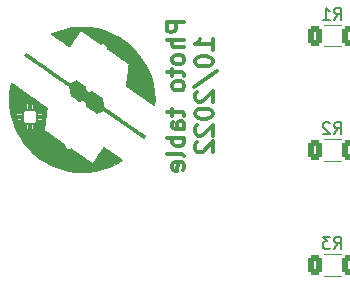
<source format=gbo>
%TF.GenerationSoftware,KiCad,Pcbnew,(6.0.5)*%
%TF.CreationDate,2023-01-03T16:46:16+01:00*%
%TF.ProjectId,Photo_table,50686f74-6f5f-4746-9162-6c652e6b6963,rev?*%
%TF.SameCoordinates,Original*%
%TF.FileFunction,Legend,Bot*%
%TF.FilePolarity,Positive*%
%FSLAX46Y46*%
G04 Gerber Fmt 4.6, Leading zero omitted, Abs format (unit mm)*
G04 Created by KiCad (PCBNEW (6.0.5)) date 2023-01-03 16:46:16*
%MOMM*%
%LPD*%
G01*
G04 APERTURE LIST*
G04 Aperture macros list*
%AMRoundRect*
0 Rectangle with rounded corners*
0 $1 Rounding radius*
0 $2 $3 $4 $5 $6 $7 $8 $9 X,Y pos of 4 corners*
0 Add a 4 corners polygon primitive as box body*
4,1,4,$2,$3,$4,$5,$6,$7,$8,$9,$2,$3,0*
0 Add four circle primitives for the rounded corners*
1,1,$1+$1,$2,$3*
1,1,$1+$1,$4,$5*
1,1,$1+$1,$6,$7*
1,1,$1+$1,$8,$9*
0 Add four rect primitives between the rounded corners*
20,1,$1+$1,$2,$3,$4,$5,0*
20,1,$1+$1,$4,$5,$6,$7,0*
20,1,$1+$1,$6,$7,$8,$9,0*
20,1,$1+$1,$8,$9,$2,$3,0*%
G04 Aperture macros list end*
%ADD10C,0.300000*%
%ADD11C,0.150000*%
%ADD12C,0.120000*%
%ADD13C,0.010000*%
%ADD14C,2.000000*%
%ADD15C,0.800000*%
%ADD16C,5.000000*%
%ADD17O,3.500000X1.500000*%
%ADD18R,1.700000X1.700000*%
%ADD19O,1.700000X1.700000*%
%ADD20R,2.000000X2.000000*%
%ADD21O,2.000000X1.600000*%
%ADD22RoundRect,0.250000X0.312500X0.625000X-0.312500X0.625000X-0.312500X-0.625000X0.312500X-0.625000X0*%
G04 APERTURE END LIST*
D10*
X120271071Y-89350000D02*
X118771071Y-89350000D01*
X118771071Y-89921428D01*
X118842500Y-90064285D01*
X118913928Y-90135714D01*
X119056785Y-90207142D01*
X119271071Y-90207142D01*
X119413928Y-90135714D01*
X119485357Y-90064285D01*
X119556785Y-89921428D01*
X119556785Y-89350000D01*
X120271071Y-90850000D02*
X118771071Y-90850000D01*
X120271071Y-91492857D02*
X119485357Y-91492857D01*
X119342500Y-91421428D01*
X119271071Y-91278571D01*
X119271071Y-91064285D01*
X119342500Y-90921428D01*
X119413928Y-90850000D01*
X120271071Y-92421428D02*
X120199642Y-92278571D01*
X120128214Y-92207142D01*
X119985357Y-92135714D01*
X119556785Y-92135714D01*
X119413928Y-92207142D01*
X119342500Y-92278571D01*
X119271071Y-92421428D01*
X119271071Y-92635714D01*
X119342500Y-92778571D01*
X119413928Y-92850000D01*
X119556785Y-92921428D01*
X119985357Y-92921428D01*
X120128214Y-92850000D01*
X120199642Y-92778571D01*
X120271071Y-92635714D01*
X120271071Y-92421428D01*
X119271071Y-93350000D02*
X119271071Y-93921428D01*
X118771071Y-93564285D02*
X120056785Y-93564285D01*
X120199642Y-93635714D01*
X120271071Y-93778571D01*
X120271071Y-93921428D01*
X120271071Y-94635714D02*
X120199642Y-94492857D01*
X120128214Y-94421428D01*
X119985357Y-94350000D01*
X119556785Y-94350000D01*
X119413928Y-94421428D01*
X119342500Y-94492857D01*
X119271071Y-94635714D01*
X119271071Y-94850000D01*
X119342500Y-94992857D01*
X119413928Y-95064285D01*
X119556785Y-95135714D01*
X119985357Y-95135714D01*
X120128214Y-95064285D01*
X120199642Y-94992857D01*
X120271071Y-94850000D01*
X120271071Y-94635714D01*
X119271071Y-96707142D02*
X119271071Y-97278571D01*
X118771071Y-96921428D02*
X120056785Y-96921428D01*
X120199642Y-96992857D01*
X120271071Y-97135714D01*
X120271071Y-97278571D01*
X120271071Y-98421428D02*
X119485357Y-98421428D01*
X119342500Y-98350000D01*
X119271071Y-98207142D01*
X119271071Y-97921428D01*
X119342500Y-97778571D01*
X120199642Y-98421428D02*
X120271071Y-98278571D01*
X120271071Y-97921428D01*
X120199642Y-97778571D01*
X120056785Y-97707142D01*
X119913928Y-97707142D01*
X119771071Y-97778571D01*
X119699642Y-97921428D01*
X119699642Y-98278571D01*
X119628214Y-98421428D01*
X120271071Y-99135714D02*
X118771071Y-99135714D01*
X119342500Y-99135714D02*
X119271071Y-99278571D01*
X119271071Y-99564285D01*
X119342500Y-99707142D01*
X119413928Y-99778571D01*
X119556785Y-99850000D01*
X119985357Y-99850000D01*
X120128214Y-99778571D01*
X120199642Y-99707142D01*
X120271071Y-99564285D01*
X120271071Y-99278571D01*
X120199642Y-99135714D01*
X120271071Y-100707142D02*
X120199642Y-100564285D01*
X120056785Y-100492857D01*
X118771071Y-100492857D01*
X120199642Y-101850000D02*
X120271071Y-101707142D01*
X120271071Y-101421428D01*
X120199642Y-101278571D01*
X120056785Y-101207142D01*
X119485357Y-101207142D01*
X119342500Y-101278571D01*
X119271071Y-101421428D01*
X119271071Y-101707142D01*
X119342500Y-101850000D01*
X119485357Y-101921428D01*
X119628214Y-101921428D01*
X119771071Y-101207142D01*
X122686071Y-91671428D02*
X122686071Y-90814285D01*
X122686071Y-91242857D02*
X121186071Y-91242857D01*
X121400357Y-91100000D01*
X121543214Y-90957142D01*
X121614642Y-90814285D01*
X121186071Y-92600000D02*
X121186071Y-92742857D01*
X121257500Y-92885714D01*
X121328928Y-92957142D01*
X121471785Y-93028571D01*
X121757500Y-93100000D01*
X122114642Y-93100000D01*
X122400357Y-93028571D01*
X122543214Y-92957142D01*
X122614642Y-92885714D01*
X122686071Y-92742857D01*
X122686071Y-92600000D01*
X122614642Y-92457142D01*
X122543214Y-92385714D01*
X122400357Y-92314285D01*
X122114642Y-92242857D01*
X121757500Y-92242857D01*
X121471785Y-92314285D01*
X121328928Y-92385714D01*
X121257500Y-92457142D01*
X121186071Y-92600000D01*
X121114642Y-94814285D02*
X123043214Y-93528571D01*
X121328928Y-95242857D02*
X121257500Y-95314285D01*
X121186071Y-95457142D01*
X121186071Y-95814285D01*
X121257500Y-95957142D01*
X121328928Y-96028571D01*
X121471785Y-96100000D01*
X121614642Y-96100000D01*
X121828928Y-96028571D01*
X122686071Y-95171428D01*
X122686071Y-96100000D01*
X121186071Y-97028571D02*
X121186071Y-97171428D01*
X121257500Y-97314285D01*
X121328928Y-97385714D01*
X121471785Y-97457142D01*
X121757500Y-97528571D01*
X122114642Y-97528571D01*
X122400357Y-97457142D01*
X122543214Y-97385714D01*
X122614642Y-97314285D01*
X122686071Y-97171428D01*
X122686071Y-97028571D01*
X122614642Y-96885714D01*
X122543214Y-96814285D01*
X122400357Y-96742857D01*
X122114642Y-96671428D01*
X121757500Y-96671428D01*
X121471785Y-96742857D01*
X121328928Y-96814285D01*
X121257500Y-96885714D01*
X121186071Y-97028571D01*
X121328928Y-98100000D02*
X121257500Y-98171428D01*
X121186071Y-98314285D01*
X121186071Y-98671428D01*
X121257500Y-98814285D01*
X121328928Y-98885714D01*
X121471785Y-98957142D01*
X121614642Y-98957142D01*
X121828928Y-98885714D01*
X122686071Y-98028571D01*
X122686071Y-98957142D01*
X121328928Y-99528571D02*
X121257500Y-99600000D01*
X121186071Y-99742857D01*
X121186071Y-100100000D01*
X121257500Y-100242857D01*
X121328928Y-100314285D01*
X121471785Y-100385714D01*
X121614642Y-100385714D01*
X121828928Y-100314285D01*
X122686071Y-99457142D01*
X122686071Y-100385714D01*
D11*
X132966666Y-108532380D02*
X133300000Y-108056190D01*
X133538095Y-108532380D02*
X133538095Y-107532380D01*
X133157142Y-107532380D01*
X133061904Y-107580000D01*
X133014285Y-107627619D01*
X132966666Y-107722857D01*
X132966666Y-107865714D01*
X133014285Y-107960952D01*
X133061904Y-108008571D01*
X133157142Y-108056190D01*
X133538095Y-108056190D01*
X132633333Y-107532380D02*
X132014285Y-107532380D01*
X132347619Y-107913333D01*
X132204761Y-107913333D01*
X132109523Y-107960952D01*
X132061904Y-108008571D01*
X132014285Y-108103809D01*
X132014285Y-108341904D01*
X132061904Y-108437142D01*
X132109523Y-108484761D01*
X132204761Y-108532380D01*
X132490476Y-108532380D01*
X132585714Y-108484761D01*
X132633333Y-108437142D01*
X132966666Y-98832380D02*
X133300000Y-98356190D01*
X133538095Y-98832380D02*
X133538095Y-97832380D01*
X133157142Y-97832380D01*
X133061904Y-97880000D01*
X133014285Y-97927619D01*
X132966666Y-98022857D01*
X132966666Y-98165714D01*
X133014285Y-98260952D01*
X133061904Y-98308571D01*
X133157142Y-98356190D01*
X133538095Y-98356190D01*
X132585714Y-97927619D02*
X132538095Y-97880000D01*
X132442857Y-97832380D01*
X132204761Y-97832380D01*
X132109523Y-97880000D01*
X132061904Y-97927619D01*
X132014285Y-98022857D01*
X132014285Y-98118095D01*
X132061904Y-98260952D01*
X132633333Y-98832380D01*
X132014285Y-98832380D01*
X132966666Y-89132380D02*
X133300000Y-88656190D01*
X133538095Y-89132380D02*
X133538095Y-88132380D01*
X133157142Y-88132380D01*
X133061904Y-88180000D01*
X133014285Y-88227619D01*
X132966666Y-88322857D01*
X132966666Y-88465714D01*
X133014285Y-88560952D01*
X133061904Y-88608571D01*
X133157142Y-88656190D01*
X133538095Y-88656190D01*
X132014285Y-89132380D02*
X132585714Y-89132380D01*
X132300000Y-89132380D02*
X132300000Y-88132380D01*
X132395238Y-88275238D01*
X132490476Y-88370476D01*
X132585714Y-88418095D01*
D12*
X133527064Y-108990000D02*
X132072936Y-108990000D01*
X133527064Y-110810000D02*
X132072936Y-110810000D01*
X133527064Y-99290000D02*
X132072936Y-99290000D01*
X133527064Y-101110000D02*
X132072936Y-101110000D01*
X133527064Y-89590000D02*
X132072936Y-89590000D01*
X133527064Y-91410000D02*
X132072936Y-91410000D01*
G36*
X108318181Y-96379054D02*
G01*
X108372221Y-96417222D01*
X108418876Y-96450203D01*
X108471158Y-96487295D01*
X108514180Y-96518047D01*
X108548826Y-96543146D01*
X108575982Y-96563279D01*
X108596532Y-96579134D01*
X108611361Y-96591397D01*
X108621354Y-96600756D01*
X108627397Y-96607897D01*
X108630373Y-96613509D01*
X108631169Y-96618277D01*
X108630549Y-96629131D01*
X108628413Y-96651199D01*
X108625113Y-96679944D01*
X108621025Y-96711900D01*
X108620702Y-96714305D01*
X108615743Y-96751276D01*
X108609819Y-96795559D01*
X108603644Y-96841805D01*
X108597934Y-96884662D01*
X108591888Y-96930092D01*
X108584930Y-96982342D01*
X108577944Y-97034777D01*
X108571792Y-97080935D01*
X108565698Y-97126641D01*
X108558647Y-97179522D01*
X108551590Y-97232448D01*
X108545403Y-97278857D01*
X108545252Y-97279987D01*
X108539102Y-97326272D01*
X108532122Y-97379050D01*
X108525158Y-97431907D01*
X108519057Y-97478428D01*
X108516913Y-97494805D01*
X108512176Y-97530866D01*
X108507962Y-97562754D01*
X108504667Y-97587499D01*
X108502682Y-97602129D01*
X108502268Y-97605140D01*
X108500040Y-97621649D01*
X108496411Y-97648746D01*
X108491627Y-97684604D01*
X108485931Y-97727391D01*
X108479566Y-97775280D01*
X108472777Y-97826441D01*
X108470285Y-97845226D01*
X108463625Y-97895413D01*
X108457480Y-97941666D01*
X108452094Y-97982156D01*
X108447711Y-98015054D01*
X108444573Y-98038529D01*
X108442926Y-98050753D01*
X108442318Y-98055233D01*
X108439775Y-98074326D01*
X108436086Y-98102292D01*
X108431647Y-98136121D01*
X108426853Y-98172805D01*
X108419514Y-98228681D01*
X108411330Y-98290178D01*
X108403323Y-98349583D01*
X108395987Y-98403229D01*
X108389816Y-98447450D01*
X108385490Y-98477992D01*
X108465503Y-98533217D01*
X108477030Y-98541177D01*
X108514805Y-98567305D01*
X108557412Y-98596822D01*
X108600438Y-98626670D01*
X108639472Y-98653791D01*
X108657678Y-98666440D01*
X108700566Y-98696159D01*
X108747562Y-98728644D01*
X108794118Y-98760754D01*
X108835688Y-98789347D01*
X108851309Y-98800077D01*
X108892506Y-98828426D01*
X108938338Y-98860035D01*
X108989689Y-98895516D01*
X109047443Y-98935481D01*
X109112485Y-98980542D01*
X109185700Y-99031311D01*
X109267970Y-99088400D01*
X109360182Y-99152422D01*
X109390233Y-99173280D01*
X109446364Y-99212196D01*
X109507238Y-99254356D01*
X109569038Y-99297120D01*
X109627949Y-99337846D01*
X109680156Y-99373893D01*
X109716223Y-99398783D01*
X109769837Y-99435807D01*
X109825666Y-99474382D01*
X109880439Y-99512249D01*
X109930887Y-99547147D01*
X109973740Y-99576816D01*
X110105688Y-99668227D01*
X110116702Y-99728698D01*
X110131882Y-99795498D01*
X110152611Y-99854902D01*
X110180293Y-99909367D01*
X110216597Y-99962804D01*
X110225863Y-99974502D01*
X110267200Y-100017703D01*
X110314171Y-100054992D01*
X110363639Y-100084124D01*
X110412467Y-100102858D01*
X110467928Y-100111576D01*
X110525381Y-100108172D01*
X110580776Y-100092520D01*
X110631908Y-100065001D01*
X110656724Y-100047865D01*
X110717813Y-100090049D01*
X110727352Y-100096636D01*
X110758299Y-100118003D01*
X110794866Y-100143250D01*
X110833263Y-100169757D01*
X110869698Y-100194909D01*
X110878978Y-100201317D01*
X110914810Y-100226089D01*
X110957357Y-100255536D01*
X111003478Y-100287483D01*
X111050030Y-100319753D01*
X111093870Y-100350169D01*
X111132909Y-100377237D01*
X111182313Y-100411437D01*
X111236663Y-100449016D01*
X111292899Y-100487858D01*
X111347958Y-100525848D01*
X111398779Y-100560871D01*
X111448503Y-100595122D01*
X111501578Y-100631701D01*
X111555123Y-100668620D01*
X111606302Y-100703925D01*
X111652282Y-100735660D01*
X111690226Y-100761870D01*
X111705194Y-100772215D01*
X111750015Y-100803186D01*
X111800791Y-100838266D01*
X111853985Y-100875009D01*
X111906058Y-100910973D01*
X111953473Y-100943714D01*
X111971093Y-100955881D01*
X112020678Y-100990147D01*
X112073509Y-101026684D01*
X112126060Y-101063051D01*
X112174802Y-101096807D01*
X112216208Y-101125513D01*
X112279467Y-101169340D01*
X112340995Y-101211810D01*
X112392329Y-101247046D01*
X112433775Y-101275254D01*
X112465640Y-101296641D01*
X112488229Y-101311414D01*
X112501847Y-101319779D01*
X112506799Y-101321943D01*
X112506832Y-101321899D01*
X112511126Y-101315528D01*
X112522275Y-101298880D01*
X112539841Y-101272610D01*
X112563385Y-101237375D01*
X112592469Y-101193831D01*
X112626656Y-101142634D01*
X112665508Y-101084438D01*
X112708587Y-101019901D01*
X112755455Y-100949678D01*
X112805674Y-100874425D01*
X112858807Y-100794798D01*
X112914415Y-100711452D01*
X112972061Y-100625043D01*
X112998109Y-100586011D01*
X113073590Y-100473078D01*
X113142206Y-100370696D01*
X113203922Y-100278914D01*
X113258704Y-100197784D01*
X113306519Y-100127355D01*
X113347330Y-100067678D01*
X113381106Y-100018802D01*
X113407810Y-99980778D01*
X113427409Y-99953655D01*
X113439869Y-99937485D01*
X113445155Y-99932316D01*
X113445380Y-99932377D01*
X113453891Y-99937075D01*
X113471590Y-99948295D01*
X113496985Y-99965044D01*
X113528584Y-99986326D01*
X113564895Y-100011146D01*
X113604426Y-100038509D01*
X113640655Y-100063728D01*
X113689164Y-100097473D01*
X113743973Y-100135584D01*
X113802690Y-100176397D01*
X113862922Y-100218250D01*
X113922277Y-100259480D01*
X113978364Y-100298423D01*
X114015562Y-100324253D01*
X114080647Y-100369466D01*
X114150676Y-100418137D01*
X114222492Y-100468069D01*
X114292938Y-100517067D01*
X114358857Y-100562937D01*
X114417091Y-100603482D01*
X114421662Y-100606665D01*
X114471524Y-100641368D01*
X114520178Y-100675190D01*
X114566023Y-100707020D01*
X114607456Y-100735746D01*
X114642875Y-100760257D01*
X114670676Y-100779442D01*
X114689256Y-100792191D01*
X114715214Y-100809916D01*
X114750094Y-100833789D01*
X114786976Y-100859076D01*
X114821204Y-100882588D01*
X114851618Y-100903481D01*
X114889235Y-100929277D01*
X114925646Y-100954203D01*
X114956022Y-100974951D01*
X114977290Y-100989923D01*
X114996574Y-101004587D01*
X115008848Y-101015266D01*
X115012100Y-101020334D01*
X115000754Y-101029148D01*
X114978403Y-101044624D01*
X114947599Y-101064886D01*
X114909924Y-101088954D01*
X114866962Y-101115845D01*
X114820293Y-101144579D01*
X114771501Y-101174176D01*
X114722168Y-101203654D01*
X114673876Y-101232032D01*
X114628208Y-101258329D01*
X114379981Y-101392276D01*
X114123465Y-101516058D01*
X113862905Y-101627369D01*
X113598597Y-101726151D01*
X113330840Y-101812345D01*
X113059931Y-101885892D01*
X112786168Y-101946733D01*
X112509848Y-101994810D01*
X112231269Y-102030063D01*
X111950729Y-102052434D01*
X111668525Y-102061864D01*
X111384955Y-102058294D01*
X111100318Y-102041665D01*
X110814909Y-102011919D01*
X110721799Y-101999308D01*
X110450018Y-101953657D01*
X110179852Y-101895189D01*
X109911953Y-101824169D01*
X109646971Y-101740861D01*
X109385559Y-101645533D01*
X109128369Y-101538448D01*
X108876051Y-101419873D01*
X108629259Y-101290074D01*
X108388642Y-101149315D01*
X108154854Y-100997862D01*
X107928545Y-100835982D01*
X107848356Y-100774750D01*
X107626259Y-100594176D01*
X107413336Y-100404488D01*
X107209840Y-100206053D01*
X107016023Y-99999239D01*
X106832138Y-99784413D01*
X106658438Y-99561940D01*
X106495176Y-99332188D01*
X106342604Y-99095525D01*
X106200975Y-98852316D01*
X106070542Y-98602929D01*
X105951557Y-98347730D01*
X105853604Y-98109756D01*
X106883325Y-98109756D01*
X106883476Y-98161222D01*
X106884063Y-98224485D01*
X106886156Y-98414711D01*
X106907701Y-98433953D01*
X106918973Y-98442675D01*
X106944859Y-98452939D01*
X106970870Y-98450031D01*
X106996558Y-98433951D01*
X107018104Y-98414708D01*
X107018104Y-98414692D01*
X107097273Y-98414692D01*
X107119650Y-98434686D01*
X107135248Y-98446928D01*
X107149570Y-98452013D01*
X107167993Y-98451198D01*
X107193430Y-98444119D01*
X107213534Y-98427706D01*
X107225848Y-98401075D01*
X107226084Y-98400125D01*
X107227865Y-98385352D01*
X107229314Y-98359901D01*
X107230431Y-98325942D01*
X107231217Y-98285644D01*
X107231673Y-98241177D01*
X107231738Y-98217390D01*
X107297473Y-98217390D01*
X107297900Y-98265116D01*
X107298861Y-98309987D01*
X107300358Y-98349938D01*
X107302392Y-98382901D01*
X107304965Y-98406812D01*
X107308078Y-98419606D01*
X107323548Y-98437806D01*
X107346422Y-98448889D01*
X107372211Y-98451333D01*
X107397022Y-98444805D01*
X107416961Y-98428968D01*
X107418639Y-98426766D01*
X107422023Y-98421302D01*
X107424691Y-98414260D01*
X107426727Y-98404188D01*
X107428216Y-98389634D01*
X107429244Y-98369146D01*
X107429896Y-98341272D01*
X107430256Y-98304559D01*
X107430409Y-98257556D01*
X107430441Y-98198811D01*
X107430441Y-97985791D01*
X107413362Y-97965493D01*
X107405694Y-97957181D01*
X107390532Y-97947635D01*
X107370045Y-97945194D01*
X107342894Y-97948096D01*
X107322928Y-97958468D01*
X107308458Y-97978049D01*
X107306018Y-97986743D01*
X107303280Y-98008224D01*
X107301065Y-98039242D01*
X107299375Y-98077734D01*
X107298212Y-98121633D01*
X107297577Y-98168873D01*
X107297473Y-98217390D01*
X107231738Y-98217390D01*
X107231800Y-98194711D01*
X107231598Y-98148417D01*
X107231069Y-98104464D01*
X107230214Y-98065022D01*
X107229032Y-98032261D01*
X107227526Y-98008351D01*
X107225695Y-97995462D01*
X107213003Y-97970409D01*
X107192473Y-97952510D01*
X107167496Y-97944392D01*
X107140967Y-97946959D01*
X107115783Y-97961117D01*
X107097273Y-97977039D01*
X107097273Y-98414692D01*
X107018104Y-98414692D01*
X107019858Y-98207990D01*
X107020202Y-98163436D01*
X107020397Y-98110589D01*
X107020097Y-98068489D01*
X107019132Y-98035702D01*
X107017335Y-98010796D01*
X107014534Y-97992335D01*
X107010562Y-97978886D01*
X107005249Y-97969016D01*
X106998427Y-97961290D01*
X106989925Y-97954276D01*
X106973803Y-97947105D01*
X106949426Y-97945131D01*
X106924942Y-97949868D01*
X106906177Y-97960859D01*
X106904304Y-97962796D01*
X106898128Y-97970689D01*
X106893207Y-97980628D01*
X106889423Y-97994004D01*
X106886660Y-98012212D01*
X106884800Y-98036645D01*
X106883727Y-98068695D01*
X106883325Y-98109756D01*
X105853604Y-98109756D01*
X105844273Y-98087087D01*
X105748944Y-97821366D01*
X105665821Y-97550934D01*
X105662715Y-97539796D01*
X106032322Y-97539796D01*
X106039674Y-97566028D01*
X106043775Y-97574243D01*
X106049470Y-97582198D01*
X106057402Y-97588479D01*
X106068939Y-97593283D01*
X106085452Y-97596807D01*
X106108310Y-97599249D01*
X106138884Y-97600805D01*
X106178542Y-97601672D01*
X106228656Y-97602048D01*
X106290594Y-97602129D01*
X106301218Y-97602129D01*
X106359645Y-97602075D01*
X106406527Y-97601762D01*
X106443286Y-97600963D01*
X106471343Y-97599447D01*
X106492120Y-97596985D01*
X106507037Y-97593348D01*
X106517516Y-97588308D01*
X106524977Y-97581635D01*
X106530842Y-97573099D01*
X106536531Y-97562472D01*
X106539768Y-97555555D01*
X106544804Y-97529739D01*
X106537069Y-97506242D01*
X106516361Y-97484287D01*
X106514005Y-97482476D01*
X106508468Y-97478906D01*
X106501579Y-97476104D01*
X106491860Y-97473976D01*
X106477828Y-97472430D01*
X106458004Y-97471373D01*
X106430906Y-97470713D01*
X106395056Y-97470356D01*
X106348971Y-97470209D01*
X106291172Y-97470181D01*
X106236824Y-97470239D01*
X106185111Y-97470561D01*
X106144040Y-97471346D01*
X106112246Y-97472790D01*
X106088360Y-97475088D01*
X106071014Y-97478439D01*
X106058840Y-97483037D01*
X106050471Y-97489080D01*
X106044538Y-97496763D01*
X106039674Y-97506283D01*
X106036336Y-97514421D01*
X106032322Y-97539796D01*
X105662715Y-97539796D01*
X105656249Y-97516606D01*
X105610872Y-97335276D01*
X106032322Y-97335276D01*
X106039674Y-97361509D01*
X106043775Y-97369723D01*
X106049470Y-97377678D01*
X106057402Y-97383959D01*
X106068939Y-97388763D01*
X106085452Y-97392288D01*
X106108310Y-97394729D01*
X106138884Y-97396285D01*
X106178542Y-97397153D01*
X106228656Y-97397528D01*
X106290594Y-97397610D01*
X106301218Y-97397610D01*
X106359645Y-97397555D01*
X106406527Y-97397243D01*
X106443286Y-97396443D01*
X106471343Y-97394927D01*
X106492120Y-97392465D01*
X106507037Y-97388829D01*
X106517516Y-97383788D01*
X106524977Y-97377115D01*
X106530842Y-97368580D01*
X106536531Y-97357953D01*
X106536632Y-97357758D01*
X106543519Y-97341877D01*
X106546365Y-97330314D01*
X106545688Y-97327885D01*
X106586052Y-97327885D01*
X106586062Y-97355783D01*
X106586150Y-97428797D01*
X106586415Y-97490299D01*
X106586968Y-97541542D01*
X106587919Y-97583779D01*
X106589378Y-97618264D01*
X106591457Y-97646251D01*
X106594266Y-97668991D01*
X106597916Y-97687740D01*
X106602518Y-97703749D01*
X106608181Y-97718272D01*
X106615018Y-97732563D01*
X106623138Y-97747874D01*
X106626208Y-97753374D01*
X106660423Y-97800215D01*
X106704729Y-97840349D01*
X106757075Y-97871877D01*
X106806987Y-97895714D01*
X106949426Y-97896545D01*
X107138876Y-97897650D01*
X107167496Y-97897811D01*
X107191156Y-97897943D01*
X107263017Y-97898247D01*
X107323661Y-97898277D01*
X107370045Y-97897961D01*
X107374296Y-97897933D01*
X107416131Y-97897118D01*
X107450372Y-97895733D01*
X107478228Y-97893679D01*
X107500905Y-97890859D01*
X107519612Y-97887173D01*
X107535555Y-97882524D01*
X107549943Y-97876814D01*
X107563983Y-97869943D01*
X107578883Y-97861814D01*
X107579803Y-97861298D01*
X107627170Y-97827149D01*
X107667569Y-97782580D01*
X107699621Y-97729108D01*
X107724026Y-97678000D01*
X107724509Y-97533951D01*
X107773506Y-97533951D01*
X107774223Y-97548655D01*
X107779661Y-97566514D01*
X107792791Y-97582845D01*
X107812076Y-97602129D01*
X108020091Y-97602129D01*
X108072703Y-97602079D01*
X108124687Y-97601780D01*
X108166002Y-97601047D01*
X108198025Y-97599694D01*
X108222133Y-97597537D01*
X108239701Y-97594389D01*
X108252106Y-97590065D01*
X108260724Y-97584380D01*
X108266932Y-97577149D01*
X108272105Y-97568186D01*
X108277419Y-97555242D01*
X108280458Y-97526956D01*
X108272465Y-97501035D01*
X108254123Y-97480783D01*
X108252214Y-97479576D01*
X108245640Y-97476841D01*
X108235689Y-97474682D01*
X108220960Y-97473035D01*
X108200050Y-97471833D01*
X108171556Y-97471012D01*
X108134075Y-97470507D01*
X108086206Y-97470252D01*
X108026545Y-97470181D01*
X107814103Y-97470181D01*
X107793805Y-97487261D01*
X107781889Y-97498959D01*
X107775140Y-97513148D01*
X107773506Y-97533951D01*
X107724509Y-97533951D01*
X107725154Y-97341532D01*
X107725176Y-97333841D01*
X107773506Y-97333841D01*
X107774652Y-97352186D01*
X107780487Y-97366940D01*
X107793805Y-97380530D01*
X107814103Y-97397610D01*
X108021105Y-97397610D01*
X108072049Y-97397562D01*
X108124196Y-97397270D01*
X108165645Y-97396544D01*
X108197773Y-97395199D01*
X108221963Y-97393047D01*
X108239592Y-97389903D01*
X108252041Y-97385579D01*
X108260690Y-97379890D01*
X108266918Y-97372647D01*
X108272105Y-97363666D01*
X108276006Y-97355074D01*
X108280714Y-97326755D01*
X108272300Y-97299375D01*
X108267425Y-97291226D01*
X108261424Y-97283992D01*
X108253351Y-97278298D01*
X108241816Y-97273956D01*
X108225430Y-97270781D01*
X108202801Y-97268587D01*
X108172539Y-97267187D01*
X108133253Y-97266396D01*
X108083554Y-97266028D01*
X108022051Y-97265896D01*
X107812076Y-97265662D01*
X107792791Y-97284947D01*
X107783680Y-97295157D01*
X107775591Y-97311596D01*
X107773506Y-97333841D01*
X107725176Y-97333841D01*
X107725199Y-97326091D01*
X107725250Y-97260507D01*
X107725076Y-97198592D01*
X107724694Y-97141706D01*
X107724489Y-97123599D01*
X107773506Y-97123599D01*
X107774484Y-97140167D01*
X107780253Y-97155452D01*
X107793805Y-97169413D01*
X107812076Y-97184788D01*
X107814103Y-97186493D01*
X108027645Y-97186493D01*
X108074412Y-97186484D01*
X108123814Y-97186395D01*
X108162598Y-97186133D01*
X108192213Y-97185606D01*
X108214106Y-97184720D01*
X108229727Y-97183381D01*
X108240524Y-97181497D01*
X108247946Y-97178974D01*
X108253440Y-97175719D01*
X108258456Y-97171639D01*
X108270610Y-97156911D01*
X108279460Y-97128940D01*
X108280482Y-97120155D01*
X108279964Y-97105254D01*
X108273740Y-97092916D01*
X108259658Y-97077559D01*
X108236122Y-97054023D01*
X108020729Y-97055933D01*
X107805337Y-97057844D01*
X107789422Y-97076354D01*
X107788974Y-97076879D01*
X107777034Y-97097488D01*
X107773506Y-97123599D01*
X107724489Y-97123599D01*
X107724123Y-97091211D01*
X107723381Y-97048467D01*
X107722487Y-97014836D01*
X107721459Y-96991677D01*
X107720315Y-96980352D01*
X107717377Y-96969322D01*
X107695533Y-96916700D01*
X107662835Y-96868707D01*
X107621036Y-96827154D01*
X107571894Y-96793854D01*
X107517162Y-96770620D01*
X107515285Y-96770045D01*
X107504939Y-96767148D01*
X107493887Y-96764740D01*
X107480878Y-96762776D01*
X107464664Y-96761211D01*
X107443997Y-96760000D01*
X107417628Y-96759099D01*
X107384308Y-96758462D01*
X107342788Y-96758044D01*
X107291820Y-96757802D01*
X107230154Y-96757689D01*
X107156542Y-96757662D01*
X107083711Y-96757692D01*
X107021714Y-96757814D01*
X106970450Y-96758069D01*
X106928678Y-96758502D01*
X106895158Y-96759154D01*
X106868652Y-96760069D01*
X106847918Y-96761290D01*
X106831718Y-96762859D01*
X106818810Y-96764821D01*
X106807956Y-96767217D01*
X106797915Y-96770091D01*
X106796753Y-96770455D01*
X106747832Y-96789794D01*
X106706407Y-96815767D01*
X106667428Y-96851525D01*
X106659694Y-96859889D01*
X106632220Y-96894648D01*
X106612287Y-96931078D01*
X106596598Y-96974924D01*
X106596422Y-96975521D01*
X106593950Y-96985572D01*
X106591892Y-96998021D01*
X106590213Y-97014067D01*
X106588877Y-97034910D01*
X106587848Y-97061750D01*
X106587090Y-97095786D01*
X106586567Y-97138218D01*
X106586244Y-97190245D01*
X106586084Y-97253068D01*
X106586052Y-97327885D01*
X106545688Y-97327885D01*
X106542939Y-97318020D01*
X106533018Y-97300263D01*
X106520063Y-97283406D01*
X106507592Y-97272680D01*
X106502472Y-97271288D01*
X106483698Y-97269304D01*
X106452504Y-97267734D01*
X106409369Y-97266593D01*
X106354774Y-97265897D01*
X106289197Y-97265662D01*
X106238170Y-97265712D01*
X106186122Y-97266022D01*
X106144780Y-97266792D01*
X106112768Y-97268221D01*
X106088712Y-97270507D01*
X106071239Y-97273850D01*
X106058973Y-97278448D01*
X106050539Y-97284501D01*
X106044565Y-97292206D01*
X106039674Y-97301763D01*
X106036336Y-97309902D01*
X106032322Y-97335276D01*
X105610872Y-97335276D01*
X105589237Y-97248822D01*
X105562691Y-97116888D01*
X106031792Y-97116888D01*
X106032032Y-97121788D01*
X106038001Y-97144784D01*
X106049782Y-97165988D01*
X106064414Y-97179700D01*
X106072897Y-97181481D01*
X106094277Y-97183220D01*
X106127339Y-97184615D01*
X106171276Y-97185642D01*
X106225283Y-97186276D01*
X106288553Y-97186493D01*
X106500000Y-97186493D01*
X106519912Y-97168350D01*
X106523940Y-97164482D01*
X106540135Y-97140577D01*
X106543338Y-97115228D01*
X106533448Y-97089017D01*
X106531916Y-97086675D01*
X106517891Y-97070883D01*
X106503074Y-97060978D01*
X106501675Y-97060579D01*
X106487898Y-97058925D01*
X106462854Y-97057470D01*
X106428113Y-97056258D01*
X106385244Y-97055337D01*
X106335818Y-97054751D01*
X106281404Y-97054545D01*
X106076654Y-97054545D01*
X106054223Y-97076976D01*
X106053898Y-97077302D01*
X106037587Y-97098265D01*
X106031792Y-97116888D01*
X105562691Y-97116888D01*
X105534562Y-96977084D01*
X105492274Y-96702165D01*
X105476351Y-96554234D01*
X106883569Y-96554234D01*
X106884156Y-96596001D01*
X106885623Y-96628576D01*
X106888176Y-96653320D01*
X106892024Y-96671597D01*
X106897373Y-96684768D01*
X106904430Y-96694196D01*
X106913404Y-96701243D01*
X106924501Y-96707271D01*
X106925501Y-96707758D01*
X106942938Y-96714917D01*
X106956690Y-96715647D01*
X106973981Y-96710406D01*
X106991874Y-96700566D01*
X107008791Y-96679635D01*
X107097273Y-96679635D01*
X107115729Y-96695511D01*
X107116967Y-96696555D01*
X107134090Y-96708299D01*
X107149806Y-96715307D01*
X107156542Y-96715647D01*
X107162640Y-96715954D01*
X107184906Y-96709567D01*
X107205802Y-96696637D01*
X107220060Y-96679824D01*
X107221647Y-96674224D01*
X107224008Y-96655699D01*
X107226078Y-96627294D01*
X107227831Y-96591060D01*
X107229242Y-96549048D01*
X107230287Y-96503310D01*
X107230941Y-96455895D01*
X107230955Y-96453092D01*
X107298493Y-96453092D01*
X107298504Y-96465828D01*
X107298801Y-96519245D01*
X107299467Y-96567317D01*
X107300459Y-96608475D01*
X107301729Y-96641148D01*
X107303234Y-96663767D01*
X107304926Y-96674762D01*
X107305736Y-96676644D01*
X107316828Y-96691742D01*
X107332965Y-96705136D01*
X107337446Y-96707739D01*
X107363552Y-96715402D01*
X107388697Y-96709989D01*
X107412299Y-96691600D01*
X107430441Y-96671687D01*
X107430241Y-96459025D01*
X107429996Y-96399680D01*
X107429349Y-96345547D01*
X107428331Y-96301123D01*
X107426968Y-96267280D01*
X107425287Y-96244888D01*
X107423316Y-96234818D01*
X107421100Y-96231574D01*
X107404996Y-96217939D01*
X107382942Y-96207588D01*
X107360837Y-96203480D01*
X107360582Y-96203481D01*
X107341901Y-96209450D01*
X107320925Y-96225911D01*
X107298493Y-96248342D01*
X107298493Y-96453092D01*
X107230955Y-96453092D01*
X107231178Y-96408855D01*
X107230975Y-96364241D01*
X107230306Y-96324104D01*
X107229146Y-96290494D01*
X107227471Y-96265462D01*
X107225255Y-96251060D01*
X107222192Y-96243409D01*
X107206299Y-96223455D01*
X107183495Y-96209057D01*
X107158403Y-96203505D01*
X107156855Y-96203555D01*
X107138393Y-96209347D01*
X107118818Y-96222731D01*
X107097273Y-96241982D01*
X107097273Y-96679635D01*
X107008791Y-96679635D01*
X107009847Y-96678329D01*
X107010789Y-96676385D01*
X107013931Y-96668169D01*
X107016391Y-96657571D01*
X107018251Y-96643048D01*
X107019592Y-96623055D01*
X107020493Y-96596046D01*
X107021036Y-96560477D01*
X107021300Y-96514803D01*
X107021368Y-96457480D01*
X107021331Y-96407338D01*
X107021154Y-96360995D01*
X107020744Y-96324943D01*
X107020009Y-96297631D01*
X107018854Y-96277511D01*
X107017186Y-96263033D01*
X107014914Y-96252647D01*
X107011943Y-96244803D01*
X107008180Y-96237952D01*
X107005585Y-96233940D01*
X106984700Y-96213343D01*
X106959764Y-96204356D01*
X106933266Y-96207357D01*
X106907701Y-96222722D01*
X106886156Y-96241964D01*
X106884159Y-96442154D01*
X106883654Y-96501913D01*
X106883569Y-96554234D01*
X105476351Y-96554234D01*
X105462424Y-96424838D01*
X105445062Y-96145876D01*
X105440238Y-95866053D01*
X105448004Y-95586140D01*
X105468408Y-95306913D01*
X105501502Y-95029142D01*
X105505245Y-95003466D01*
X105514104Y-94946193D01*
X105523939Y-94886565D01*
X105534468Y-94825981D01*
X105545411Y-94765839D01*
X105556487Y-94707536D01*
X105567415Y-94652470D01*
X105577914Y-94602041D01*
X105587704Y-94557645D01*
X105596504Y-94520681D01*
X105604032Y-94492548D01*
X105610008Y-94474642D01*
X105614151Y-94468363D01*
X105620196Y-94471477D01*
X105633876Y-94480701D01*
X105651832Y-94493900D01*
X105658285Y-94498729D01*
X105678097Y-94513231D01*
X105705623Y-94533122D01*
X105738821Y-94556937D01*
X105775652Y-94583211D01*
X105814078Y-94610479D01*
X105829809Y-94621616D01*
X105870342Y-94650345D01*
X105909978Y-94678484D01*
X105946247Y-94704275D01*
X105976679Y-94725965D01*
X105998805Y-94741796D01*
X106015268Y-94753593D01*
X106038919Y-94770451D01*
X106057945Y-94783906D01*
X106069308Y-94791801D01*
X106076654Y-94796898D01*
X106077628Y-94797573D01*
X106095433Y-94810071D01*
X106120923Y-94828031D01*
X106152512Y-94850336D01*
X106188615Y-94875867D01*
X106227645Y-94903505D01*
X106264098Y-94929308D01*
X106311348Y-94962709D01*
X106364906Y-95000531D01*
X106422455Y-95041141D01*
X106481677Y-95082902D01*
X106540254Y-95124179D01*
X106595870Y-95163338D01*
X106608298Y-95172084D01*
X106659506Y-95208122D01*
X106709550Y-95243343D01*
X106756826Y-95276617D01*
X106799729Y-95306814D01*
X106836654Y-95332805D01*
X106865998Y-95353460D01*
X106886156Y-95367652D01*
X106910516Y-95384851D01*
X106940014Y-95405782D01*
X106959764Y-95419879D01*
X106966115Y-95424412D01*
X106985117Y-95438103D01*
X106991146Y-95442483D01*
X107004245Y-95451955D01*
X107019084Y-95462620D01*
X107036418Y-95475010D01*
X107057000Y-95489660D01*
X107081586Y-95507102D01*
X107110929Y-95527870D01*
X107145784Y-95552497D01*
X107158403Y-95561402D01*
X107186906Y-95581516D01*
X107235048Y-95615459D01*
X107290964Y-95654862D01*
X107355411Y-95700255D01*
X107360837Y-95704076D01*
X107429141Y-95752174D01*
X107512909Y-95811150D01*
X107542821Y-95832209D01*
X107621284Y-95887448D01*
X107690065Y-95935872D01*
X107749985Y-95978059D01*
X107801863Y-96014588D01*
X107846520Y-96046037D01*
X107884776Y-96072982D01*
X107917452Y-96096004D01*
X107945368Y-96115678D01*
X107969344Y-96132584D01*
X107990201Y-96147300D01*
X108008759Y-96160403D01*
X108025839Y-96172472D01*
X108042260Y-96184084D01*
X108058844Y-96195818D01*
X108072583Y-96205536D01*
X108097387Y-96223069D01*
X108130447Y-96246432D01*
X108170410Y-96274668D01*
X108215922Y-96306821D01*
X108236122Y-96321091D01*
X108265630Y-96341935D01*
X108318181Y-96379054D01*
G37*
D13*
X108318181Y-96379054D02*
X108372221Y-96417222D01*
X108418876Y-96450203D01*
X108471158Y-96487295D01*
X108514180Y-96518047D01*
X108548826Y-96543146D01*
X108575982Y-96563279D01*
X108596532Y-96579134D01*
X108611361Y-96591397D01*
X108621354Y-96600756D01*
X108627397Y-96607897D01*
X108630373Y-96613509D01*
X108631169Y-96618277D01*
X108630549Y-96629131D01*
X108628413Y-96651199D01*
X108625113Y-96679944D01*
X108621025Y-96711900D01*
X108620702Y-96714305D01*
X108615743Y-96751276D01*
X108609819Y-96795559D01*
X108603644Y-96841805D01*
X108597934Y-96884662D01*
X108591888Y-96930092D01*
X108584930Y-96982342D01*
X108577944Y-97034777D01*
X108571792Y-97080935D01*
X108565698Y-97126641D01*
X108558647Y-97179522D01*
X108551590Y-97232448D01*
X108545403Y-97278857D01*
X108545252Y-97279987D01*
X108539102Y-97326272D01*
X108532122Y-97379050D01*
X108525158Y-97431907D01*
X108519057Y-97478428D01*
X108516913Y-97494805D01*
X108512176Y-97530866D01*
X108507962Y-97562754D01*
X108504667Y-97587499D01*
X108502682Y-97602129D01*
X108502268Y-97605140D01*
X108500040Y-97621649D01*
X108496411Y-97648746D01*
X108491627Y-97684604D01*
X108485931Y-97727391D01*
X108479566Y-97775280D01*
X108472777Y-97826441D01*
X108470285Y-97845226D01*
X108463625Y-97895413D01*
X108457480Y-97941666D01*
X108452094Y-97982156D01*
X108447711Y-98015054D01*
X108444573Y-98038529D01*
X108442926Y-98050753D01*
X108442318Y-98055233D01*
X108439775Y-98074326D01*
X108436086Y-98102292D01*
X108431647Y-98136121D01*
X108426853Y-98172805D01*
X108419514Y-98228681D01*
X108411330Y-98290178D01*
X108403323Y-98349583D01*
X108395987Y-98403229D01*
X108389816Y-98447450D01*
X108385490Y-98477992D01*
X108465503Y-98533217D01*
X108477030Y-98541177D01*
X108514805Y-98567305D01*
X108557412Y-98596822D01*
X108600438Y-98626670D01*
X108639472Y-98653791D01*
X108657678Y-98666440D01*
X108700566Y-98696159D01*
X108747562Y-98728644D01*
X108794118Y-98760754D01*
X108835688Y-98789347D01*
X108851309Y-98800077D01*
X108892506Y-98828426D01*
X108938338Y-98860035D01*
X108989689Y-98895516D01*
X109047443Y-98935481D01*
X109112485Y-98980542D01*
X109185700Y-99031311D01*
X109267970Y-99088400D01*
X109360182Y-99152422D01*
X109390233Y-99173280D01*
X109446364Y-99212196D01*
X109507238Y-99254356D01*
X109569038Y-99297120D01*
X109627949Y-99337846D01*
X109680156Y-99373893D01*
X109716223Y-99398783D01*
X109769837Y-99435807D01*
X109825666Y-99474382D01*
X109880439Y-99512249D01*
X109930887Y-99547147D01*
X109973740Y-99576816D01*
X110105688Y-99668227D01*
X110116702Y-99728698D01*
X110131882Y-99795498D01*
X110152611Y-99854902D01*
X110180293Y-99909367D01*
X110216597Y-99962804D01*
X110225863Y-99974502D01*
X110267200Y-100017703D01*
X110314171Y-100054992D01*
X110363639Y-100084124D01*
X110412467Y-100102858D01*
X110467928Y-100111576D01*
X110525381Y-100108172D01*
X110580776Y-100092520D01*
X110631908Y-100065001D01*
X110656724Y-100047865D01*
X110717813Y-100090049D01*
X110727352Y-100096636D01*
X110758299Y-100118003D01*
X110794866Y-100143250D01*
X110833263Y-100169757D01*
X110869698Y-100194909D01*
X110878978Y-100201317D01*
X110914810Y-100226089D01*
X110957357Y-100255536D01*
X111003478Y-100287483D01*
X111050030Y-100319753D01*
X111093870Y-100350169D01*
X111132909Y-100377237D01*
X111182313Y-100411437D01*
X111236663Y-100449016D01*
X111292899Y-100487858D01*
X111347958Y-100525848D01*
X111398779Y-100560871D01*
X111448503Y-100595122D01*
X111501578Y-100631701D01*
X111555123Y-100668620D01*
X111606302Y-100703925D01*
X111652282Y-100735660D01*
X111690226Y-100761870D01*
X111705194Y-100772215D01*
X111750015Y-100803186D01*
X111800791Y-100838266D01*
X111853985Y-100875009D01*
X111906058Y-100910973D01*
X111953473Y-100943714D01*
X111971093Y-100955881D01*
X112020678Y-100990147D01*
X112073509Y-101026684D01*
X112126060Y-101063051D01*
X112174802Y-101096807D01*
X112216208Y-101125513D01*
X112279467Y-101169340D01*
X112340995Y-101211810D01*
X112392329Y-101247046D01*
X112433775Y-101275254D01*
X112465640Y-101296641D01*
X112488229Y-101311414D01*
X112501847Y-101319779D01*
X112506799Y-101321943D01*
X112506832Y-101321899D01*
X112511126Y-101315528D01*
X112522275Y-101298880D01*
X112539841Y-101272610D01*
X112563385Y-101237375D01*
X112592469Y-101193831D01*
X112626656Y-101142634D01*
X112665508Y-101084438D01*
X112708587Y-101019901D01*
X112755455Y-100949678D01*
X112805674Y-100874425D01*
X112858807Y-100794798D01*
X112914415Y-100711452D01*
X112972061Y-100625043D01*
X112998109Y-100586011D01*
X113073590Y-100473078D01*
X113142206Y-100370696D01*
X113203922Y-100278914D01*
X113258704Y-100197784D01*
X113306519Y-100127355D01*
X113347330Y-100067678D01*
X113381106Y-100018802D01*
X113407810Y-99980778D01*
X113427409Y-99953655D01*
X113439869Y-99937485D01*
X113445155Y-99932316D01*
X113445380Y-99932377D01*
X113453891Y-99937075D01*
X113471590Y-99948295D01*
X113496985Y-99965044D01*
X113528584Y-99986326D01*
X113564895Y-100011146D01*
X113604426Y-100038509D01*
X113640655Y-100063728D01*
X113689164Y-100097473D01*
X113743973Y-100135584D01*
X113802690Y-100176397D01*
X113862922Y-100218250D01*
X113922277Y-100259480D01*
X113978364Y-100298423D01*
X114015562Y-100324253D01*
X114080647Y-100369466D01*
X114150676Y-100418137D01*
X114222492Y-100468069D01*
X114292938Y-100517067D01*
X114358857Y-100562937D01*
X114417091Y-100603482D01*
X114421662Y-100606665D01*
X114471524Y-100641368D01*
X114520178Y-100675190D01*
X114566023Y-100707020D01*
X114607456Y-100735746D01*
X114642875Y-100760257D01*
X114670676Y-100779442D01*
X114689256Y-100792191D01*
X114715214Y-100809916D01*
X114750094Y-100833789D01*
X114786976Y-100859076D01*
X114821204Y-100882588D01*
X114851618Y-100903481D01*
X114889235Y-100929277D01*
X114925646Y-100954203D01*
X114956022Y-100974951D01*
X114977290Y-100989923D01*
X114996574Y-101004587D01*
X115008848Y-101015266D01*
X115012100Y-101020334D01*
X115000754Y-101029148D01*
X114978403Y-101044624D01*
X114947599Y-101064886D01*
X114909924Y-101088954D01*
X114866962Y-101115845D01*
X114820293Y-101144579D01*
X114771501Y-101174176D01*
X114722168Y-101203654D01*
X114673876Y-101232032D01*
X114628208Y-101258329D01*
X114379981Y-101392276D01*
X114123465Y-101516058D01*
X113862905Y-101627369D01*
X113598597Y-101726151D01*
X113330840Y-101812345D01*
X113059931Y-101885892D01*
X112786168Y-101946733D01*
X112509848Y-101994810D01*
X112231269Y-102030063D01*
X111950729Y-102052434D01*
X111668525Y-102061864D01*
X111384955Y-102058294D01*
X111100318Y-102041665D01*
X110814909Y-102011919D01*
X110721799Y-101999308D01*
X110450018Y-101953657D01*
X110179852Y-101895189D01*
X109911953Y-101824169D01*
X109646971Y-101740861D01*
X109385559Y-101645533D01*
X109128369Y-101538448D01*
X108876051Y-101419873D01*
X108629259Y-101290074D01*
X108388642Y-101149315D01*
X108154854Y-100997862D01*
X107928545Y-100835982D01*
X107848356Y-100774750D01*
X107626259Y-100594176D01*
X107413336Y-100404488D01*
X107209840Y-100206053D01*
X107016023Y-99999239D01*
X106832138Y-99784413D01*
X106658438Y-99561940D01*
X106495176Y-99332188D01*
X106342604Y-99095525D01*
X106200975Y-98852316D01*
X106070542Y-98602929D01*
X105951557Y-98347730D01*
X105853604Y-98109756D01*
X106883325Y-98109756D01*
X106883476Y-98161222D01*
X106884063Y-98224485D01*
X106886156Y-98414711D01*
X106907701Y-98433953D01*
X106918973Y-98442675D01*
X106944859Y-98452939D01*
X106970870Y-98450031D01*
X106996558Y-98433951D01*
X107018104Y-98414708D01*
X107018104Y-98414692D01*
X107097273Y-98414692D01*
X107119650Y-98434686D01*
X107135248Y-98446928D01*
X107149570Y-98452013D01*
X107167993Y-98451198D01*
X107193430Y-98444119D01*
X107213534Y-98427706D01*
X107225848Y-98401075D01*
X107226084Y-98400125D01*
X107227865Y-98385352D01*
X107229314Y-98359901D01*
X107230431Y-98325942D01*
X107231217Y-98285644D01*
X107231673Y-98241177D01*
X107231738Y-98217390D01*
X107297473Y-98217390D01*
X107297900Y-98265116D01*
X107298861Y-98309987D01*
X107300358Y-98349938D01*
X107302392Y-98382901D01*
X107304965Y-98406812D01*
X107308078Y-98419606D01*
X107323548Y-98437806D01*
X107346422Y-98448889D01*
X107372211Y-98451333D01*
X107397022Y-98444805D01*
X107416961Y-98428968D01*
X107418639Y-98426766D01*
X107422023Y-98421302D01*
X107424691Y-98414260D01*
X107426727Y-98404188D01*
X107428216Y-98389634D01*
X107429244Y-98369146D01*
X107429896Y-98341272D01*
X107430256Y-98304559D01*
X107430409Y-98257556D01*
X107430441Y-98198811D01*
X107430441Y-97985791D01*
X107413362Y-97965493D01*
X107405694Y-97957181D01*
X107390532Y-97947635D01*
X107370045Y-97945194D01*
X107342894Y-97948096D01*
X107322928Y-97958468D01*
X107308458Y-97978049D01*
X107306018Y-97986743D01*
X107303280Y-98008224D01*
X107301065Y-98039242D01*
X107299375Y-98077734D01*
X107298212Y-98121633D01*
X107297577Y-98168873D01*
X107297473Y-98217390D01*
X107231738Y-98217390D01*
X107231800Y-98194711D01*
X107231598Y-98148417D01*
X107231069Y-98104464D01*
X107230214Y-98065022D01*
X107229032Y-98032261D01*
X107227526Y-98008351D01*
X107225695Y-97995462D01*
X107213003Y-97970409D01*
X107192473Y-97952510D01*
X107167496Y-97944392D01*
X107140967Y-97946959D01*
X107115783Y-97961117D01*
X107097273Y-97977039D01*
X107097273Y-98414692D01*
X107018104Y-98414692D01*
X107019858Y-98207990D01*
X107020202Y-98163436D01*
X107020397Y-98110589D01*
X107020097Y-98068489D01*
X107019132Y-98035702D01*
X107017335Y-98010796D01*
X107014534Y-97992335D01*
X107010562Y-97978886D01*
X107005249Y-97969016D01*
X106998427Y-97961290D01*
X106989925Y-97954276D01*
X106973803Y-97947105D01*
X106949426Y-97945131D01*
X106924942Y-97949868D01*
X106906177Y-97960859D01*
X106904304Y-97962796D01*
X106898128Y-97970689D01*
X106893207Y-97980628D01*
X106889423Y-97994004D01*
X106886660Y-98012212D01*
X106884800Y-98036645D01*
X106883727Y-98068695D01*
X106883325Y-98109756D01*
X105853604Y-98109756D01*
X105844273Y-98087087D01*
X105748944Y-97821366D01*
X105665821Y-97550934D01*
X105662715Y-97539796D01*
X106032322Y-97539796D01*
X106039674Y-97566028D01*
X106043775Y-97574243D01*
X106049470Y-97582198D01*
X106057402Y-97588479D01*
X106068939Y-97593283D01*
X106085452Y-97596807D01*
X106108310Y-97599249D01*
X106138884Y-97600805D01*
X106178542Y-97601672D01*
X106228656Y-97602048D01*
X106290594Y-97602129D01*
X106301218Y-97602129D01*
X106359645Y-97602075D01*
X106406527Y-97601762D01*
X106443286Y-97600963D01*
X106471343Y-97599447D01*
X106492120Y-97596985D01*
X106507037Y-97593348D01*
X106517516Y-97588308D01*
X106524977Y-97581635D01*
X106530842Y-97573099D01*
X106536531Y-97562472D01*
X106539768Y-97555555D01*
X106544804Y-97529739D01*
X106537069Y-97506242D01*
X106516361Y-97484287D01*
X106514005Y-97482476D01*
X106508468Y-97478906D01*
X106501579Y-97476104D01*
X106491860Y-97473976D01*
X106477828Y-97472430D01*
X106458004Y-97471373D01*
X106430906Y-97470713D01*
X106395056Y-97470356D01*
X106348971Y-97470209D01*
X106291172Y-97470181D01*
X106236824Y-97470239D01*
X106185111Y-97470561D01*
X106144040Y-97471346D01*
X106112246Y-97472790D01*
X106088360Y-97475088D01*
X106071014Y-97478439D01*
X106058840Y-97483037D01*
X106050471Y-97489080D01*
X106044538Y-97496763D01*
X106039674Y-97506283D01*
X106036336Y-97514421D01*
X106032322Y-97539796D01*
X105662715Y-97539796D01*
X105656249Y-97516606D01*
X105610872Y-97335276D01*
X106032322Y-97335276D01*
X106039674Y-97361509D01*
X106043775Y-97369723D01*
X106049470Y-97377678D01*
X106057402Y-97383959D01*
X106068939Y-97388763D01*
X106085452Y-97392288D01*
X106108310Y-97394729D01*
X106138884Y-97396285D01*
X106178542Y-97397153D01*
X106228656Y-97397528D01*
X106290594Y-97397610D01*
X106301218Y-97397610D01*
X106359645Y-97397555D01*
X106406527Y-97397243D01*
X106443286Y-97396443D01*
X106471343Y-97394927D01*
X106492120Y-97392465D01*
X106507037Y-97388829D01*
X106517516Y-97383788D01*
X106524977Y-97377115D01*
X106530842Y-97368580D01*
X106536531Y-97357953D01*
X106536632Y-97357758D01*
X106543519Y-97341877D01*
X106546365Y-97330314D01*
X106545688Y-97327885D01*
X106586052Y-97327885D01*
X106586062Y-97355783D01*
X106586150Y-97428797D01*
X106586415Y-97490299D01*
X106586968Y-97541542D01*
X106587919Y-97583779D01*
X106589378Y-97618264D01*
X106591457Y-97646251D01*
X106594266Y-97668991D01*
X106597916Y-97687740D01*
X106602518Y-97703749D01*
X106608181Y-97718272D01*
X106615018Y-97732563D01*
X106623138Y-97747874D01*
X106626208Y-97753374D01*
X106660423Y-97800215D01*
X106704729Y-97840349D01*
X106757075Y-97871877D01*
X106806987Y-97895714D01*
X106949426Y-97896545D01*
X107138876Y-97897650D01*
X107167496Y-97897811D01*
X107191156Y-97897943D01*
X107263017Y-97898247D01*
X107323661Y-97898277D01*
X107370045Y-97897961D01*
X107374296Y-97897933D01*
X107416131Y-97897118D01*
X107450372Y-97895733D01*
X107478228Y-97893679D01*
X107500905Y-97890859D01*
X107519612Y-97887173D01*
X107535555Y-97882524D01*
X107549943Y-97876814D01*
X107563983Y-97869943D01*
X107578883Y-97861814D01*
X107579803Y-97861298D01*
X107627170Y-97827149D01*
X107667569Y-97782580D01*
X107699621Y-97729108D01*
X107724026Y-97678000D01*
X107724509Y-97533951D01*
X107773506Y-97533951D01*
X107774223Y-97548655D01*
X107779661Y-97566514D01*
X107792791Y-97582845D01*
X107812076Y-97602129D01*
X108020091Y-97602129D01*
X108072703Y-97602079D01*
X108124687Y-97601780D01*
X108166002Y-97601047D01*
X108198025Y-97599694D01*
X108222133Y-97597537D01*
X108239701Y-97594389D01*
X108252106Y-97590065D01*
X108260724Y-97584380D01*
X108266932Y-97577149D01*
X108272105Y-97568186D01*
X108277419Y-97555242D01*
X108280458Y-97526956D01*
X108272465Y-97501035D01*
X108254123Y-97480783D01*
X108252214Y-97479576D01*
X108245640Y-97476841D01*
X108235689Y-97474682D01*
X108220960Y-97473035D01*
X108200050Y-97471833D01*
X108171556Y-97471012D01*
X108134075Y-97470507D01*
X108086206Y-97470252D01*
X108026545Y-97470181D01*
X107814103Y-97470181D01*
X107793805Y-97487261D01*
X107781889Y-97498959D01*
X107775140Y-97513148D01*
X107773506Y-97533951D01*
X107724509Y-97533951D01*
X107725154Y-97341532D01*
X107725176Y-97333841D01*
X107773506Y-97333841D01*
X107774652Y-97352186D01*
X107780487Y-97366940D01*
X107793805Y-97380530D01*
X107814103Y-97397610D01*
X108021105Y-97397610D01*
X108072049Y-97397562D01*
X108124196Y-97397270D01*
X108165645Y-97396544D01*
X108197773Y-97395199D01*
X108221963Y-97393047D01*
X108239592Y-97389903D01*
X108252041Y-97385579D01*
X108260690Y-97379890D01*
X108266918Y-97372647D01*
X108272105Y-97363666D01*
X108276006Y-97355074D01*
X108280714Y-97326755D01*
X108272300Y-97299375D01*
X108267425Y-97291226D01*
X108261424Y-97283992D01*
X108253351Y-97278298D01*
X108241816Y-97273956D01*
X108225430Y-97270781D01*
X108202801Y-97268587D01*
X108172539Y-97267187D01*
X108133253Y-97266396D01*
X108083554Y-97266028D01*
X108022051Y-97265896D01*
X107812076Y-97265662D01*
X107792791Y-97284947D01*
X107783680Y-97295157D01*
X107775591Y-97311596D01*
X107773506Y-97333841D01*
X107725176Y-97333841D01*
X107725199Y-97326091D01*
X107725250Y-97260507D01*
X107725076Y-97198592D01*
X107724694Y-97141706D01*
X107724489Y-97123599D01*
X107773506Y-97123599D01*
X107774484Y-97140167D01*
X107780253Y-97155452D01*
X107793805Y-97169413D01*
X107812076Y-97184788D01*
X107814103Y-97186493D01*
X108027645Y-97186493D01*
X108074412Y-97186484D01*
X108123814Y-97186395D01*
X108162598Y-97186133D01*
X108192213Y-97185606D01*
X108214106Y-97184720D01*
X108229727Y-97183381D01*
X108240524Y-97181497D01*
X108247946Y-97178974D01*
X108253440Y-97175719D01*
X108258456Y-97171639D01*
X108270610Y-97156911D01*
X108279460Y-97128940D01*
X108280482Y-97120155D01*
X108279964Y-97105254D01*
X108273740Y-97092916D01*
X108259658Y-97077559D01*
X108236122Y-97054023D01*
X108020729Y-97055933D01*
X107805337Y-97057844D01*
X107789422Y-97076354D01*
X107788974Y-97076879D01*
X107777034Y-97097488D01*
X107773506Y-97123599D01*
X107724489Y-97123599D01*
X107724123Y-97091211D01*
X107723381Y-97048467D01*
X107722487Y-97014836D01*
X107721459Y-96991677D01*
X107720315Y-96980352D01*
X107717377Y-96969322D01*
X107695533Y-96916700D01*
X107662835Y-96868707D01*
X107621036Y-96827154D01*
X107571894Y-96793854D01*
X107517162Y-96770620D01*
X107515285Y-96770045D01*
X107504939Y-96767148D01*
X107493887Y-96764740D01*
X107480878Y-96762776D01*
X107464664Y-96761211D01*
X107443997Y-96760000D01*
X107417628Y-96759099D01*
X107384308Y-96758462D01*
X107342788Y-96758044D01*
X107291820Y-96757802D01*
X107230154Y-96757689D01*
X107156542Y-96757662D01*
X107083711Y-96757692D01*
X107021714Y-96757814D01*
X106970450Y-96758069D01*
X106928678Y-96758502D01*
X106895158Y-96759154D01*
X106868652Y-96760069D01*
X106847918Y-96761290D01*
X106831718Y-96762859D01*
X106818810Y-96764821D01*
X106807956Y-96767217D01*
X106797915Y-96770091D01*
X106796753Y-96770455D01*
X106747832Y-96789794D01*
X106706407Y-96815767D01*
X106667428Y-96851525D01*
X106659694Y-96859889D01*
X106632220Y-96894648D01*
X106612287Y-96931078D01*
X106596598Y-96974924D01*
X106596422Y-96975521D01*
X106593950Y-96985572D01*
X106591892Y-96998021D01*
X106590213Y-97014067D01*
X106588877Y-97034910D01*
X106587848Y-97061750D01*
X106587090Y-97095786D01*
X106586567Y-97138218D01*
X106586244Y-97190245D01*
X106586084Y-97253068D01*
X106586052Y-97327885D01*
X106545688Y-97327885D01*
X106542939Y-97318020D01*
X106533018Y-97300263D01*
X106520063Y-97283406D01*
X106507592Y-97272680D01*
X106502472Y-97271288D01*
X106483698Y-97269304D01*
X106452504Y-97267734D01*
X106409369Y-97266593D01*
X106354774Y-97265897D01*
X106289197Y-97265662D01*
X106238170Y-97265712D01*
X106186122Y-97266022D01*
X106144780Y-97266792D01*
X106112768Y-97268221D01*
X106088712Y-97270507D01*
X106071239Y-97273850D01*
X106058973Y-97278448D01*
X106050539Y-97284501D01*
X106044565Y-97292206D01*
X106039674Y-97301763D01*
X106036336Y-97309902D01*
X106032322Y-97335276D01*
X105610872Y-97335276D01*
X105589237Y-97248822D01*
X105562691Y-97116888D01*
X106031792Y-97116888D01*
X106032032Y-97121788D01*
X106038001Y-97144784D01*
X106049782Y-97165988D01*
X106064414Y-97179700D01*
X106072897Y-97181481D01*
X106094277Y-97183220D01*
X106127339Y-97184615D01*
X106171276Y-97185642D01*
X106225283Y-97186276D01*
X106288553Y-97186493D01*
X106500000Y-97186493D01*
X106519912Y-97168350D01*
X106523940Y-97164482D01*
X106540135Y-97140577D01*
X106543338Y-97115228D01*
X106533448Y-97089017D01*
X106531916Y-97086675D01*
X106517891Y-97070883D01*
X106503074Y-97060978D01*
X106501675Y-97060579D01*
X106487898Y-97058925D01*
X106462854Y-97057470D01*
X106428113Y-97056258D01*
X106385244Y-97055337D01*
X106335818Y-97054751D01*
X106281404Y-97054545D01*
X106076654Y-97054545D01*
X106054223Y-97076976D01*
X106053898Y-97077302D01*
X106037587Y-97098265D01*
X106031792Y-97116888D01*
X105562691Y-97116888D01*
X105534562Y-96977084D01*
X105492274Y-96702165D01*
X105476351Y-96554234D01*
X106883569Y-96554234D01*
X106884156Y-96596001D01*
X106885623Y-96628576D01*
X106888176Y-96653320D01*
X106892024Y-96671597D01*
X106897373Y-96684768D01*
X106904430Y-96694196D01*
X106913404Y-96701243D01*
X106924501Y-96707271D01*
X106925501Y-96707758D01*
X106942938Y-96714917D01*
X106956690Y-96715647D01*
X106973981Y-96710406D01*
X106991874Y-96700566D01*
X107008791Y-96679635D01*
X107097273Y-96679635D01*
X107115729Y-96695511D01*
X107116967Y-96696555D01*
X107134090Y-96708299D01*
X107149806Y-96715307D01*
X107156542Y-96715647D01*
X107162640Y-96715954D01*
X107184906Y-96709567D01*
X107205802Y-96696637D01*
X107220060Y-96679824D01*
X107221647Y-96674224D01*
X107224008Y-96655699D01*
X107226078Y-96627294D01*
X107227831Y-96591060D01*
X107229242Y-96549048D01*
X107230287Y-96503310D01*
X107230941Y-96455895D01*
X107230955Y-96453092D01*
X107298493Y-96453092D01*
X107298504Y-96465828D01*
X107298801Y-96519245D01*
X107299467Y-96567317D01*
X107300459Y-96608475D01*
X107301729Y-96641148D01*
X107303234Y-96663767D01*
X107304926Y-96674762D01*
X107305736Y-96676644D01*
X107316828Y-96691742D01*
X107332965Y-96705136D01*
X107337446Y-96707739D01*
X107363552Y-96715402D01*
X107388697Y-96709989D01*
X107412299Y-96691600D01*
X107430441Y-96671687D01*
X107430241Y-96459025D01*
X107429996Y-96399680D01*
X107429349Y-96345547D01*
X107428331Y-96301123D01*
X107426968Y-96267280D01*
X107425287Y-96244888D01*
X107423316Y-96234818D01*
X107421100Y-96231574D01*
X107404996Y-96217939D01*
X107382942Y-96207588D01*
X107360837Y-96203480D01*
X107360582Y-96203481D01*
X107341901Y-96209450D01*
X107320925Y-96225911D01*
X107298493Y-96248342D01*
X107298493Y-96453092D01*
X107230955Y-96453092D01*
X107231178Y-96408855D01*
X107230975Y-96364241D01*
X107230306Y-96324104D01*
X107229146Y-96290494D01*
X107227471Y-96265462D01*
X107225255Y-96251060D01*
X107222192Y-96243409D01*
X107206299Y-96223455D01*
X107183495Y-96209057D01*
X107158403Y-96203505D01*
X107156855Y-96203555D01*
X107138393Y-96209347D01*
X107118818Y-96222731D01*
X107097273Y-96241982D01*
X107097273Y-96679635D01*
X107008791Y-96679635D01*
X107009847Y-96678329D01*
X107010789Y-96676385D01*
X107013931Y-96668169D01*
X107016391Y-96657571D01*
X107018251Y-96643048D01*
X107019592Y-96623055D01*
X107020493Y-96596046D01*
X107021036Y-96560477D01*
X107021300Y-96514803D01*
X107021368Y-96457480D01*
X107021331Y-96407338D01*
X107021154Y-96360995D01*
X107020744Y-96324943D01*
X107020009Y-96297631D01*
X107018854Y-96277511D01*
X107017186Y-96263033D01*
X107014914Y-96252647D01*
X107011943Y-96244803D01*
X107008180Y-96237952D01*
X107005585Y-96233940D01*
X106984700Y-96213343D01*
X106959764Y-96204356D01*
X106933266Y-96207357D01*
X106907701Y-96222722D01*
X106886156Y-96241964D01*
X106884159Y-96442154D01*
X106883654Y-96501913D01*
X106883569Y-96554234D01*
X105476351Y-96554234D01*
X105462424Y-96424838D01*
X105445062Y-96145876D01*
X105440238Y-95866053D01*
X105448004Y-95586140D01*
X105468408Y-95306913D01*
X105501502Y-95029142D01*
X105505245Y-95003466D01*
X105514104Y-94946193D01*
X105523939Y-94886565D01*
X105534468Y-94825981D01*
X105545411Y-94765839D01*
X105556487Y-94707536D01*
X105567415Y-94652470D01*
X105577914Y-94602041D01*
X105587704Y-94557645D01*
X105596504Y-94520681D01*
X105604032Y-94492548D01*
X105610008Y-94474642D01*
X105614151Y-94468363D01*
X105620196Y-94471477D01*
X105633876Y-94480701D01*
X105651832Y-94493900D01*
X105658285Y-94498729D01*
X105678097Y-94513231D01*
X105705623Y-94533122D01*
X105738821Y-94556937D01*
X105775652Y-94583211D01*
X105814078Y-94610479D01*
X105829809Y-94621616D01*
X105870342Y-94650345D01*
X105909978Y-94678484D01*
X105946247Y-94704275D01*
X105976679Y-94725965D01*
X105998805Y-94741796D01*
X106015268Y-94753593D01*
X106038919Y-94770451D01*
X106057945Y-94783906D01*
X106069308Y-94791801D01*
X106076654Y-94796898D01*
X106077628Y-94797573D01*
X106095433Y-94810071D01*
X106120923Y-94828031D01*
X106152512Y-94850336D01*
X106188615Y-94875867D01*
X106227645Y-94903505D01*
X106264098Y-94929308D01*
X106311348Y-94962709D01*
X106364906Y-95000531D01*
X106422455Y-95041141D01*
X106481677Y-95082902D01*
X106540254Y-95124179D01*
X106595870Y-95163338D01*
X106608298Y-95172084D01*
X106659506Y-95208122D01*
X106709550Y-95243343D01*
X106756826Y-95276617D01*
X106799729Y-95306814D01*
X106836654Y-95332805D01*
X106865998Y-95353460D01*
X106886156Y-95367652D01*
X106910516Y-95384851D01*
X106940014Y-95405782D01*
X106959764Y-95419879D01*
X106966115Y-95424412D01*
X106985117Y-95438103D01*
X106991146Y-95442483D01*
X107004245Y-95451955D01*
X107019084Y-95462620D01*
X107036418Y-95475010D01*
X107057000Y-95489660D01*
X107081586Y-95507102D01*
X107110929Y-95527870D01*
X107145784Y-95552497D01*
X107158403Y-95561402D01*
X107186906Y-95581516D01*
X107235048Y-95615459D01*
X107290964Y-95654862D01*
X107355411Y-95700255D01*
X107360837Y-95704076D01*
X107429141Y-95752174D01*
X107512909Y-95811150D01*
X107542821Y-95832209D01*
X107621284Y-95887448D01*
X107690065Y-95935872D01*
X107749985Y-95978059D01*
X107801863Y-96014588D01*
X107846520Y-96046037D01*
X107884776Y-96072982D01*
X107917452Y-96096004D01*
X107945368Y-96115678D01*
X107969344Y-96132584D01*
X107990201Y-96147300D01*
X108008759Y-96160403D01*
X108025839Y-96172472D01*
X108042260Y-96184084D01*
X108058844Y-96195818D01*
X108072583Y-96205536D01*
X108097387Y-96223069D01*
X108130447Y-96246432D01*
X108170410Y-96274668D01*
X108215922Y-96306821D01*
X108236122Y-96321091D01*
X108265630Y-96341935D01*
X108318181Y-96379054D01*
G36*
X111833589Y-89744292D02*
G01*
X112117392Y-89761389D01*
X112124996Y-89762026D01*
X112403822Y-89792154D01*
X112680801Y-89835273D01*
X112955524Y-89891259D01*
X113227583Y-89959989D01*
X113496570Y-90041340D01*
X113762074Y-90135189D01*
X114023689Y-90241412D01*
X114281004Y-90359885D01*
X114533611Y-90490486D01*
X114559626Y-90504778D01*
X114804405Y-90647537D01*
X115042249Y-90801350D01*
X115272760Y-90965825D01*
X115495536Y-91140570D01*
X115710180Y-91325192D01*
X115916290Y-91519301D01*
X116113467Y-91722503D01*
X116301310Y-91934406D01*
X116479422Y-92154619D01*
X116647400Y-92382750D01*
X116804846Y-92618407D01*
X116951360Y-92861197D01*
X116981567Y-92914587D01*
X117114344Y-93165237D01*
X117235147Y-93420837D01*
X117343845Y-93680938D01*
X117440306Y-93945090D01*
X117524396Y-94212844D01*
X117595983Y-94483751D01*
X117654937Y-94757361D01*
X117701123Y-95033226D01*
X117734410Y-95310896D01*
X117754666Y-95589922D01*
X117756623Y-95635729D01*
X117758940Y-95715364D01*
X117760286Y-95800846D01*
X117760691Y-95889797D01*
X117760184Y-95979840D01*
X117758795Y-96068596D01*
X117756554Y-96153689D01*
X117753490Y-96232740D01*
X117749634Y-96303372D01*
X117745014Y-96363208D01*
X117740895Y-96407481D01*
X117637629Y-96337404D01*
X117627470Y-96330506D01*
X117582828Y-96300061D01*
X117547409Y-96275635D01*
X117519723Y-96256182D01*
X117498280Y-96240659D01*
X117481590Y-96228021D01*
X117476950Y-96224689D01*
X117462506Y-96214563D01*
X117439958Y-96198861D01*
X117410855Y-96178658D01*
X117376746Y-96155032D01*
X117339182Y-96129060D01*
X117316584Y-96113450D01*
X117266939Y-96079155D01*
X117211917Y-96041146D01*
X117155115Y-96001908D01*
X117100133Y-95963926D01*
X117050569Y-95929688D01*
X117024493Y-95911672D01*
X116969930Y-95873964D01*
X116910418Y-95832822D01*
X116849785Y-95790894D01*
X116791861Y-95750829D01*
X116740474Y-95715272D01*
X116713799Y-95696816D01*
X116658368Y-95658490D01*
X116598440Y-95617082D01*
X116537849Y-95575241D01*
X116480432Y-95535616D01*
X116430025Y-95500857D01*
X116404243Y-95483078D01*
X116351606Y-95446734D01*
X116295686Y-95408071D01*
X116240021Y-95369540D01*
X116188150Y-95333589D01*
X116143613Y-95302666D01*
X116104631Y-95275607D01*
X116055256Y-95241404D01*
X116000927Y-95203827D01*
X115944706Y-95164993D01*
X115889653Y-95127016D01*
X115838831Y-95092014D01*
X115835896Y-95089994D01*
X115786947Y-95056279D01*
X115735819Y-95021007D01*
X115685123Y-94985984D01*
X115637470Y-94953014D01*
X115595472Y-94923902D01*
X115561740Y-94900455D01*
X115531759Y-94879626D01*
X115492509Y-94852500D01*
X115454542Y-94826403D01*
X115421033Y-94803514D01*
X115395156Y-94786015D01*
X115385710Y-94779744D01*
X115365760Y-94766491D01*
X115351358Y-94755479D01*
X115341895Y-94744514D01*
X115336762Y-94731398D01*
X115335353Y-94713935D01*
X115337057Y-94689930D01*
X115341268Y-94657186D01*
X115347376Y-94613506D01*
X115350658Y-94589467D01*
X115356829Y-94543758D01*
X115363673Y-94492584D01*
X115370566Y-94440608D01*
X115376887Y-94392493D01*
X115381799Y-94355016D01*
X115388402Y-94304921D01*
X115395928Y-94248030D01*
X115403945Y-94187608D01*
X115412021Y-94126917D01*
X115419723Y-94069220D01*
X115419781Y-94068785D01*
X115431225Y-93983211D01*
X115441103Y-93909334D01*
X115449596Y-93845778D01*
X115456890Y-93791170D01*
X115463166Y-93744134D01*
X115468609Y-93703295D01*
X115473402Y-93667278D01*
X115477728Y-93634709D01*
X115481771Y-93604213D01*
X115485714Y-93574415D01*
X115487901Y-93557901D01*
X115492406Y-93523957D01*
X115498242Y-93480043D01*
X115505164Y-93428006D01*
X115512926Y-93369691D01*
X115521282Y-93306946D01*
X115529987Y-93241617D01*
X115538794Y-93175551D01*
X115579664Y-92869051D01*
X115560806Y-92853890D01*
X115549590Y-92845449D01*
X115529323Y-92830974D01*
X115503781Y-92813205D01*
X115475974Y-92794258D01*
X115471330Y-92791122D01*
X115443573Y-92772243D01*
X115408398Y-92748159D01*
X115368618Y-92720801D01*
X115327044Y-92692102D01*
X115286489Y-92663997D01*
X115177836Y-92588593D01*
X114957096Y-92435838D01*
X114743662Y-92288748D01*
X114713671Y-92268114D01*
X114659295Y-92230661D01*
X114601518Y-92190824D01*
X114543910Y-92151067D01*
X114490041Y-92113851D01*
X114443480Y-92081640D01*
X114431654Y-92073452D01*
X114380553Y-92038081D01*
X114324095Y-91999022D01*
X114266332Y-91959073D01*
X114211314Y-91921038D01*
X114163091Y-91887716D01*
X114087250Y-91835321D01*
X114017648Y-91787201D01*
X113957539Y-91745587D01*
X113906223Y-91709973D01*
X113863000Y-91679855D01*
X113827168Y-91654728D01*
X113798026Y-91634088D01*
X113774874Y-91617431D01*
X113757011Y-91604252D01*
X113743736Y-91594046D01*
X113734349Y-91586310D01*
X113728147Y-91580538D01*
X113724431Y-91576226D01*
X113722500Y-91572870D01*
X113721653Y-91569966D01*
X113721482Y-91569038D01*
X113719116Y-91554458D01*
X113715733Y-91531794D01*
X113712006Y-91505538D01*
X113701412Y-91452975D01*
X113677822Y-91385121D01*
X113644599Y-91321361D01*
X113603044Y-91263439D01*
X113554454Y-91213101D01*
X113500130Y-91172090D01*
X113441370Y-91142151D01*
X113430032Y-91138008D01*
X113405880Y-91131735D01*
X113378004Y-91128415D01*
X113341714Y-91127351D01*
X113336207Y-91127353D01*
X113292193Y-91129913D01*
X113255974Y-91138025D01*
X113223250Y-91153078D01*
X113189718Y-91176462D01*
X113164120Y-91196736D01*
X113050047Y-91118129D01*
X113016027Y-91094667D01*
X112969955Y-91062849D01*
X112922988Y-91030373D01*
X112879049Y-90999950D01*
X112842060Y-90974293D01*
X112822722Y-90960876D01*
X112784860Y-90934651D01*
X112740775Y-90904159D01*
X112693322Y-90871373D01*
X112645354Y-90838264D01*
X112599725Y-90806805D01*
X112582663Y-90795046D01*
X112529369Y-90758283D01*
X112470790Y-90717835D01*
X112410965Y-90676492D01*
X112353933Y-90637045D01*
X112303732Y-90602285D01*
X112281914Y-90587171D01*
X112228837Y-90550426D01*
X112170561Y-90510109D01*
X112110953Y-90468894D01*
X112053880Y-90429455D01*
X112003208Y-90394467D01*
X111978324Y-90377287D01*
X111925351Y-90340680D01*
X111868773Y-90301545D01*
X111812207Y-90262386D01*
X111759271Y-90225705D01*
X111713582Y-90194008D01*
X111665495Y-90160664D01*
X111608480Y-90121293D01*
X111561405Y-90089012D01*
X111523793Y-90063503D01*
X111495172Y-90044447D01*
X111475067Y-90031527D01*
X111463004Y-90024424D01*
X111458509Y-90022819D01*
X111457283Y-90024601D01*
X111449737Y-90035824D01*
X111435912Y-90056477D01*
X111416483Y-90085550D01*
X111392122Y-90122035D01*
X111363504Y-90164922D01*
X111331303Y-90213201D01*
X111296194Y-90265862D01*
X111258850Y-90321896D01*
X111182529Y-90436417D01*
X111098251Y-90562840D01*
X111020841Y-90678909D01*
X110950067Y-90784972D01*
X110885693Y-90881376D01*
X110827488Y-90968470D01*
X110775218Y-91046599D01*
X110728649Y-91116112D01*
X110687548Y-91177356D01*
X110651682Y-91230679D01*
X110620816Y-91276427D01*
X110594718Y-91314948D01*
X110573154Y-91346590D01*
X110555891Y-91371699D01*
X110542696Y-91390625D01*
X110533334Y-91403712D01*
X110527573Y-91411310D01*
X110525178Y-91413766D01*
X110525148Y-91413765D01*
X110518194Y-91410039D01*
X110502264Y-91399904D01*
X110479137Y-91384541D01*
X110450586Y-91365127D01*
X110418390Y-91342844D01*
X110386725Y-91320751D01*
X110356431Y-91299619D01*
X110330963Y-91281859D01*
X110312318Y-91268863D01*
X110302496Y-91262026D01*
X110302162Y-91261793D01*
X110292385Y-91254936D01*
X110273490Y-91241642D01*
X110247021Y-91222996D01*
X110214519Y-91200087D01*
X110177528Y-91174001D01*
X110137588Y-91145824D01*
X110116237Y-91130759D01*
X110002649Y-91050654D01*
X109894166Y-90974218D01*
X109791495Y-90901948D01*
X109695342Y-90834339D01*
X109606415Y-90771888D01*
X109525420Y-90715090D01*
X109453063Y-90664444D01*
X109390051Y-90620444D01*
X109337091Y-90583587D01*
X109308259Y-90563565D01*
X109237786Y-90514597D01*
X109177330Y-90472540D01*
X109126277Y-90436965D01*
X109084018Y-90407441D01*
X109049939Y-90383538D01*
X109023428Y-90364826D01*
X109003874Y-90350876D01*
X108990664Y-90341258D01*
X108983187Y-90335541D01*
X108980831Y-90333295D01*
X108983404Y-90331195D01*
X108996416Y-90324174D01*
X109019072Y-90313139D01*
X109049866Y-90298779D01*
X109087291Y-90281785D01*
X109129840Y-90262845D01*
X109176008Y-90242649D01*
X109224287Y-90221887D01*
X109361688Y-90165333D01*
X109623926Y-90068259D01*
X109890260Y-89983601D01*
X110160264Y-89911425D01*
X110433516Y-89851799D01*
X110709588Y-89804792D01*
X110988056Y-89770469D01*
X111268496Y-89748900D01*
X111550482Y-89740152D01*
X111833589Y-89744292D01*
G37*
X111833589Y-89744292D02*
X112117392Y-89761389D01*
X112124996Y-89762026D01*
X112403822Y-89792154D01*
X112680801Y-89835273D01*
X112955524Y-89891259D01*
X113227583Y-89959989D01*
X113496570Y-90041340D01*
X113762074Y-90135189D01*
X114023689Y-90241412D01*
X114281004Y-90359885D01*
X114533611Y-90490486D01*
X114559626Y-90504778D01*
X114804405Y-90647537D01*
X115042249Y-90801350D01*
X115272760Y-90965825D01*
X115495536Y-91140570D01*
X115710180Y-91325192D01*
X115916290Y-91519301D01*
X116113467Y-91722503D01*
X116301310Y-91934406D01*
X116479422Y-92154619D01*
X116647400Y-92382750D01*
X116804846Y-92618407D01*
X116951360Y-92861197D01*
X116981567Y-92914587D01*
X117114344Y-93165237D01*
X117235147Y-93420837D01*
X117343845Y-93680938D01*
X117440306Y-93945090D01*
X117524396Y-94212844D01*
X117595983Y-94483751D01*
X117654937Y-94757361D01*
X117701123Y-95033226D01*
X117734410Y-95310896D01*
X117754666Y-95589922D01*
X117756623Y-95635729D01*
X117758940Y-95715364D01*
X117760286Y-95800846D01*
X117760691Y-95889797D01*
X117760184Y-95979840D01*
X117758795Y-96068596D01*
X117756554Y-96153689D01*
X117753490Y-96232740D01*
X117749634Y-96303372D01*
X117745014Y-96363208D01*
X117740895Y-96407481D01*
X117637629Y-96337404D01*
X117627470Y-96330506D01*
X117582828Y-96300061D01*
X117547409Y-96275635D01*
X117519723Y-96256182D01*
X117498280Y-96240659D01*
X117481590Y-96228021D01*
X117476950Y-96224689D01*
X117462506Y-96214563D01*
X117439958Y-96198861D01*
X117410855Y-96178658D01*
X117376746Y-96155032D01*
X117339182Y-96129060D01*
X117316584Y-96113450D01*
X117266939Y-96079155D01*
X117211917Y-96041146D01*
X117155115Y-96001908D01*
X117100133Y-95963926D01*
X117050569Y-95929688D01*
X117024493Y-95911672D01*
X116969930Y-95873964D01*
X116910418Y-95832822D01*
X116849785Y-95790894D01*
X116791861Y-95750829D01*
X116740474Y-95715272D01*
X116713799Y-95696816D01*
X116658368Y-95658490D01*
X116598440Y-95617082D01*
X116537849Y-95575241D01*
X116480432Y-95535616D01*
X116430025Y-95500857D01*
X116404243Y-95483078D01*
X116351606Y-95446734D01*
X116295686Y-95408071D01*
X116240021Y-95369540D01*
X116188150Y-95333589D01*
X116143613Y-95302666D01*
X116104631Y-95275607D01*
X116055256Y-95241404D01*
X116000927Y-95203827D01*
X115944706Y-95164993D01*
X115889653Y-95127016D01*
X115838831Y-95092014D01*
X115835896Y-95089994D01*
X115786947Y-95056279D01*
X115735819Y-95021007D01*
X115685123Y-94985984D01*
X115637470Y-94953014D01*
X115595472Y-94923902D01*
X115561740Y-94900455D01*
X115531759Y-94879626D01*
X115492509Y-94852500D01*
X115454542Y-94826403D01*
X115421033Y-94803514D01*
X115395156Y-94786015D01*
X115385710Y-94779744D01*
X115365760Y-94766491D01*
X115351358Y-94755479D01*
X115341895Y-94744514D01*
X115336762Y-94731398D01*
X115335353Y-94713935D01*
X115337057Y-94689930D01*
X115341268Y-94657186D01*
X115347376Y-94613506D01*
X115350658Y-94589467D01*
X115356829Y-94543758D01*
X115363673Y-94492584D01*
X115370566Y-94440608D01*
X115376887Y-94392493D01*
X115381799Y-94355016D01*
X115388402Y-94304921D01*
X115395928Y-94248030D01*
X115403945Y-94187608D01*
X115412021Y-94126917D01*
X115419723Y-94069220D01*
X115419781Y-94068785D01*
X115431225Y-93983211D01*
X115441103Y-93909334D01*
X115449596Y-93845778D01*
X115456890Y-93791170D01*
X115463166Y-93744134D01*
X115468609Y-93703295D01*
X115473402Y-93667278D01*
X115477728Y-93634709D01*
X115481771Y-93604213D01*
X115485714Y-93574415D01*
X115487901Y-93557901D01*
X115492406Y-93523957D01*
X115498242Y-93480043D01*
X115505164Y-93428006D01*
X115512926Y-93369691D01*
X115521282Y-93306946D01*
X115529987Y-93241617D01*
X115538794Y-93175551D01*
X115579664Y-92869051D01*
X115560806Y-92853890D01*
X115549590Y-92845449D01*
X115529323Y-92830974D01*
X115503781Y-92813205D01*
X115475974Y-92794258D01*
X115471330Y-92791122D01*
X115443573Y-92772243D01*
X115408398Y-92748159D01*
X115368618Y-92720801D01*
X115327044Y-92692102D01*
X115286489Y-92663997D01*
X115177836Y-92588593D01*
X114957096Y-92435838D01*
X114743662Y-92288748D01*
X114713671Y-92268114D01*
X114659295Y-92230661D01*
X114601518Y-92190824D01*
X114543910Y-92151067D01*
X114490041Y-92113851D01*
X114443480Y-92081640D01*
X114431654Y-92073452D01*
X114380553Y-92038081D01*
X114324095Y-91999022D01*
X114266332Y-91959073D01*
X114211314Y-91921038D01*
X114163091Y-91887716D01*
X114087250Y-91835321D01*
X114017648Y-91787201D01*
X113957539Y-91745587D01*
X113906223Y-91709973D01*
X113863000Y-91679855D01*
X113827168Y-91654728D01*
X113798026Y-91634088D01*
X113774874Y-91617431D01*
X113757011Y-91604252D01*
X113743736Y-91594046D01*
X113734349Y-91586310D01*
X113728147Y-91580538D01*
X113724431Y-91576226D01*
X113722500Y-91572870D01*
X113721653Y-91569966D01*
X113721482Y-91569038D01*
X113719116Y-91554458D01*
X113715733Y-91531794D01*
X113712006Y-91505538D01*
X113701412Y-91452975D01*
X113677822Y-91385121D01*
X113644599Y-91321361D01*
X113603044Y-91263439D01*
X113554454Y-91213101D01*
X113500130Y-91172090D01*
X113441370Y-91142151D01*
X113430032Y-91138008D01*
X113405880Y-91131735D01*
X113378004Y-91128415D01*
X113341714Y-91127351D01*
X113336207Y-91127353D01*
X113292193Y-91129913D01*
X113255974Y-91138025D01*
X113223250Y-91153078D01*
X113189718Y-91176462D01*
X113164120Y-91196736D01*
X113050047Y-91118129D01*
X113016027Y-91094667D01*
X112969955Y-91062849D01*
X112922988Y-91030373D01*
X112879049Y-90999950D01*
X112842060Y-90974293D01*
X112822722Y-90960876D01*
X112784860Y-90934651D01*
X112740775Y-90904159D01*
X112693322Y-90871373D01*
X112645354Y-90838264D01*
X112599725Y-90806805D01*
X112582663Y-90795046D01*
X112529369Y-90758283D01*
X112470790Y-90717835D01*
X112410965Y-90676492D01*
X112353933Y-90637045D01*
X112303732Y-90602285D01*
X112281914Y-90587171D01*
X112228837Y-90550426D01*
X112170561Y-90510109D01*
X112110953Y-90468894D01*
X112053880Y-90429455D01*
X112003208Y-90394467D01*
X111978324Y-90377287D01*
X111925351Y-90340680D01*
X111868773Y-90301545D01*
X111812207Y-90262386D01*
X111759271Y-90225705D01*
X111713582Y-90194008D01*
X111665495Y-90160664D01*
X111608480Y-90121293D01*
X111561405Y-90089012D01*
X111523793Y-90063503D01*
X111495172Y-90044447D01*
X111475067Y-90031527D01*
X111463004Y-90024424D01*
X111458509Y-90022819D01*
X111457283Y-90024601D01*
X111449737Y-90035824D01*
X111435912Y-90056477D01*
X111416483Y-90085550D01*
X111392122Y-90122035D01*
X111363504Y-90164922D01*
X111331303Y-90213201D01*
X111296194Y-90265862D01*
X111258850Y-90321896D01*
X111182529Y-90436417D01*
X111098251Y-90562840D01*
X111020841Y-90678909D01*
X110950067Y-90784972D01*
X110885693Y-90881376D01*
X110827488Y-90968470D01*
X110775218Y-91046599D01*
X110728649Y-91116112D01*
X110687548Y-91177356D01*
X110651682Y-91230679D01*
X110620816Y-91276427D01*
X110594718Y-91314948D01*
X110573154Y-91346590D01*
X110555891Y-91371699D01*
X110542696Y-91390625D01*
X110533334Y-91403712D01*
X110527573Y-91411310D01*
X110525178Y-91413766D01*
X110525148Y-91413765D01*
X110518194Y-91410039D01*
X110502264Y-91399904D01*
X110479137Y-91384541D01*
X110450586Y-91365127D01*
X110418390Y-91342844D01*
X110386725Y-91320751D01*
X110356431Y-91299619D01*
X110330963Y-91281859D01*
X110312318Y-91268863D01*
X110302496Y-91262026D01*
X110302162Y-91261793D01*
X110292385Y-91254936D01*
X110273490Y-91241642D01*
X110247021Y-91222996D01*
X110214519Y-91200087D01*
X110177528Y-91174001D01*
X110137588Y-91145824D01*
X110116237Y-91130759D01*
X110002649Y-91050654D01*
X109894166Y-90974218D01*
X109791495Y-90901948D01*
X109695342Y-90834339D01*
X109606415Y-90771888D01*
X109525420Y-90715090D01*
X109453063Y-90664444D01*
X109390051Y-90620444D01*
X109337091Y-90583587D01*
X109308259Y-90563565D01*
X109237786Y-90514597D01*
X109177330Y-90472540D01*
X109126277Y-90436965D01*
X109084018Y-90407441D01*
X109049939Y-90383538D01*
X109023428Y-90364826D01*
X109003874Y-90350876D01*
X108990664Y-90341258D01*
X108983187Y-90335541D01*
X108980831Y-90333295D01*
X108983404Y-90331195D01*
X108996416Y-90324174D01*
X109019072Y-90313139D01*
X109049866Y-90298779D01*
X109087291Y-90281785D01*
X109129840Y-90262845D01*
X109176008Y-90242649D01*
X109224287Y-90221887D01*
X109361688Y-90165333D01*
X109623926Y-90068259D01*
X109890260Y-89983601D01*
X110160264Y-89911425D01*
X110433516Y-89851799D01*
X110709588Y-89804792D01*
X110988056Y-89770469D01*
X111268496Y-89748900D01*
X111550482Y-89740152D01*
X111833589Y-89744292D01*
G36*
X106938629Y-92021658D02*
G01*
X106960018Y-92036201D01*
X106999121Y-92062836D01*
X107029192Y-92083419D01*
X107051532Y-92098865D01*
X107067446Y-92110086D01*
X107078236Y-92117997D01*
X107085204Y-92123509D01*
X107089654Y-92127536D01*
X107093328Y-92130593D01*
X107107061Y-92140785D01*
X107128424Y-92155995D01*
X107155330Y-92174746D01*
X107185692Y-92195558D01*
X107199468Y-92204943D01*
X107232974Y-92227893D01*
X107264674Y-92249762D01*
X107291526Y-92268447D01*
X107310488Y-92281845D01*
X107314581Y-92284764D01*
X107332005Y-92297059D01*
X107358347Y-92315543D01*
X107392229Y-92339250D01*
X107432272Y-92367219D01*
X107477098Y-92398486D01*
X107525328Y-92432088D01*
X107575584Y-92467062D01*
X107587731Y-92475510D01*
X107639851Y-92511767D01*
X107698251Y-92552399D01*
X107761710Y-92596557D01*
X107829003Y-92643388D01*
X107898910Y-92692042D01*
X107970209Y-92741668D01*
X108041676Y-92791416D01*
X108112090Y-92840435D01*
X108180228Y-92887873D01*
X108244869Y-92932880D01*
X108304790Y-92974606D01*
X108358769Y-93012198D01*
X108405584Y-93044807D01*
X108444012Y-93071582D01*
X108472831Y-93091671D01*
X108494344Y-93106663D01*
X108526537Y-93129078D01*
X108565208Y-93155989D01*
X108608063Y-93185801D01*
X108652806Y-93216916D01*
X108697143Y-93247737D01*
X108697395Y-93247912D01*
X108740102Y-93277604D01*
X108781725Y-93306558D01*
X108820313Y-93333417D01*
X108853916Y-93356823D01*
X108880583Y-93375417D01*
X108898364Y-93387842D01*
X108908560Y-93394971D01*
X108930763Y-93410467D01*
X108961456Y-93431869D01*
X108999295Y-93458241D01*
X109042937Y-93488647D01*
X109091039Y-93522151D01*
X109142256Y-93557817D01*
X109195247Y-93594709D01*
X109235673Y-93622863D01*
X109286939Y-93658597D01*
X109335185Y-93692262D01*
X109379108Y-93722948D01*
X109417406Y-93749742D01*
X109448778Y-93771736D01*
X109471921Y-93788018D01*
X109485532Y-93797678D01*
X109507406Y-93813218D01*
X109534822Y-93832334D01*
X109558104Y-93848216D01*
X109558955Y-93848788D01*
X109572660Y-93858158D01*
X109596533Y-93874644D01*
X109629996Y-93897843D01*
X109672469Y-93927349D01*
X109723372Y-93962760D01*
X109782125Y-94003672D01*
X109848150Y-94049680D01*
X109920865Y-94100381D01*
X109999692Y-94155370D01*
X110084051Y-94214244D01*
X110173362Y-94276600D01*
X110267045Y-94342032D01*
X110364522Y-94410137D01*
X110371719Y-94415163D01*
X110417637Y-94447072D01*
X110460135Y-94476340D01*
X110497986Y-94502140D01*
X110529960Y-94523645D01*
X110554832Y-94540030D01*
X110571373Y-94550467D01*
X110578356Y-94554129D01*
X110578554Y-94554115D01*
X110587316Y-94550814D01*
X110605674Y-94542367D01*
X110631683Y-94529719D01*
X110663397Y-94513813D01*
X110698873Y-94495596D01*
X110726818Y-94481101D01*
X110776925Y-94455157D01*
X110830790Y-94427313D01*
X110883556Y-94400079D01*
X110930364Y-94375967D01*
X110933845Y-94374175D01*
X110971879Y-94354526D01*
X111007455Y-94336020D01*
X111038250Y-94319873D01*
X111061943Y-94307304D01*
X111076212Y-94299528D01*
X111103307Y-94284186D01*
X111231251Y-94372544D01*
X111247342Y-94383659D01*
X111294558Y-94416290D01*
X111347526Y-94452916D01*
X111402586Y-94491006D01*
X111456077Y-94528027D01*
X111504338Y-94561447D01*
X111529006Y-94578530D01*
X111576211Y-94611191D01*
X111624378Y-94644487D01*
X111670557Y-94676380D01*
X111711795Y-94704831D01*
X111745143Y-94727801D01*
X111771744Y-94746140D01*
X111800121Y-94765799D01*
X111823220Y-94781907D01*
X111839172Y-94793162D01*
X111846110Y-94798259D01*
X111846450Y-94798646D01*
X111849523Y-94808409D01*
X111852572Y-94827233D01*
X111854982Y-94851438D01*
X111856779Y-94870995D01*
X111870656Y-94946707D01*
X111894608Y-95018386D01*
X111927702Y-95084636D01*
X111969006Y-95144061D01*
X112017587Y-95195264D01*
X112072511Y-95236849D01*
X112132847Y-95267418D01*
X112137797Y-95269303D01*
X112164076Y-95277066D01*
X112193113Y-95281251D01*
X112230052Y-95282664D01*
X112245552Y-95282687D01*
X112271333Y-95281758D01*
X112291123Y-95278688D01*
X112309817Y-95272498D01*
X112332312Y-95262210D01*
X112355359Y-95249844D01*
X112379840Y-95234470D01*
X112397819Y-95220757D01*
X112404974Y-95214768D01*
X112419500Y-95205625D01*
X112429249Y-95203550D01*
X112433648Y-95205919D01*
X112448930Y-95215539D01*
X112473727Y-95231892D01*
X112507255Y-95254447D01*
X112548735Y-95282673D01*
X112597384Y-95316042D01*
X112652422Y-95354023D01*
X112713067Y-95396086D01*
X112790420Y-95449799D01*
X112868261Y-95503717D01*
X112949091Y-95559571D01*
X113035552Y-95619184D01*
X113130288Y-95684384D01*
X113164708Y-95708168D01*
X113200723Y-95733313D01*
X113232131Y-95755515D01*
X113257356Y-95773651D01*
X113274826Y-95786601D01*
X113282967Y-95793241D01*
X113286429Y-95798906D01*
X113293156Y-95816360D01*
X113300499Y-95841286D01*
X113307390Y-95870311D01*
X113308576Y-95875941D01*
X113328008Y-95968124D01*
X113346589Y-96056147D01*
X113364086Y-96138917D01*
X113380267Y-96215340D01*
X113394900Y-96284321D01*
X113407753Y-96344765D01*
X113418594Y-96395579D01*
X113427190Y-96435668D01*
X113433310Y-96463937D01*
X113450571Y-96542965D01*
X113542935Y-96606844D01*
X113555124Y-96615276D01*
X113601377Y-96647295D01*
X113657110Y-96685907D01*
X113721288Y-96730395D01*
X113792877Y-96780039D01*
X113870842Y-96834124D01*
X113954148Y-96891930D01*
X114041761Y-96952740D01*
X114132645Y-97015836D01*
X114225766Y-97080502D01*
X114275089Y-97114754D01*
X114337014Y-97157754D01*
X114401204Y-97202322D01*
X114465039Y-97246640D01*
X114525898Y-97288887D01*
X114581161Y-97327246D01*
X114628208Y-97359896D01*
X114654001Y-97377795D01*
X114707716Y-97415069D01*
X114767800Y-97456762D01*
X114831370Y-97500875D01*
X114895541Y-97545405D01*
X114957431Y-97588352D01*
X115014156Y-97627715D01*
X115040993Y-97646337D01*
X115102227Y-97688823D01*
X115168148Y-97734555D01*
X115235651Y-97781379D01*
X115301631Y-97827142D01*
X115362981Y-97869690D01*
X115416597Y-97906869D01*
X115424840Y-97912584D01*
X115482334Y-97952466D01*
X115546638Y-97997095D01*
X115614282Y-98044062D01*
X115681795Y-98090955D01*
X115745706Y-98135365D01*
X115802545Y-98174883D01*
X115838881Y-98200149D01*
X115885414Y-98232490D01*
X115929392Y-98263040D01*
X115969159Y-98290648D01*
X116003061Y-98314166D01*
X116029443Y-98332446D01*
X116046649Y-98344338D01*
X116049392Y-98346229D01*
X116069551Y-98360159D01*
X116098285Y-98380048D01*
X116133700Y-98404584D01*
X116173898Y-98432452D01*
X116216985Y-98462338D01*
X116261065Y-98492929D01*
X116313782Y-98529523D01*
X116387661Y-98580801D01*
X116451907Y-98625383D01*
X116507255Y-98663775D01*
X116554438Y-98696484D01*
X116594191Y-98724019D01*
X116627247Y-98746885D01*
X116654340Y-98765590D01*
X116676204Y-98780641D01*
X116693574Y-98792544D01*
X116707182Y-98801808D01*
X116717763Y-98808939D01*
X116726051Y-98814444D01*
X116732779Y-98818830D01*
X116739621Y-98823336D01*
X116759834Y-98837050D01*
X116786739Y-98855627D01*
X116817650Y-98877207D01*
X116849883Y-98899930D01*
X116870047Y-98914298D01*
X116896773Y-98933618D01*
X116918089Y-98949363D01*
X116932197Y-98960201D01*
X116937299Y-98964798D01*
X116934946Y-98969684D01*
X116926909Y-98983941D01*
X116914471Y-99005244D01*
X116898998Y-99031326D01*
X116881856Y-99059922D01*
X116864409Y-99088766D01*
X116848022Y-99115593D01*
X116834061Y-99138137D01*
X116823891Y-99154133D01*
X116818878Y-99161315D01*
X116815327Y-99161407D01*
X116801257Y-99154998D01*
X116777015Y-99140528D01*
X116742716Y-99118069D01*
X116698472Y-99087693D01*
X116644396Y-99049473D01*
X116639932Y-99046294D01*
X116619057Y-99031542D01*
X116589531Y-99010785D01*
X116553021Y-98985187D01*
X116511195Y-98955912D01*
X116465718Y-98924123D01*
X116418258Y-98890983D01*
X116370482Y-98857656D01*
X116324057Y-98825305D01*
X116280648Y-98795095D01*
X116241924Y-98768188D01*
X116209550Y-98745748D01*
X116185195Y-98728938D01*
X116184564Y-98728504D01*
X116162020Y-98712953D01*
X116130853Y-98691387D01*
X116093190Y-98665281D01*
X116051158Y-98636110D01*
X116006883Y-98605347D01*
X115962490Y-98574469D01*
X115941488Y-98559856D01*
X115891566Y-98525140D01*
X115834967Y-98485805D01*
X115774499Y-98443798D01*
X115712967Y-98401071D01*
X115653177Y-98359570D01*
X115597936Y-98321246D01*
X115571143Y-98302661D01*
X115513616Y-98262737D01*
X115453126Y-98220735D01*
X115392435Y-98178573D01*
X115334304Y-98138170D01*
X115281496Y-98101445D01*
X115236771Y-98070317D01*
X115197142Y-98042743D01*
X115150464Y-98010315D01*
X115104700Y-97978572D01*
X115062328Y-97949231D01*
X115025823Y-97924006D01*
X114997662Y-97904616D01*
X114984670Y-97895684D01*
X114950721Y-97872278D01*
X114910117Y-97844216D01*
X114865686Y-97813454D01*
X114820254Y-97781950D01*
X114776649Y-97751660D01*
X114746131Y-97730439D01*
X114709221Y-97704774D01*
X114676264Y-97681860D01*
X114648980Y-97662892D01*
X114629089Y-97649065D01*
X114618312Y-97641576D01*
X114584585Y-97618157D01*
X114510975Y-97567050D01*
X114444204Y-97520698D01*
X114384842Y-97479496D01*
X114333462Y-97443842D01*
X114290633Y-97414131D01*
X114256927Y-97390760D01*
X114232915Y-97374125D01*
X114219169Y-97364623D01*
X114208087Y-97356978D01*
X114176989Y-97335466D01*
X114137160Y-97307860D01*
X114090029Y-97275153D01*
X114037022Y-97238338D01*
X113979568Y-97198406D01*
X113919094Y-97156352D01*
X113857029Y-97113168D01*
X113794801Y-97069846D01*
X113733836Y-97027380D01*
X113675564Y-96986763D01*
X113621412Y-96948987D01*
X113600833Y-96934641D01*
X113553837Y-96902006D01*
X113510530Y-96872107D01*
X113472097Y-96845753D01*
X113439724Y-96823749D01*
X113414596Y-96806903D01*
X113397898Y-96796024D01*
X113390815Y-96791917D01*
X113387024Y-96792926D01*
X113372277Y-96799222D01*
X113347615Y-96810785D01*
X113314095Y-96827084D01*
X113272777Y-96847584D01*
X113224718Y-96871753D01*
X113170975Y-96899058D01*
X113112607Y-96928966D01*
X113050671Y-96960943D01*
X112986225Y-96994458D01*
X112920328Y-97028976D01*
X112913132Y-97032707D01*
X112890307Y-97043840D01*
X112872255Y-97051619D01*
X112862372Y-97054545D01*
X112862061Y-97054527D01*
X112856991Y-97052645D01*
X112847338Y-97047344D01*
X112832412Y-97038161D01*
X112811522Y-97024631D01*
X112783977Y-97006293D01*
X112749089Y-96982683D01*
X112706167Y-96953337D01*
X112654521Y-96917793D01*
X112593461Y-96875586D01*
X112522296Y-96826254D01*
X112487114Y-96801852D01*
X112432201Y-96763805D01*
X112374853Y-96724112D01*
X112316729Y-96683918D01*
X112259489Y-96644369D01*
X112204793Y-96606612D01*
X112154299Y-96571793D01*
X112109668Y-96541056D01*
X112072559Y-96515550D01*
X112044632Y-96496418D01*
X111977965Y-96450883D01*
X111973766Y-96388207D01*
X111969475Y-96347000D01*
X111953446Y-96271770D01*
X111927805Y-96201352D01*
X111893420Y-96137015D01*
X111851157Y-96080032D01*
X111801882Y-96031671D01*
X111746463Y-95993205D01*
X111685766Y-95965904D01*
X111672154Y-95961570D01*
X111646786Y-95955703D01*
X111620322Y-95953450D01*
X111586805Y-95954101D01*
X111562981Y-95956007D01*
X111512779Y-95966692D01*
X111469012Y-95986993D01*
X111428801Y-96018075D01*
X111414695Y-96030227D01*
X111400479Y-96040058D01*
X111392186Y-96042758D01*
X111385559Y-96038815D01*
X111369704Y-96028405D01*
X111346634Y-96012833D01*
X111318210Y-95993357D01*
X111286293Y-95971233D01*
X111257724Y-95951362D01*
X111217674Y-95923586D01*
X111171803Y-95891834D01*
X111122789Y-95857957D01*
X111073304Y-95823806D01*
X111026026Y-95791230D01*
X110991199Y-95767252D01*
X110925516Y-95721991D01*
X110869567Y-95683363D01*
X110822572Y-95650806D01*
X110783751Y-95623764D01*
X110752323Y-95601674D01*
X110727508Y-95583980D01*
X110708525Y-95570120D01*
X110694594Y-95559537D01*
X110684935Y-95551670D01*
X110678767Y-95545960D01*
X110675309Y-95541847D01*
X110673781Y-95538773D01*
X110673608Y-95538160D01*
X110670893Y-95526791D01*
X110666011Y-95504976D01*
X110659436Y-95474888D01*
X110651644Y-95438704D01*
X110643112Y-95398597D01*
X110635286Y-95361637D01*
X110624544Y-95310993D01*
X110612384Y-95253724D01*
X110599510Y-95193146D01*
X110586625Y-95132574D01*
X110574434Y-95075324D01*
X110571853Y-95063206D01*
X110561071Y-95012527D01*
X110550897Y-94964608D01*
X110541761Y-94921480D01*
X110534091Y-94885169D01*
X110528317Y-94857705D01*
X110524868Y-94841116D01*
X110516769Y-94801532D01*
X110275404Y-94633298D01*
X110243311Y-94610926D01*
X110186187Y-94571098D01*
X110121427Y-94525937D01*
X110050962Y-94476791D01*
X109976722Y-94425007D01*
X109900637Y-94371930D01*
X109824638Y-94318907D01*
X109750655Y-94267284D01*
X109680617Y-94218408D01*
X109673293Y-94213297D01*
X109609321Y-94168654D01*
X109546278Y-94124663D01*
X109485400Y-94082188D01*
X109427923Y-94042090D01*
X109375083Y-94005232D01*
X109328118Y-93972477D01*
X109288263Y-93944687D01*
X109256756Y-93922724D01*
X109234831Y-93907451D01*
X109224388Y-93900177D01*
X109196335Y-93880622D01*
X109159537Y-93854955D01*
X109115366Y-93824136D01*
X109065197Y-93789123D01*
X109010404Y-93750875D01*
X108952362Y-93710352D01*
X108892443Y-93668512D01*
X108832023Y-93626315D01*
X108775107Y-93586564D01*
X108704492Y-93537253D01*
X108627019Y-93483158D01*
X108544755Y-93425724D01*
X108459770Y-93366393D01*
X108374130Y-93306611D01*
X108289904Y-93247819D01*
X108209160Y-93191463D01*
X108133966Y-93138987D01*
X108066531Y-93091924D01*
X107985812Y-93035586D01*
X107901224Y-92976540D01*
X107814864Y-92916254D01*
X107728831Y-92856191D01*
X107645224Y-92797816D01*
X107566143Y-92742596D01*
X107493684Y-92691996D01*
X107429949Y-92647480D01*
X107392604Y-92621399D01*
X107332247Y-92579265D01*
X107273454Y-92538246D01*
X107217547Y-92499262D01*
X107165847Y-92463233D01*
X107119676Y-92431081D01*
X107080354Y-92403726D01*
X107049205Y-92382089D01*
X107027548Y-92367090D01*
X107024365Y-92364893D01*
X106976403Y-92331728D01*
X106929217Y-92299023D01*
X106884067Y-92267656D01*
X106842213Y-92238508D01*
X106804916Y-92212459D01*
X106773435Y-92190388D01*
X106749031Y-92173176D01*
X106732964Y-92161703D01*
X106726493Y-92156848D01*
X106726392Y-92156498D01*
X106730288Y-92148884D01*
X106740966Y-92133146D01*
X106757070Y-92111073D01*
X106777246Y-92084458D01*
X106800140Y-92055092D01*
X106824397Y-92024765D01*
X106848664Y-91995269D01*
X106867195Y-91973110D01*
X106938629Y-92021658D01*
G37*
X106938629Y-92021658D02*
X106960018Y-92036201D01*
X106999121Y-92062836D01*
X107029192Y-92083419D01*
X107051532Y-92098865D01*
X107067446Y-92110086D01*
X107078236Y-92117997D01*
X107085204Y-92123509D01*
X107089654Y-92127536D01*
X107093328Y-92130593D01*
X107107061Y-92140785D01*
X107128424Y-92155995D01*
X107155330Y-92174746D01*
X107185692Y-92195558D01*
X107199468Y-92204943D01*
X107232974Y-92227893D01*
X107264674Y-92249762D01*
X107291526Y-92268447D01*
X107310488Y-92281845D01*
X107314581Y-92284764D01*
X107332005Y-92297059D01*
X107358347Y-92315543D01*
X107392229Y-92339250D01*
X107432272Y-92367219D01*
X107477098Y-92398486D01*
X107525328Y-92432088D01*
X107575584Y-92467062D01*
X107587731Y-92475510D01*
X107639851Y-92511767D01*
X107698251Y-92552399D01*
X107761710Y-92596557D01*
X107829003Y-92643388D01*
X107898910Y-92692042D01*
X107970209Y-92741668D01*
X108041676Y-92791416D01*
X108112090Y-92840435D01*
X108180228Y-92887873D01*
X108244869Y-92932880D01*
X108304790Y-92974606D01*
X108358769Y-93012198D01*
X108405584Y-93044807D01*
X108444012Y-93071582D01*
X108472831Y-93091671D01*
X108494344Y-93106663D01*
X108526537Y-93129078D01*
X108565208Y-93155989D01*
X108608063Y-93185801D01*
X108652806Y-93216916D01*
X108697143Y-93247737D01*
X108697395Y-93247912D01*
X108740102Y-93277604D01*
X108781725Y-93306558D01*
X108820313Y-93333417D01*
X108853916Y-93356823D01*
X108880583Y-93375417D01*
X108898364Y-93387842D01*
X108908560Y-93394971D01*
X108930763Y-93410467D01*
X108961456Y-93431869D01*
X108999295Y-93458241D01*
X109042937Y-93488647D01*
X109091039Y-93522151D01*
X109142256Y-93557817D01*
X109195247Y-93594709D01*
X109235673Y-93622863D01*
X109286939Y-93658597D01*
X109335185Y-93692262D01*
X109379108Y-93722948D01*
X109417406Y-93749742D01*
X109448778Y-93771736D01*
X109471921Y-93788018D01*
X109485532Y-93797678D01*
X109507406Y-93813218D01*
X109534822Y-93832334D01*
X109558104Y-93848216D01*
X109558955Y-93848788D01*
X109572660Y-93858158D01*
X109596533Y-93874644D01*
X109629996Y-93897843D01*
X109672469Y-93927349D01*
X109723372Y-93962760D01*
X109782125Y-94003672D01*
X109848150Y-94049680D01*
X109920865Y-94100381D01*
X109999692Y-94155370D01*
X110084051Y-94214244D01*
X110173362Y-94276600D01*
X110267045Y-94342032D01*
X110364522Y-94410137D01*
X110371719Y-94415163D01*
X110417637Y-94447072D01*
X110460135Y-94476340D01*
X110497986Y-94502140D01*
X110529960Y-94523645D01*
X110554832Y-94540030D01*
X110571373Y-94550467D01*
X110578356Y-94554129D01*
X110578554Y-94554115D01*
X110587316Y-94550814D01*
X110605674Y-94542367D01*
X110631683Y-94529719D01*
X110663397Y-94513813D01*
X110698873Y-94495596D01*
X110726818Y-94481101D01*
X110776925Y-94455157D01*
X110830790Y-94427313D01*
X110883556Y-94400079D01*
X110930364Y-94375967D01*
X110933845Y-94374175D01*
X110971879Y-94354526D01*
X111007455Y-94336020D01*
X111038250Y-94319873D01*
X111061943Y-94307304D01*
X111076212Y-94299528D01*
X111103307Y-94284186D01*
X111231251Y-94372544D01*
X111247342Y-94383659D01*
X111294558Y-94416290D01*
X111347526Y-94452916D01*
X111402586Y-94491006D01*
X111456077Y-94528027D01*
X111504338Y-94561447D01*
X111529006Y-94578530D01*
X111576211Y-94611191D01*
X111624378Y-94644487D01*
X111670557Y-94676380D01*
X111711795Y-94704831D01*
X111745143Y-94727801D01*
X111771744Y-94746140D01*
X111800121Y-94765799D01*
X111823220Y-94781907D01*
X111839172Y-94793162D01*
X111846110Y-94798259D01*
X111846450Y-94798646D01*
X111849523Y-94808409D01*
X111852572Y-94827233D01*
X111854982Y-94851438D01*
X111856779Y-94870995D01*
X111870656Y-94946707D01*
X111894608Y-95018386D01*
X111927702Y-95084636D01*
X111969006Y-95144061D01*
X112017587Y-95195264D01*
X112072511Y-95236849D01*
X112132847Y-95267418D01*
X112137797Y-95269303D01*
X112164076Y-95277066D01*
X112193113Y-95281251D01*
X112230052Y-95282664D01*
X112245552Y-95282687D01*
X112271333Y-95281758D01*
X112291123Y-95278688D01*
X112309817Y-95272498D01*
X112332312Y-95262210D01*
X112355359Y-95249844D01*
X112379840Y-95234470D01*
X112397819Y-95220757D01*
X112404974Y-95214768D01*
X112419500Y-95205625D01*
X112429249Y-95203550D01*
X112433648Y-95205919D01*
X112448930Y-95215539D01*
X112473727Y-95231892D01*
X112507255Y-95254447D01*
X112548735Y-95282673D01*
X112597384Y-95316042D01*
X112652422Y-95354023D01*
X112713067Y-95396086D01*
X112790420Y-95449799D01*
X112868261Y-95503717D01*
X112949091Y-95559571D01*
X113035552Y-95619184D01*
X113130288Y-95684384D01*
X113164708Y-95708168D01*
X113200723Y-95733313D01*
X113232131Y-95755515D01*
X113257356Y-95773651D01*
X113274826Y-95786601D01*
X113282967Y-95793241D01*
X113286429Y-95798906D01*
X113293156Y-95816360D01*
X113300499Y-95841286D01*
X113307390Y-95870311D01*
X113308576Y-95875941D01*
X113328008Y-95968124D01*
X113346589Y-96056147D01*
X113364086Y-96138917D01*
X113380267Y-96215340D01*
X113394900Y-96284321D01*
X113407753Y-96344765D01*
X113418594Y-96395579D01*
X113427190Y-96435668D01*
X113433310Y-96463937D01*
X113450571Y-96542965D01*
X113542935Y-96606844D01*
X113555124Y-96615276D01*
X113601377Y-96647295D01*
X113657110Y-96685907D01*
X113721288Y-96730395D01*
X113792877Y-96780039D01*
X113870842Y-96834124D01*
X113954148Y-96891930D01*
X114041761Y-96952740D01*
X114132645Y-97015836D01*
X114225766Y-97080502D01*
X114275089Y-97114754D01*
X114337014Y-97157754D01*
X114401204Y-97202322D01*
X114465039Y-97246640D01*
X114525898Y-97288887D01*
X114581161Y-97327246D01*
X114628208Y-97359896D01*
X114654001Y-97377795D01*
X114707716Y-97415069D01*
X114767800Y-97456762D01*
X114831370Y-97500875D01*
X114895541Y-97545405D01*
X114957431Y-97588352D01*
X115014156Y-97627715D01*
X115040993Y-97646337D01*
X115102227Y-97688823D01*
X115168148Y-97734555D01*
X115235651Y-97781379D01*
X115301631Y-97827142D01*
X115362981Y-97869690D01*
X115416597Y-97906869D01*
X115424840Y-97912584D01*
X115482334Y-97952466D01*
X115546638Y-97997095D01*
X115614282Y-98044062D01*
X115681795Y-98090955D01*
X115745706Y-98135365D01*
X115802545Y-98174883D01*
X115838881Y-98200149D01*
X115885414Y-98232490D01*
X115929392Y-98263040D01*
X115969159Y-98290648D01*
X116003061Y-98314166D01*
X116029443Y-98332446D01*
X116046649Y-98344338D01*
X116049392Y-98346229D01*
X116069551Y-98360159D01*
X116098285Y-98380048D01*
X116133700Y-98404584D01*
X116173898Y-98432452D01*
X116216985Y-98462338D01*
X116261065Y-98492929D01*
X116313782Y-98529523D01*
X116387661Y-98580801D01*
X116451907Y-98625383D01*
X116507255Y-98663775D01*
X116554438Y-98696484D01*
X116594191Y-98724019D01*
X116627247Y-98746885D01*
X116654340Y-98765590D01*
X116676204Y-98780641D01*
X116693574Y-98792544D01*
X116707182Y-98801808D01*
X116717763Y-98808939D01*
X116726051Y-98814444D01*
X116732779Y-98818830D01*
X116739621Y-98823336D01*
X116759834Y-98837050D01*
X116786739Y-98855627D01*
X116817650Y-98877207D01*
X116849883Y-98899930D01*
X116870047Y-98914298D01*
X116896773Y-98933618D01*
X116918089Y-98949363D01*
X116932197Y-98960201D01*
X116937299Y-98964798D01*
X116934946Y-98969684D01*
X116926909Y-98983941D01*
X116914471Y-99005244D01*
X116898998Y-99031326D01*
X116881856Y-99059922D01*
X116864409Y-99088766D01*
X116848022Y-99115593D01*
X116834061Y-99138137D01*
X116823891Y-99154133D01*
X116818878Y-99161315D01*
X116815327Y-99161407D01*
X116801257Y-99154998D01*
X116777015Y-99140528D01*
X116742716Y-99118069D01*
X116698472Y-99087693D01*
X116644396Y-99049473D01*
X116639932Y-99046294D01*
X116619057Y-99031542D01*
X116589531Y-99010785D01*
X116553021Y-98985187D01*
X116511195Y-98955912D01*
X116465718Y-98924123D01*
X116418258Y-98890983D01*
X116370482Y-98857656D01*
X116324057Y-98825305D01*
X116280648Y-98795095D01*
X116241924Y-98768188D01*
X116209550Y-98745748D01*
X116185195Y-98728938D01*
X116184564Y-98728504D01*
X116162020Y-98712953D01*
X116130853Y-98691387D01*
X116093190Y-98665281D01*
X116051158Y-98636110D01*
X116006883Y-98605347D01*
X115962490Y-98574469D01*
X115941488Y-98559856D01*
X115891566Y-98525140D01*
X115834967Y-98485805D01*
X115774499Y-98443798D01*
X115712967Y-98401071D01*
X115653177Y-98359570D01*
X115597936Y-98321246D01*
X115571143Y-98302661D01*
X115513616Y-98262737D01*
X115453126Y-98220735D01*
X115392435Y-98178573D01*
X115334304Y-98138170D01*
X115281496Y-98101445D01*
X115236771Y-98070317D01*
X115197142Y-98042743D01*
X115150464Y-98010315D01*
X115104700Y-97978572D01*
X115062328Y-97949231D01*
X115025823Y-97924006D01*
X114997662Y-97904616D01*
X114984670Y-97895684D01*
X114950721Y-97872278D01*
X114910117Y-97844216D01*
X114865686Y-97813454D01*
X114820254Y-97781950D01*
X114776649Y-97751660D01*
X114746131Y-97730439D01*
X114709221Y-97704774D01*
X114676264Y-97681860D01*
X114648980Y-97662892D01*
X114629089Y-97649065D01*
X114618312Y-97641576D01*
X114584585Y-97618157D01*
X114510975Y-97567050D01*
X114444204Y-97520698D01*
X114384842Y-97479496D01*
X114333462Y-97443842D01*
X114290633Y-97414131D01*
X114256927Y-97390760D01*
X114232915Y-97374125D01*
X114219169Y-97364623D01*
X114208087Y-97356978D01*
X114176989Y-97335466D01*
X114137160Y-97307860D01*
X114090029Y-97275153D01*
X114037022Y-97238338D01*
X113979568Y-97198406D01*
X113919094Y-97156352D01*
X113857029Y-97113168D01*
X113794801Y-97069846D01*
X113733836Y-97027380D01*
X113675564Y-96986763D01*
X113621412Y-96948987D01*
X113600833Y-96934641D01*
X113553837Y-96902006D01*
X113510530Y-96872107D01*
X113472097Y-96845753D01*
X113439724Y-96823749D01*
X113414596Y-96806903D01*
X113397898Y-96796024D01*
X113390815Y-96791917D01*
X113387024Y-96792926D01*
X113372277Y-96799222D01*
X113347615Y-96810785D01*
X113314095Y-96827084D01*
X113272777Y-96847584D01*
X113224718Y-96871753D01*
X113170975Y-96899058D01*
X113112607Y-96928966D01*
X113050671Y-96960943D01*
X112986225Y-96994458D01*
X112920328Y-97028976D01*
X112913132Y-97032707D01*
X112890307Y-97043840D01*
X112872255Y-97051619D01*
X112862372Y-97054545D01*
X112862061Y-97054527D01*
X112856991Y-97052645D01*
X112847338Y-97047344D01*
X112832412Y-97038161D01*
X112811522Y-97024631D01*
X112783977Y-97006293D01*
X112749089Y-96982683D01*
X112706167Y-96953337D01*
X112654521Y-96917793D01*
X112593461Y-96875586D01*
X112522296Y-96826254D01*
X112487114Y-96801852D01*
X112432201Y-96763805D01*
X112374853Y-96724112D01*
X112316729Y-96683918D01*
X112259489Y-96644369D01*
X112204793Y-96606612D01*
X112154299Y-96571793D01*
X112109668Y-96541056D01*
X112072559Y-96515550D01*
X112044632Y-96496418D01*
X111977965Y-96450883D01*
X111973766Y-96388207D01*
X111969475Y-96347000D01*
X111953446Y-96271770D01*
X111927805Y-96201352D01*
X111893420Y-96137015D01*
X111851157Y-96080032D01*
X111801882Y-96031671D01*
X111746463Y-95993205D01*
X111685766Y-95965904D01*
X111672154Y-95961570D01*
X111646786Y-95955703D01*
X111620322Y-95953450D01*
X111586805Y-95954101D01*
X111562981Y-95956007D01*
X111512779Y-95966692D01*
X111469012Y-95986993D01*
X111428801Y-96018075D01*
X111414695Y-96030227D01*
X111400479Y-96040058D01*
X111392186Y-96042758D01*
X111385559Y-96038815D01*
X111369704Y-96028405D01*
X111346634Y-96012833D01*
X111318210Y-95993357D01*
X111286293Y-95971233D01*
X111257724Y-95951362D01*
X111217674Y-95923586D01*
X111171803Y-95891834D01*
X111122789Y-95857957D01*
X111073304Y-95823806D01*
X111026026Y-95791230D01*
X110991199Y-95767252D01*
X110925516Y-95721991D01*
X110869567Y-95683363D01*
X110822572Y-95650806D01*
X110783751Y-95623764D01*
X110752323Y-95601674D01*
X110727508Y-95583980D01*
X110708525Y-95570120D01*
X110694594Y-95559537D01*
X110684935Y-95551670D01*
X110678767Y-95545960D01*
X110675309Y-95541847D01*
X110673781Y-95538773D01*
X110673608Y-95538160D01*
X110670893Y-95526791D01*
X110666011Y-95504976D01*
X110659436Y-95474888D01*
X110651644Y-95438704D01*
X110643112Y-95398597D01*
X110635286Y-95361637D01*
X110624544Y-95310993D01*
X110612384Y-95253724D01*
X110599510Y-95193146D01*
X110586625Y-95132574D01*
X110574434Y-95075324D01*
X110571853Y-95063206D01*
X110561071Y-95012527D01*
X110550897Y-94964608D01*
X110541761Y-94921480D01*
X110534091Y-94885169D01*
X110528317Y-94857705D01*
X110524868Y-94841116D01*
X110516769Y-94801532D01*
X110275404Y-94633298D01*
X110243311Y-94610926D01*
X110186187Y-94571098D01*
X110121427Y-94525937D01*
X110050962Y-94476791D01*
X109976722Y-94425007D01*
X109900637Y-94371930D01*
X109824638Y-94318907D01*
X109750655Y-94267284D01*
X109680617Y-94218408D01*
X109673293Y-94213297D01*
X109609321Y-94168654D01*
X109546278Y-94124663D01*
X109485400Y-94082188D01*
X109427923Y-94042090D01*
X109375083Y-94005232D01*
X109328118Y-93972477D01*
X109288263Y-93944687D01*
X109256756Y-93922724D01*
X109234831Y-93907451D01*
X109224388Y-93900177D01*
X109196335Y-93880622D01*
X109159537Y-93854955D01*
X109115366Y-93824136D01*
X109065197Y-93789123D01*
X109010404Y-93750875D01*
X108952362Y-93710352D01*
X108892443Y-93668512D01*
X108832023Y-93626315D01*
X108775107Y-93586564D01*
X108704492Y-93537253D01*
X108627019Y-93483158D01*
X108544755Y-93425724D01*
X108459770Y-93366393D01*
X108374130Y-93306611D01*
X108289904Y-93247819D01*
X108209160Y-93191463D01*
X108133966Y-93138987D01*
X108066531Y-93091924D01*
X107985812Y-93035586D01*
X107901224Y-92976540D01*
X107814864Y-92916254D01*
X107728831Y-92856191D01*
X107645224Y-92797816D01*
X107566143Y-92742596D01*
X107493684Y-92691996D01*
X107429949Y-92647480D01*
X107392604Y-92621399D01*
X107332247Y-92579265D01*
X107273454Y-92538246D01*
X107217547Y-92499262D01*
X107165847Y-92463233D01*
X107119676Y-92431081D01*
X107080354Y-92403726D01*
X107049205Y-92382089D01*
X107027548Y-92367090D01*
X107024365Y-92364893D01*
X106976403Y-92331728D01*
X106929217Y-92299023D01*
X106884067Y-92267656D01*
X106842213Y-92238508D01*
X106804916Y-92212459D01*
X106773435Y-92190388D01*
X106749031Y-92173176D01*
X106732964Y-92161703D01*
X106726493Y-92156848D01*
X106726392Y-92156498D01*
X106730288Y-92148884D01*
X106740966Y-92133146D01*
X106757070Y-92111073D01*
X106777246Y-92084458D01*
X106800140Y-92055092D01*
X106824397Y-92024765D01*
X106848664Y-91995269D01*
X106867195Y-91973110D01*
X106938629Y-92021658D01*
%LPC*%
G36*
X105926285Y-93538773D02*
G01*
X105941974Y-93547789D01*
X105964394Y-93561785D01*
X105991610Y-93579459D01*
X106021688Y-93599506D01*
X106052690Y-93620624D01*
X106082683Y-93641508D01*
X106109730Y-93660856D01*
X106131897Y-93677364D01*
X106147247Y-93689728D01*
X106156954Y-93697290D01*
X106175337Y-93710657D01*
X106199394Y-93727634D01*
X106226416Y-93746285D01*
X106237425Y-93753840D01*
X106261843Y-93770702D01*
X106295013Y-93793684D01*
X106335707Y-93821932D01*
X106382697Y-93854594D01*
X106434756Y-93890814D01*
X106490655Y-93929741D01*
X106549167Y-93970521D01*
X106609065Y-94012299D01*
X106615344Y-94016681D01*
X106685772Y-94065821D01*
X106764205Y-94120541D01*
X106848070Y-94179046D01*
X106934798Y-94239544D01*
X107021817Y-94300242D01*
X107106556Y-94359344D01*
X107186444Y-94415059D01*
X107258909Y-94465592D01*
X107318490Y-94507143D01*
X107376881Y-94547872D01*
X107432069Y-94586375D01*
X107482965Y-94621892D01*
X107528480Y-94653663D01*
X107567526Y-94680928D01*
X107599014Y-94702927D01*
X107621855Y-94718901D01*
X107634961Y-94728089D01*
X107641272Y-94732518D01*
X107660328Y-94745847D01*
X107688403Y-94765454D01*
X107724336Y-94790531D01*
X107766970Y-94820269D01*
X107815145Y-94853860D01*
X107867702Y-94890495D01*
X107923481Y-94929365D01*
X107981325Y-94969663D01*
X108009417Y-94989233D01*
X108067898Y-95029974D01*
X108124551Y-95069446D01*
X108178090Y-95106753D01*
X108227229Y-95140999D01*
X108270683Y-95171288D01*
X108307166Y-95196724D01*
X108335393Y-95216411D01*
X108354078Y-95229453D01*
X108378486Y-95246499D01*
X108414922Y-95271938D01*
X108459535Y-95303079D01*
X108510921Y-95338944D01*
X108567682Y-95378557D01*
X108628415Y-95420939D01*
X108691721Y-95465114D01*
X108756198Y-95510103D01*
X108820446Y-95554930D01*
X108883064Y-95598618D01*
X108942651Y-95640188D01*
X108997807Y-95678663D01*
X109047130Y-95713066D01*
X109089219Y-95742420D01*
X109122675Y-95765747D01*
X109254623Y-95857731D01*
X109253581Y-95920099D01*
X109253560Y-95921336D01*
X109252970Y-95946057D01*
X109251918Y-95981620D01*
X109250486Y-96025832D01*
X109248753Y-96076501D01*
X109246800Y-96131433D01*
X109244707Y-96188437D01*
X109242555Y-96245320D01*
X109240424Y-96299889D01*
X109238394Y-96349953D01*
X109236546Y-96393318D01*
X109234961Y-96427792D01*
X109234648Y-96434345D01*
X109233190Y-96467125D01*
X109231520Y-96507451D01*
X109229820Y-96550819D01*
X109228272Y-96592727D01*
X109227906Y-96602930D01*
X109226303Y-96645632D01*
X109224594Y-96688657D01*
X109222961Y-96727501D01*
X109221587Y-96757662D01*
X109220623Y-96778427D01*
X109219146Y-96811825D01*
X109217349Y-96853618D01*
X109215339Y-96901285D01*
X109213223Y-96952303D01*
X109211108Y-97004149D01*
X109209470Y-97045133D01*
X109207769Y-97090518D01*
X109206710Y-97125384D01*
X109206330Y-97151263D01*
X109206668Y-97169690D01*
X109207761Y-97182200D01*
X109209648Y-97190325D01*
X109212367Y-97195602D01*
X109215957Y-97199562D01*
X109219764Y-97202761D01*
X109234204Y-97213639D01*
X109256205Y-97229461D01*
X109283545Y-97248639D01*
X109314000Y-97269586D01*
X109330937Y-97281142D01*
X109370895Y-97308499D01*
X109415255Y-97338969D01*
X109459728Y-97369601D01*
X109500021Y-97397446D01*
X109525748Y-97415261D01*
X109565888Y-97443044D01*
X109611898Y-97474883D01*
X109660996Y-97508851D01*
X109710398Y-97543022D01*
X109757320Y-97575471D01*
X109836845Y-97630466D01*
X109967990Y-97721195D01*
X110089003Y-97804964D01*
X110200357Y-97882099D01*
X110302523Y-97952930D01*
X110395974Y-98017782D01*
X110400173Y-98020697D01*
X110442871Y-98050307D01*
X110483980Y-98078758D01*
X110521649Y-98104773D01*
X110554032Y-98127078D01*
X110579281Y-98144398D01*
X110595545Y-98155458D01*
X110636779Y-98183192D01*
X110636779Y-98221275D01*
X110636834Y-98224887D01*
X110639086Y-98251560D01*
X110643978Y-98283666D01*
X110650604Y-98315042D01*
X110672071Y-98382621D01*
X110701682Y-98445683D01*
X110737949Y-98501817D01*
X110779817Y-98550362D01*
X110826227Y-98590656D01*
X110876125Y-98622038D01*
X110928452Y-98643845D01*
X110982153Y-98655417D01*
X111036171Y-98656091D01*
X111089449Y-98645205D01*
X111140931Y-98622099D01*
X111147934Y-98617795D01*
X111166887Y-98604397D01*
X111180446Y-98592424D01*
X111190984Y-98583033D01*
X111200692Y-98578545D01*
X111202235Y-98579030D01*
X111213191Y-98585112D01*
X111232633Y-98597288D01*
X111258868Y-98614456D01*
X111290202Y-98635515D01*
X111324941Y-98659363D01*
X111344324Y-98672795D01*
X111388387Y-98703292D01*
X111438294Y-98737795D01*
X111490730Y-98774015D01*
X111542379Y-98809660D01*
X111589928Y-98842441D01*
X111618168Y-98861904D01*
X111665623Y-98894635D01*
X111713638Y-98927777D01*
X111759353Y-98959359D01*
X111799914Y-98987406D01*
X111832463Y-99009945D01*
X111834744Y-99011527D01*
X111877451Y-99041118D01*
X111920248Y-99070736D01*
X111964483Y-99101312D01*
X112011504Y-99133776D01*
X112062661Y-99169057D01*
X112119301Y-99208086D01*
X112182774Y-99251793D01*
X112254427Y-99301108D01*
X112335610Y-99356961D01*
X112340466Y-99360302D01*
X112393757Y-99396974D01*
X112447544Y-99434010D01*
X112499931Y-99470103D01*
X112549023Y-99503947D01*
X112592927Y-99534236D01*
X112629747Y-99559662D01*
X112657588Y-99578921D01*
X112755253Y-99646579D01*
X112776687Y-99622211D01*
X112781466Y-99616745D01*
X112800348Y-99594726D01*
X112817567Y-99574135D01*
X112820281Y-99570860D01*
X112833049Y-99555726D01*
X112852300Y-99533118D01*
X112876460Y-99504881D01*
X112903953Y-99472856D01*
X112933203Y-99438888D01*
X112934973Y-99436835D01*
X112959381Y-99408517D01*
X112990984Y-99371831D01*
X113028488Y-99328281D01*
X113070600Y-99279368D01*
X113116025Y-99226596D01*
X113163471Y-99171468D01*
X113211642Y-99115487D01*
X113259246Y-99060155D01*
X113280550Y-99035430D01*
X113323232Y-98986138D01*
X113363065Y-98940459D01*
X113399231Y-98899311D01*
X113430913Y-98863611D01*
X113457296Y-98834277D01*
X113477562Y-98812226D01*
X113490895Y-98798376D01*
X113496478Y-98793644D01*
X113499331Y-98794907D01*
X113511962Y-98802495D01*
X113532860Y-98816004D01*
X113560405Y-98834362D01*
X113592977Y-98856496D01*
X113628954Y-98881332D01*
X113645187Y-98892621D01*
X113669823Y-98909752D01*
X113695564Y-98927648D01*
X113723156Y-98946828D01*
X113753350Y-98967812D01*
X113786895Y-98991122D01*
X113824538Y-99017276D01*
X113867028Y-99046796D01*
X113915115Y-99080201D01*
X113969547Y-99118012D01*
X114031073Y-99160748D01*
X114100441Y-99208930D01*
X114178401Y-99263079D01*
X114265700Y-99323713D01*
X114363089Y-99391354D01*
X114408930Y-99423194D01*
X114470038Y-99465642D01*
X114532961Y-99509356D01*
X114598704Y-99555033D01*
X114668266Y-99603369D01*
X114742651Y-99655061D01*
X114822860Y-99710804D01*
X114909895Y-99771295D01*
X115004758Y-99837230D01*
X115108450Y-99909305D01*
X115221974Y-99988216D01*
X115229775Y-99993638D01*
X115283608Y-100031016D01*
X115337995Y-100068717D01*
X115391038Y-100105432D01*
X115440842Y-100139849D01*
X115485508Y-100170658D01*
X115523141Y-100196546D01*
X115551844Y-100216204D01*
X115575145Y-100232118D01*
X115616547Y-100260453D01*
X115658414Y-100289169D01*
X115696955Y-100315664D01*
X115728378Y-100337337D01*
X115802652Y-100388699D01*
X115784456Y-100408006D01*
X115779399Y-100413244D01*
X115756404Y-100435498D01*
X115724936Y-100464328D01*
X115686442Y-100498503D01*
X115642369Y-100536795D01*
X115594162Y-100577974D01*
X115543270Y-100620811D01*
X115491140Y-100664076D01*
X115439217Y-100706540D01*
X115388949Y-100746974D01*
X115341783Y-100784147D01*
X115260371Y-100847522D01*
X115191162Y-100799956D01*
X115164536Y-100781600D01*
X115132279Y-100759243D01*
X115102757Y-100738665D01*
X115080049Y-100722701D01*
X115071354Y-100716546D01*
X115036828Y-100692193D01*
X114996894Y-100664155D01*
X114950643Y-100631798D01*
X114897165Y-100594488D01*
X114835553Y-100551590D01*
X114764896Y-100502469D01*
X114684286Y-100446493D01*
X114618063Y-100400526D01*
X114513068Y-100327644D01*
X114417555Y-100261339D01*
X114330666Y-100201016D01*
X114251544Y-100146078D01*
X114179330Y-100095931D01*
X114113168Y-100049978D01*
X114052200Y-100007624D01*
X113995569Y-99968274D01*
X113942416Y-99931331D01*
X113891885Y-99896201D01*
X113843117Y-99862288D01*
X113829333Y-99852701D01*
X113748066Y-99796190D01*
X113676861Y-99746697D01*
X113615059Y-99703768D01*
X113562000Y-99666951D01*
X113517025Y-99635792D01*
X113479475Y-99609838D01*
X113448689Y-99588635D01*
X113424008Y-99571730D01*
X113404772Y-99558669D01*
X113390322Y-99549000D01*
X113379999Y-99542269D01*
X113373142Y-99538022D01*
X113369092Y-99535806D01*
X113367189Y-99535168D01*
X113367134Y-99535190D01*
X113362460Y-99541247D01*
X113350948Y-99557594D01*
X113333038Y-99583579D01*
X113309172Y-99618546D01*
X113279790Y-99661842D01*
X113245333Y-99712813D01*
X113206242Y-99770804D01*
X113162959Y-99835161D01*
X113115923Y-99905230D01*
X113065577Y-99980357D01*
X113012361Y-100059888D01*
X112956716Y-100143169D01*
X112899083Y-100229545D01*
X112895508Y-100234907D01*
X112837996Y-100321152D01*
X112782537Y-100404305D01*
X112729568Y-100483709D01*
X112679528Y-100558706D01*
X112632857Y-100628640D01*
X112589993Y-100692852D01*
X112551376Y-100750686D01*
X112517443Y-100801485D01*
X112488634Y-100844590D01*
X112465388Y-100879345D01*
X112448144Y-100905093D01*
X112437340Y-100921176D01*
X112433416Y-100926937D01*
X112432849Y-100927600D01*
X112431899Y-100928189D01*
X112430139Y-100928066D01*
X112426943Y-100926805D01*
X112421684Y-100923980D01*
X112413735Y-100919166D01*
X112402470Y-100911936D01*
X112387261Y-100901864D01*
X112367481Y-100888526D01*
X112342505Y-100871494D01*
X112311705Y-100850343D01*
X112274455Y-100824648D01*
X112230127Y-100793982D01*
X112178095Y-100757919D01*
X112117732Y-100716034D01*
X112048411Y-100667900D01*
X111969506Y-100613092D01*
X111880390Y-100551184D01*
X111863078Y-100539160D01*
X111795922Y-100492552D01*
X111722454Y-100441616D01*
X111641913Y-100385828D01*
X111553542Y-100324661D01*
X111456579Y-100257589D01*
X111350266Y-100184088D01*
X111233844Y-100103631D01*
X111195406Y-100077050D01*
X111144740Y-100041966D01*
X111089237Y-100003495D01*
X111032068Y-99963835D01*
X110976404Y-99925186D01*
X110925416Y-99889745D01*
X110755532Y-99771588D01*
X110755532Y-99740661D01*
X110754859Y-99725629D01*
X110747769Y-99682634D01*
X110733949Y-99634304D01*
X110714643Y-99584047D01*
X110691094Y-99535270D01*
X110664546Y-99491380D01*
X110648805Y-99469801D01*
X110604255Y-99420637D01*
X110555037Y-99381083D01*
X110502489Y-99351527D01*
X110447951Y-99332356D01*
X110392763Y-99323960D01*
X110338262Y-99326726D01*
X110285788Y-99341044D01*
X110236679Y-99367300D01*
X110201762Y-99391349D01*
X110064660Y-99296080D01*
X110033978Y-99274773D01*
X109983825Y-99239983D01*
X109928574Y-99201691D01*
X109871594Y-99162232D01*
X109816254Y-99123938D01*
X109765922Y-99089145D01*
X109760651Y-99085503D01*
X109716925Y-99055292D01*
X109674388Y-99025900D01*
X109634975Y-98998662D01*
X109600617Y-98974916D01*
X109573250Y-98955996D01*
X109554805Y-98943240D01*
X109542609Y-98934807D01*
X109514997Y-98915740D01*
X109481529Y-98892648D01*
X109445364Y-98867712D01*
X109409662Y-98843111D01*
X109396007Y-98833703D01*
X109353826Y-98804612D01*
X109308743Y-98773488D01*
X109265348Y-98743500D01*
X109228234Y-98717820D01*
X109203998Y-98701048D01*
X109163802Y-98673269D01*
X109119418Y-98642628D01*
X109074727Y-98611804D01*
X109033610Y-98583477D01*
X109014351Y-98570215D01*
X108945973Y-98523084D01*
X108887576Y-98482735D01*
X108838429Y-98448647D01*
X108797801Y-98420299D01*
X108764961Y-98397170D01*
X108739179Y-98378738D01*
X108719723Y-98364482D01*
X108705864Y-98353881D01*
X108696869Y-98346414D01*
X108692009Y-98341559D01*
X108690553Y-98338796D01*
X108690990Y-98333166D01*
X108692507Y-98319583D01*
X108695206Y-98297481D01*
X108699184Y-98266101D01*
X108704538Y-98224683D01*
X108711366Y-98172469D01*
X108719765Y-98108698D01*
X108729833Y-98032610D01*
X108730681Y-98026206D01*
X108736717Y-97980507D01*
X108743550Y-97928589D01*
X108750404Y-97876363D01*
X108756502Y-97829740D01*
X108759382Y-97807754D01*
X108764059Y-97772415D01*
X108768120Y-97742185D01*
X108771207Y-97719723D01*
X108772959Y-97707688D01*
X108773101Y-97706787D01*
X108774975Y-97693631D01*
X108778188Y-97670011D01*
X108782434Y-97638213D01*
X108787407Y-97600529D01*
X108792802Y-97559246D01*
X108795994Y-97534715D01*
X108813195Y-97403163D01*
X108830622Y-97271025D01*
X108849095Y-97132064D01*
X108857470Y-97069276D01*
X108872096Y-96959571D01*
X108887096Y-96846989D01*
X108901627Y-96737870D01*
X108901813Y-96736472D01*
X108907534Y-96693560D01*
X108913710Y-96647325D01*
X108919611Y-96603234D01*
X108924506Y-96566757D01*
X108928108Y-96539215D01*
X108931499Y-96511587D01*
X108933801Y-96490795D01*
X108934649Y-96479955D01*
X108930928Y-96475085D01*
X108916496Y-96462521D01*
X108891274Y-96442715D01*
X108855352Y-96415733D01*
X108808818Y-96381642D01*
X108751760Y-96340506D01*
X108684267Y-96292390D01*
X108606428Y-96237362D01*
X108561293Y-96205559D01*
X108498742Y-96161473D01*
X108437299Y-96118155D01*
X108378346Y-96076582D01*
X108323268Y-96037729D01*
X108273447Y-96002570D01*
X108230265Y-95972083D01*
X108195105Y-95947241D01*
X108169351Y-95929022D01*
X108134021Y-95904006D01*
X108084807Y-95869186D01*
X108035862Y-95834591D01*
X107985343Y-95798921D01*
X107931404Y-95760874D01*
X107872201Y-95719148D01*
X107805889Y-95672442D01*
X107730623Y-95619454D01*
X107694415Y-95593963D01*
X107643352Y-95558002D01*
X107591056Y-95521162D01*
X107540533Y-95485560D01*
X107494789Y-95453314D01*
X107456831Y-95426543D01*
X107424079Y-95403437D01*
X107374451Y-95368427D01*
X107322114Y-95331508D01*
X107271565Y-95295853D01*
X107227301Y-95264633D01*
X107225627Y-95263453D01*
X107187079Y-95236258D01*
X107148195Y-95208812D01*
X107111756Y-95183077D01*
X107080540Y-95161018D01*
X107057330Y-95144597D01*
X107055048Y-95142982D01*
X107037742Y-95130749D01*
X107010971Y-95111844D01*
X106975831Y-95087041D01*
X106933417Y-95057111D01*
X106884824Y-95022828D01*
X106831147Y-94984963D01*
X106773481Y-94944290D01*
X106712921Y-94901582D01*
X106650563Y-94857610D01*
X106590032Y-94814925D01*
X106523268Y-94767837D01*
X106456939Y-94721047D01*
X106392523Y-94675599D01*
X106331499Y-94632538D01*
X106275347Y-94592905D01*
X106225543Y-94557744D01*
X106183567Y-94528099D01*
X106150898Y-94505013D01*
X106119030Y-94482518D01*
X106073187Y-94450259D01*
X106027733Y-94418381D01*
X105985262Y-94388696D01*
X105948366Y-94363019D01*
X105919636Y-94343166D01*
X105877521Y-94314169D01*
X105823728Y-94276871D01*
X105779905Y-94246100D01*
X105745434Y-94221405D01*
X105719699Y-94202335D01*
X105702081Y-94188439D01*
X105691963Y-94179264D01*
X105688727Y-94174360D01*
X105688979Y-94171415D01*
X105692665Y-94154957D01*
X105700323Y-94128352D01*
X105711405Y-94093109D01*
X105725369Y-94050739D01*
X105741668Y-94002753D01*
X105759757Y-93950659D01*
X105779090Y-93895970D01*
X105799124Y-93840194D01*
X105819312Y-93784842D01*
X105839108Y-93731425D01*
X105857969Y-93681452D01*
X105875349Y-93636434D01*
X105890702Y-93597881D01*
X105903483Y-93567304D01*
X105913147Y-93546212D01*
X105919149Y-93536115D01*
X105919263Y-93536041D01*
X105926285Y-93538773D01*
G37*
X105926285Y-93538773D02*
X105941974Y-93547789D01*
X105964394Y-93561785D01*
X105991610Y-93579459D01*
X106021688Y-93599506D01*
X106052690Y-93620624D01*
X106082683Y-93641508D01*
X106109730Y-93660856D01*
X106131897Y-93677364D01*
X106147247Y-93689728D01*
X106156954Y-93697290D01*
X106175337Y-93710657D01*
X106199394Y-93727634D01*
X106226416Y-93746285D01*
X106237425Y-93753840D01*
X106261843Y-93770702D01*
X106295013Y-93793684D01*
X106335707Y-93821932D01*
X106382697Y-93854594D01*
X106434756Y-93890814D01*
X106490655Y-93929741D01*
X106549167Y-93970521D01*
X106609065Y-94012299D01*
X106615344Y-94016681D01*
X106685772Y-94065821D01*
X106764205Y-94120541D01*
X106848070Y-94179046D01*
X106934798Y-94239544D01*
X107021817Y-94300242D01*
X107106556Y-94359344D01*
X107186444Y-94415059D01*
X107258909Y-94465592D01*
X107318490Y-94507143D01*
X107376881Y-94547872D01*
X107432069Y-94586375D01*
X107482965Y-94621892D01*
X107528480Y-94653663D01*
X107567526Y-94680928D01*
X107599014Y-94702927D01*
X107621855Y-94718901D01*
X107634961Y-94728089D01*
X107641272Y-94732518D01*
X107660328Y-94745847D01*
X107688403Y-94765454D01*
X107724336Y-94790531D01*
X107766970Y-94820269D01*
X107815145Y-94853860D01*
X107867702Y-94890495D01*
X107923481Y-94929365D01*
X107981325Y-94969663D01*
X108009417Y-94989233D01*
X108067898Y-95029974D01*
X108124551Y-95069446D01*
X108178090Y-95106753D01*
X108227229Y-95140999D01*
X108270683Y-95171288D01*
X108307166Y-95196724D01*
X108335393Y-95216411D01*
X108354078Y-95229453D01*
X108378486Y-95246499D01*
X108414922Y-95271938D01*
X108459535Y-95303079D01*
X108510921Y-95338944D01*
X108567682Y-95378557D01*
X108628415Y-95420939D01*
X108691721Y-95465114D01*
X108756198Y-95510103D01*
X108820446Y-95554930D01*
X108883064Y-95598618D01*
X108942651Y-95640188D01*
X108997807Y-95678663D01*
X109047130Y-95713066D01*
X109089219Y-95742420D01*
X109122675Y-95765747D01*
X109254623Y-95857731D01*
X109253581Y-95920099D01*
X109253560Y-95921336D01*
X109252970Y-95946057D01*
X109251918Y-95981620D01*
X109250486Y-96025832D01*
X109248753Y-96076501D01*
X109246800Y-96131433D01*
X109244707Y-96188437D01*
X109242555Y-96245320D01*
X109240424Y-96299889D01*
X109238394Y-96349953D01*
X109236546Y-96393318D01*
X109234961Y-96427792D01*
X109234648Y-96434345D01*
X109233190Y-96467125D01*
X109231520Y-96507451D01*
X109229820Y-96550819D01*
X109228272Y-96592727D01*
X109227906Y-96602930D01*
X109226303Y-96645632D01*
X109224594Y-96688657D01*
X109222961Y-96727501D01*
X109221587Y-96757662D01*
X109220623Y-96778427D01*
X109219146Y-96811825D01*
X109217349Y-96853618D01*
X109215339Y-96901285D01*
X109213223Y-96952303D01*
X109211108Y-97004149D01*
X109209470Y-97045133D01*
X109207769Y-97090518D01*
X109206710Y-97125384D01*
X109206330Y-97151263D01*
X109206668Y-97169690D01*
X109207761Y-97182200D01*
X109209648Y-97190325D01*
X109212367Y-97195602D01*
X109215957Y-97199562D01*
X109219764Y-97202761D01*
X109234204Y-97213639D01*
X109256205Y-97229461D01*
X109283545Y-97248639D01*
X109314000Y-97269586D01*
X109330937Y-97281142D01*
X109370895Y-97308499D01*
X109415255Y-97338969D01*
X109459728Y-97369601D01*
X109500021Y-97397446D01*
X109525748Y-97415261D01*
X109565888Y-97443044D01*
X109611898Y-97474883D01*
X109660996Y-97508851D01*
X109710398Y-97543022D01*
X109757320Y-97575471D01*
X109836845Y-97630466D01*
X109967990Y-97721195D01*
X110089003Y-97804964D01*
X110200357Y-97882099D01*
X110302523Y-97952930D01*
X110395974Y-98017782D01*
X110400173Y-98020697D01*
X110442871Y-98050307D01*
X110483980Y-98078758D01*
X110521649Y-98104773D01*
X110554032Y-98127078D01*
X110579281Y-98144398D01*
X110595545Y-98155458D01*
X110636779Y-98183192D01*
X110636779Y-98221275D01*
X110636834Y-98224887D01*
X110639086Y-98251560D01*
X110643978Y-98283666D01*
X110650604Y-98315042D01*
X110672071Y-98382621D01*
X110701682Y-98445683D01*
X110737949Y-98501817D01*
X110779817Y-98550362D01*
X110826227Y-98590656D01*
X110876125Y-98622038D01*
X110928452Y-98643845D01*
X110982153Y-98655417D01*
X111036171Y-98656091D01*
X111089449Y-98645205D01*
X111140931Y-98622099D01*
X111147934Y-98617795D01*
X111166887Y-98604397D01*
X111180446Y-98592424D01*
X111190984Y-98583033D01*
X111200692Y-98578545D01*
X111202235Y-98579030D01*
X111213191Y-98585112D01*
X111232633Y-98597288D01*
X111258868Y-98614456D01*
X111290202Y-98635515D01*
X111324941Y-98659363D01*
X111344324Y-98672795D01*
X111388387Y-98703292D01*
X111438294Y-98737795D01*
X111490730Y-98774015D01*
X111542379Y-98809660D01*
X111589928Y-98842441D01*
X111618168Y-98861904D01*
X111665623Y-98894635D01*
X111713638Y-98927777D01*
X111759353Y-98959359D01*
X111799914Y-98987406D01*
X111832463Y-99009945D01*
X111834744Y-99011527D01*
X111877451Y-99041118D01*
X111920248Y-99070736D01*
X111964483Y-99101312D01*
X112011504Y-99133776D01*
X112062661Y-99169057D01*
X112119301Y-99208086D01*
X112182774Y-99251793D01*
X112254427Y-99301108D01*
X112335610Y-99356961D01*
X112340466Y-99360302D01*
X112393757Y-99396974D01*
X112447544Y-99434010D01*
X112499931Y-99470103D01*
X112549023Y-99503947D01*
X112592927Y-99534236D01*
X112629747Y-99559662D01*
X112657588Y-99578921D01*
X112755253Y-99646579D01*
X112776687Y-99622211D01*
X112781466Y-99616745D01*
X112800348Y-99594726D01*
X112817567Y-99574135D01*
X112820281Y-99570860D01*
X112833049Y-99555726D01*
X112852300Y-99533118D01*
X112876460Y-99504881D01*
X112903953Y-99472856D01*
X112933203Y-99438888D01*
X112934973Y-99436835D01*
X112959381Y-99408517D01*
X112990984Y-99371831D01*
X113028488Y-99328281D01*
X113070600Y-99279368D01*
X113116025Y-99226596D01*
X113163471Y-99171468D01*
X113211642Y-99115487D01*
X113259246Y-99060155D01*
X113280550Y-99035430D01*
X113323232Y-98986138D01*
X113363065Y-98940459D01*
X113399231Y-98899311D01*
X113430913Y-98863611D01*
X113457296Y-98834277D01*
X113477562Y-98812226D01*
X113490895Y-98798376D01*
X113496478Y-98793644D01*
X113499331Y-98794907D01*
X113511962Y-98802495D01*
X113532860Y-98816004D01*
X113560405Y-98834362D01*
X113592977Y-98856496D01*
X113628954Y-98881332D01*
X113645187Y-98892621D01*
X113669823Y-98909752D01*
X113695564Y-98927648D01*
X113723156Y-98946828D01*
X113753350Y-98967812D01*
X113786895Y-98991122D01*
X113824538Y-99017276D01*
X113867028Y-99046796D01*
X113915115Y-99080201D01*
X113969547Y-99118012D01*
X114031073Y-99160748D01*
X114100441Y-99208930D01*
X114178401Y-99263079D01*
X114265700Y-99323713D01*
X114363089Y-99391354D01*
X114408930Y-99423194D01*
X114470038Y-99465642D01*
X114532961Y-99509356D01*
X114598704Y-99555033D01*
X114668266Y-99603369D01*
X114742651Y-99655061D01*
X114822860Y-99710804D01*
X114909895Y-99771295D01*
X115004758Y-99837230D01*
X115108450Y-99909305D01*
X115221974Y-99988216D01*
X115229775Y-99993638D01*
X115283608Y-100031016D01*
X115337995Y-100068717D01*
X115391038Y-100105432D01*
X115440842Y-100139849D01*
X115485508Y-100170658D01*
X115523141Y-100196546D01*
X115551844Y-100216204D01*
X115575145Y-100232118D01*
X115616547Y-100260453D01*
X115658414Y-100289169D01*
X115696955Y-100315664D01*
X115728378Y-100337337D01*
X115802652Y-100388699D01*
X115784456Y-100408006D01*
X115779399Y-100413244D01*
X115756404Y-100435498D01*
X115724936Y-100464328D01*
X115686442Y-100498503D01*
X115642369Y-100536795D01*
X115594162Y-100577974D01*
X115543270Y-100620811D01*
X115491140Y-100664076D01*
X115439217Y-100706540D01*
X115388949Y-100746974D01*
X115341783Y-100784147D01*
X115260371Y-100847522D01*
X115191162Y-100799956D01*
X115164536Y-100781600D01*
X115132279Y-100759243D01*
X115102757Y-100738665D01*
X115080049Y-100722701D01*
X115071354Y-100716546D01*
X115036828Y-100692193D01*
X114996894Y-100664155D01*
X114950643Y-100631798D01*
X114897165Y-100594488D01*
X114835553Y-100551590D01*
X114764896Y-100502469D01*
X114684286Y-100446493D01*
X114618063Y-100400526D01*
X114513068Y-100327644D01*
X114417555Y-100261339D01*
X114330666Y-100201016D01*
X114251544Y-100146078D01*
X114179330Y-100095931D01*
X114113168Y-100049978D01*
X114052200Y-100007624D01*
X113995569Y-99968274D01*
X113942416Y-99931331D01*
X113891885Y-99896201D01*
X113843117Y-99862288D01*
X113829333Y-99852701D01*
X113748066Y-99796190D01*
X113676861Y-99746697D01*
X113615059Y-99703768D01*
X113562000Y-99666951D01*
X113517025Y-99635792D01*
X113479475Y-99609838D01*
X113448689Y-99588635D01*
X113424008Y-99571730D01*
X113404772Y-99558669D01*
X113390322Y-99549000D01*
X113379999Y-99542269D01*
X113373142Y-99538022D01*
X113369092Y-99535806D01*
X113367189Y-99535168D01*
X113367134Y-99535190D01*
X113362460Y-99541247D01*
X113350948Y-99557594D01*
X113333038Y-99583579D01*
X113309172Y-99618546D01*
X113279790Y-99661842D01*
X113245333Y-99712813D01*
X113206242Y-99770804D01*
X113162959Y-99835161D01*
X113115923Y-99905230D01*
X113065577Y-99980357D01*
X113012361Y-100059888D01*
X112956716Y-100143169D01*
X112899083Y-100229545D01*
X112895508Y-100234907D01*
X112837996Y-100321152D01*
X112782537Y-100404305D01*
X112729568Y-100483709D01*
X112679528Y-100558706D01*
X112632857Y-100628640D01*
X112589993Y-100692852D01*
X112551376Y-100750686D01*
X112517443Y-100801485D01*
X112488634Y-100844590D01*
X112465388Y-100879345D01*
X112448144Y-100905093D01*
X112437340Y-100921176D01*
X112433416Y-100926937D01*
X112432849Y-100927600D01*
X112431899Y-100928189D01*
X112430139Y-100928066D01*
X112426943Y-100926805D01*
X112421684Y-100923980D01*
X112413735Y-100919166D01*
X112402470Y-100911936D01*
X112387261Y-100901864D01*
X112367481Y-100888526D01*
X112342505Y-100871494D01*
X112311705Y-100850343D01*
X112274455Y-100824648D01*
X112230127Y-100793982D01*
X112178095Y-100757919D01*
X112117732Y-100716034D01*
X112048411Y-100667900D01*
X111969506Y-100613092D01*
X111880390Y-100551184D01*
X111863078Y-100539160D01*
X111795922Y-100492552D01*
X111722454Y-100441616D01*
X111641913Y-100385828D01*
X111553542Y-100324661D01*
X111456579Y-100257589D01*
X111350266Y-100184088D01*
X111233844Y-100103631D01*
X111195406Y-100077050D01*
X111144740Y-100041966D01*
X111089237Y-100003495D01*
X111032068Y-99963835D01*
X110976404Y-99925186D01*
X110925416Y-99889745D01*
X110755532Y-99771588D01*
X110755532Y-99740661D01*
X110754859Y-99725629D01*
X110747769Y-99682634D01*
X110733949Y-99634304D01*
X110714643Y-99584047D01*
X110691094Y-99535270D01*
X110664546Y-99491380D01*
X110648805Y-99469801D01*
X110604255Y-99420637D01*
X110555037Y-99381083D01*
X110502489Y-99351527D01*
X110447951Y-99332356D01*
X110392763Y-99323960D01*
X110338262Y-99326726D01*
X110285788Y-99341044D01*
X110236679Y-99367300D01*
X110201762Y-99391349D01*
X110064660Y-99296080D01*
X110033978Y-99274773D01*
X109983825Y-99239983D01*
X109928574Y-99201691D01*
X109871594Y-99162232D01*
X109816254Y-99123938D01*
X109765922Y-99089145D01*
X109760651Y-99085503D01*
X109716925Y-99055292D01*
X109674388Y-99025900D01*
X109634975Y-98998662D01*
X109600617Y-98974916D01*
X109573250Y-98955996D01*
X109554805Y-98943240D01*
X109542609Y-98934807D01*
X109514997Y-98915740D01*
X109481529Y-98892648D01*
X109445364Y-98867712D01*
X109409662Y-98843111D01*
X109396007Y-98833703D01*
X109353826Y-98804612D01*
X109308743Y-98773488D01*
X109265348Y-98743500D01*
X109228234Y-98717820D01*
X109203998Y-98701048D01*
X109163802Y-98673269D01*
X109119418Y-98642628D01*
X109074727Y-98611804D01*
X109033610Y-98583477D01*
X109014351Y-98570215D01*
X108945973Y-98523084D01*
X108887576Y-98482735D01*
X108838429Y-98448647D01*
X108797801Y-98420299D01*
X108764961Y-98397170D01*
X108739179Y-98378738D01*
X108719723Y-98364482D01*
X108705864Y-98353881D01*
X108696869Y-98346414D01*
X108692009Y-98341559D01*
X108690553Y-98338796D01*
X108690990Y-98333166D01*
X108692507Y-98319583D01*
X108695206Y-98297481D01*
X108699184Y-98266101D01*
X108704538Y-98224683D01*
X108711366Y-98172469D01*
X108719765Y-98108698D01*
X108729833Y-98032610D01*
X108730681Y-98026206D01*
X108736717Y-97980507D01*
X108743550Y-97928589D01*
X108750404Y-97876363D01*
X108756502Y-97829740D01*
X108759382Y-97807754D01*
X108764059Y-97772415D01*
X108768120Y-97742185D01*
X108771207Y-97719723D01*
X108772959Y-97707688D01*
X108773101Y-97706787D01*
X108774975Y-97693631D01*
X108778188Y-97670011D01*
X108782434Y-97638213D01*
X108787407Y-97600529D01*
X108792802Y-97559246D01*
X108795994Y-97534715D01*
X108813195Y-97403163D01*
X108830622Y-97271025D01*
X108849095Y-97132064D01*
X108857470Y-97069276D01*
X108872096Y-96959571D01*
X108887096Y-96846989D01*
X108901627Y-96737870D01*
X108901813Y-96736472D01*
X108907534Y-96693560D01*
X108913710Y-96647325D01*
X108919611Y-96603234D01*
X108924506Y-96566757D01*
X108928108Y-96539215D01*
X108931499Y-96511587D01*
X108933801Y-96490795D01*
X108934649Y-96479955D01*
X108930928Y-96475085D01*
X108916496Y-96462521D01*
X108891274Y-96442715D01*
X108855352Y-96415733D01*
X108808818Y-96381642D01*
X108751760Y-96340506D01*
X108684267Y-96292390D01*
X108606428Y-96237362D01*
X108561293Y-96205559D01*
X108498742Y-96161473D01*
X108437299Y-96118155D01*
X108378346Y-96076582D01*
X108323268Y-96037729D01*
X108273447Y-96002570D01*
X108230265Y-95972083D01*
X108195105Y-95947241D01*
X108169351Y-95929022D01*
X108134021Y-95904006D01*
X108084807Y-95869186D01*
X108035862Y-95834591D01*
X107985343Y-95798921D01*
X107931404Y-95760874D01*
X107872201Y-95719148D01*
X107805889Y-95672442D01*
X107730623Y-95619454D01*
X107694415Y-95593963D01*
X107643352Y-95558002D01*
X107591056Y-95521162D01*
X107540533Y-95485560D01*
X107494789Y-95453314D01*
X107456831Y-95426543D01*
X107424079Y-95403437D01*
X107374451Y-95368427D01*
X107322114Y-95331508D01*
X107271565Y-95295853D01*
X107227301Y-95264633D01*
X107225627Y-95263453D01*
X107187079Y-95236258D01*
X107148195Y-95208812D01*
X107111756Y-95183077D01*
X107080540Y-95161018D01*
X107057330Y-95144597D01*
X107055048Y-95142982D01*
X107037742Y-95130749D01*
X107010971Y-95111844D01*
X106975831Y-95087041D01*
X106933417Y-95057111D01*
X106884824Y-95022828D01*
X106831147Y-94984963D01*
X106773481Y-94944290D01*
X106712921Y-94901582D01*
X106650563Y-94857610D01*
X106590032Y-94814925D01*
X106523268Y-94767837D01*
X106456939Y-94721047D01*
X106392523Y-94675599D01*
X106331499Y-94632538D01*
X106275347Y-94592905D01*
X106225543Y-94557744D01*
X106183567Y-94528099D01*
X106150898Y-94505013D01*
X106119030Y-94482518D01*
X106073187Y-94450259D01*
X106027733Y-94418381D01*
X105985262Y-94388696D01*
X105948366Y-94363019D01*
X105919636Y-94343166D01*
X105877521Y-94314169D01*
X105823728Y-94276871D01*
X105779905Y-94246100D01*
X105745434Y-94221405D01*
X105719699Y-94202335D01*
X105702081Y-94188439D01*
X105691963Y-94179264D01*
X105688727Y-94174360D01*
X105688979Y-94171415D01*
X105692665Y-94154957D01*
X105700323Y-94128352D01*
X105711405Y-94093109D01*
X105725369Y-94050739D01*
X105741668Y-94002753D01*
X105759757Y-93950659D01*
X105779090Y-93895970D01*
X105799124Y-93840194D01*
X105819312Y-93784842D01*
X105839108Y-93731425D01*
X105857969Y-93681452D01*
X105875349Y-93636434D01*
X105890702Y-93597881D01*
X105903483Y-93567304D01*
X105913147Y-93546212D01*
X105919149Y-93536115D01*
X105919263Y-93536041D01*
X105926285Y-93538773D01*
G36*
X107875278Y-91011943D02*
G01*
X107884818Y-91017260D01*
X107902914Y-91028947D01*
X107927836Y-91045832D01*
X107957849Y-91066747D01*
X107991221Y-91090521D01*
X108013520Y-91106536D01*
X108048413Y-91131488D01*
X108089293Y-91160613D01*
X108136444Y-91194111D01*
X108190149Y-91232181D01*
X108250692Y-91275025D01*
X108318357Y-91322840D01*
X108393426Y-91375828D01*
X108476184Y-91434188D01*
X108566914Y-91498119D01*
X108665899Y-91567822D01*
X108773424Y-91643496D01*
X108889771Y-91725341D01*
X109015225Y-91813557D01*
X109150069Y-91908343D01*
X109294586Y-92009900D01*
X109449060Y-92118427D01*
X109613774Y-92234124D01*
X109789013Y-92357191D01*
X109847943Y-92398574D01*
X109916289Y-92446574D01*
X109986676Y-92496010D01*
X110056964Y-92545380D01*
X110125014Y-92593180D01*
X110188686Y-92637908D01*
X110245839Y-92678060D01*
X110294333Y-92712133D01*
X110303929Y-92718871D01*
X110349899Y-92751001D01*
X110392369Y-92780446D01*
X110430127Y-92806385D01*
X110461962Y-92827993D01*
X110486662Y-92844446D01*
X110503015Y-92854922D01*
X110509811Y-92858597D01*
X110512003Y-92857980D01*
X110522129Y-92850467D01*
X110534807Y-92837155D01*
X110535597Y-92836214D01*
X110549469Y-92819901D01*
X110567971Y-92798409D01*
X110587324Y-92776129D01*
X110594344Y-92768043D01*
X110610461Y-92749389D01*
X110633794Y-92722333D01*
X110663564Y-92687778D01*
X110698991Y-92646630D01*
X110739298Y-92599795D01*
X110783703Y-92548178D01*
X110831428Y-92492684D01*
X110881693Y-92434219D01*
X110933720Y-92373688D01*
X110979033Y-92320961D01*
X111027831Y-92264178D01*
X111073494Y-92211046D01*
X111115337Y-92162359D01*
X111152679Y-92118911D01*
X111184835Y-92081498D01*
X111211123Y-92050913D01*
X111230860Y-92027951D01*
X111243363Y-92013408D01*
X111247949Y-92008077D01*
X111248619Y-92007856D01*
X111251744Y-92008888D01*
X111258023Y-92012295D01*
X111268310Y-92018651D01*
X111283455Y-92028532D01*
X111304314Y-92042509D01*
X111331737Y-92061158D01*
X111366577Y-92085052D01*
X111409688Y-92114764D01*
X111461921Y-92150869D01*
X111524130Y-92193941D01*
X111547110Y-92209857D01*
X111600220Y-92246623D01*
X111657375Y-92286169D01*
X111714853Y-92325922D01*
X111768933Y-92363307D01*
X111815891Y-92395748D01*
X111847314Y-92417448D01*
X111898277Y-92452642D01*
X111954263Y-92491305D01*
X112011867Y-92531086D01*
X112067684Y-92569634D01*
X112118311Y-92604597D01*
X112155126Y-92630036D01*
X112208935Y-92667258D01*
X112264944Y-92706039D01*
X112319889Y-92744118D01*
X112370502Y-92779231D01*
X112413518Y-92809116D01*
X112546326Y-92901480D01*
X112548365Y-92931168D01*
X112552825Y-92972214D01*
X112571579Y-93053795D01*
X112603319Y-93133969D01*
X112610939Y-93149520D01*
X112627095Y-93179527D01*
X112643518Y-93204245D01*
X112663478Y-93228277D01*
X112690248Y-93256223D01*
X112726311Y-93289445D01*
X112778438Y-93326480D01*
X112831711Y-93351119D01*
X112887213Y-93363824D01*
X112946030Y-93365054D01*
X112996519Y-93355750D01*
X113044697Y-93336097D01*
X113085926Y-93307906D01*
X113109925Y-93286834D01*
X113154897Y-93318833D01*
X113161459Y-93323470D01*
X113181621Y-93337585D01*
X113210526Y-93357717D01*
X113246780Y-93382900D01*
X113288987Y-93412165D01*
X113335752Y-93444546D01*
X113385680Y-93479074D01*
X113437377Y-93514781D01*
X113447359Y-93521672D01*
X113504290Y-93560978D01*
X113563041Y-93601550D01*
X113621499Y-93641927D01*
X113677550Y-93680650D01*
X113729081Y-93716258D01*
X113773979Y-93747292D01*
X113810130Y-93772292D01*
X113810192Y-93772334D01*
X113852314Y-93801473D01*
X113902271Y-93836030D01*
X113957051Y-93873922D01*
X114013642Y-93913066D01*
X114069032Y-93951377D01*
X114120208Y-93986773D01*
X114124544Y-93989773D01*
X114174615Y-94024425D01*
X114227318Y-94060930D01*
X114279954Y-94097418D01*
X114329828Y-94132017D01*
X114374240Y-94162857D01*
X114410493Y-94188068D01*
X114525948Y-94268443D01*
X114525444Y-94294182D01*
X114524937Y-94315809D01*
X114524029Y-94347992D01*
X114522844Y-94386010D01*
X114521460Y-94427752D01*
X114519953Y-94471102D01*
X114518401Y-94513947D01*
X114516879Y-94554172D01*
X114515466Y-94589665D01*
X114514237Y-94618311D01*
X114513269Y-94637997D01*
X114512640Y-94646608D01*
X114512300Y-94649996D01*
X114511424Y-94665422D01*
X114510305Y-94690967D01*
X114509023Y-94724623D01*
X114507657Y-94764385D01*
X114506285Y-94808245D01*
X114505577Y-94831349D01*
X114504175Y-94873738D01*
X114502803Y-94911203D01*
X114501542Y-94941680D01*
X114500477Y-94963100D01*
X114499689Y-94973398D01*
X114499417Y-94975974D01*
X114498506Y-94990899D01*
X114497362Y-95016064D01*
X114496069Y-95049343D01*
X114494713Y-95088608D01*
X114493378Y-95131735D01*
X114492898Y-95147736D01*
X114491493Y-95190377D01*
X114490052Y-95228801D01*
X114488670Y-95260765D01*
X114487441Y-95284024D01*
X114486460Y-95296337D01*
X114486176Y-95298951D01*
X114485076Y-95315034D01*
X114483738Y-95341319D01*
X114482260Y-95375538D01*
X114480744Y-95415425D01*
X114479288Y-95458713D01*
X114474803Y-95601297D01*
X114668609Y-95736359D01*
X114702367Y-95759882D01*
X114808853Y-95834053D01*
X114904679Y-95900747D01*
X114989954Y-95960039D01*
X115064786Y-96012006D01*
X115129287Y-96056723D01*
X115183565Y-96094267D01*
X115227730Y-96124713D01*
X115261892Y-96148138D01*
X115279610Y-96160279D01*
X115312678Y-96183053D01*
X115352267Y-96210414D01*
X115395838Y-96240604D01*
X115440851Y-96271866D01*
X115484767Y-96302441D01*
X115490873Y-96306698D01*
X115530965Y-96334640D01*
X115571910Y-96363162D01*
X115614957Y-96393130D01*
X115661354Y-96425413D01*
X115712348Y-96460880D01*
X115769189Y-96500398D01*
X115833125Y-96544836D01*
X115905403Y-96595062D01*
X115987273Y-96651944D01*
X115998804Y-96659942D01*
X116020084Y-96674687D01*
X116049396Y-96694988D01*
X116085300Y-96719849D01*
X116126358Y-96748274D01*
X116171132Y-96779267D01*
X116218182Y-96811832D01*
X116249498Y-96833511D01*
X116303072Y-96870617D01*
X116357311Y-96908206D01*
X116409914Y-96944680D01*
X116458574Y-96978443D01*
X116500990Y-97007895D01*
X116534857Y-97031441D01*
X116563740Y-97051520D01*
X116616839Y-97088366D01*
X116678325Y-97130963D01*
X116746678Y-97178263D01*
X116820381Y-97229219D01*
X116897914Y-97282781D01*
X116977760Y-97337901D01*
X117058400Y-97393533D01*
X117138315Y-97448627D01*
X117215987Y-97502135D01*
X117289897Y-97553010D01*
X117358528Y-97600203D01*
X117420360Y-97642665D01*
X117424956Y-97645835D01*
X117450823Y-97664303D01*
X117471873Y-97680379D01*
X117486047Y-97692431D01*
X117491282Y-97698827D01*
X117490703Y-97702573D01*
X117486427Y-97718187D01*
X117478499Y-97743533D01*
X117467522Y-97776883D01*
X117454100Y-97816513D01*
X117438836Y-97860695D01*
X117422334Y-97907703D01*
X117405198Y-97955811D01*
X117388030Y-98003293D01*
X117371436Y-98048423D01*
X117356017Y-98089474D01*
X117342378Y-98124720D01*
X117331103Y-98153202D01*
X117310736Y-98204180D01*
X117294338Y-98244391D01*
X117281438Y-98274901D01*
X117271563Y-98296776D01*
X117264241Y-98311081D01*
X117259001Y-98318883D01*
X117255371Y-98321246D01*
X117254851Y-98321121D01*
X117246105Y-98316220D01*
X117228644Y-98305027D01*
X117204192Y-98288690D01*
X117174470Y-98268357D01*
X117141202Y-98245176D01*
X117135084Y-98240878D01*
X117086907Y-98207077D01*
X117029294Y-98166731D01*
X116963471Y-98120695D01*
X116890665Y-98069825D01*
X116812101Y-98014975D01*
X116729005Y-97957002D01*
X116642603Y-97896761D01*
X116554121Y-97835108D01*
X116464785Y-97772898D01*
X116375819Y-97710987D01*
X116370151Y-97707044D01*
X116312250Y-97666756D01*
X116251351Y-97624374D01*
X116189761Y-97581500D01*
X116129783Y-97539741D01*
X116073723Y-97500700D01*
X116023887Y-97465983D01*
X115982578Y-97437194D01*
X115941019Y-97408247D01*
X115896564Y-97377331D01*
X115854011Y-97347784D01*
X115815590Y-97321153D01*
X115783529Y-97298984D01*
X115760058Y-97282824D01*
X115736848Y-97266881D01*
X115704505Y-97244598D01*
X115674378Y-97223772D01*
X115650805Y-97207400D01*
X115638307Y-97198690D01*
X115611844Y-97180267D01*
X115576400Y-97155606D01*
X115533069Y-97125469D01*
X115482946Y-97090616D01*
X115427128Y-97051809D01*
X115366710Y-97009810D01*
X115302786Y-96965379D01*
X115236453Y-96919280D01*
X115168805Y-96872272D01*
X115100938Y-96825118D01*
X115033948Y-96778578D01*
X115007223Y-96760012D01*
X114946216Y-96717620D01*
X114879173Y-96671025D01*
X114809313Y-96622463D01*
X114739855Y-96574173D01*
X114674015Y-96528391D01*
X114615013Y-96487354D01*
X114572576Y-96457846D01*
X114516022Y-96418553D01*
X114458620Y-96378700D01*
X114402705Y-96339909D01*
X114350614Y-96303799D01*
X114304680Y-96271990D01*
X114267239Y-96246102D01*
X114239805Y-96227042D01*
X114205337Y-96202749D01*
X114175692Y-96181453D01*
X114152389Y-96164263D01*
X114136948Y-96152289D01*
X114130889Y-96146639D01*
X114129942Y-96140460D01*
X114128524Y-96122721D01*
X114126956Y-96095961D01*
X114125370Y-96062482D01*
X114123897Y-96024587D01*
X114122897Y-95997216D01*
X114121291Y-95957412D01*
X114119672Y-95921470D01*
X114118182Y-95892500D01*
X114116963Y-95873610D01*
X114116929Y-95873177D01*
X114115809Y-95854734D01*
X114114469Y-95825966D01*
X114113019Y-95789639D01*
X114111569Y-95748520D01*
X114110231Y-95705376D01*
X114110095Y-95700712D01*
X114108773Y-95659247D01*
X114107373Y-95621419D01*
X114105995Y-95589615D01*
X114104744Y-95566224D01*
X114103720Y-95553636D01*
X114103280Y-95549159D01*
X114102170Y-95531290D01*
X114100848Y-95503475D01*
X114099406Y-95467889D01*
X114097935Y-95426707D01*
X114096526Y-95382103D01*
X114095804Y-95358344D01*
X114094429Y-95316414D01*
X114093096Y-95279657D01*
X114091883Y-95250077D01*
X114090870Y-95229679D01*
X114090135Y-95220467D01*
X114089671Y-95216344D01*
X114088825Y-95200205D01*
X114088138Y-95176188D01*
X114087725Y-95147792D01*
X114087221Y-95085013D01*
X113948673Y-94989454D01*
X113926806Y-94974364D01*
X113876401Y-94939535D01*
X113820664Y-94900973D01*
X113763269Y-94861223D01*
X113707892Y-94822830D01*
X113658208Y-94788337D01*
X113626985Y-94766655D01*
X113572697Y-94728999D01*
X113513587Y-94688041D01*
X113453304Y-94646307D01*
X113395497Y-94606326D01*
X113343817Y-94570623D01*
X113301743Y-94541563D01*
X113253001Y-94507863D01*
X113201508Y-94472233D01*
X113148500Y-94435529D01*
X113095214Y-94398610D01*
X113042887Y-94362334D01*
X112992756Y-94327559D01*
X112946056Y-94295142D01*
X112904026Y-94265941D01*
X112867901Y-94240814D01*
X112838918Y-94220620D01*
X112818313Y-94206215D01*
X112807325Y-94198458D01*
X112805421Y-94197048D01*
X112797579Y-94189212D01*
X112792498Y-94178172D01*
X112789109Y-94160599D01*
X112786343Y-94133167D01*
X112785586Y-94124860D01*
X112772404Y-94046726D01*
X112749181Y-93973400D01*
X112716737Y-93906109D01*
X112675890Y-93846077D01*
X112627462Y-93794529D01*
X112572271Y-93752690D01*
X112511136Y-93721785D01*
X112501584Y-93718269D01*
X112476837Y-93711651D01*
X112448364Y-93708070D01*
X112411480Y-93706824D01*
X112399147Y-93706783D01*
X112370937Y-93707511D01*
X112349918Y-93710079D01*
X112331659Y-93715241D01*
X112311728Y-93723748D01*
X112296232Y-93731822D01*
X112269809Y-93748369D01*
X112248253Y-93764982D01*
X112237607Y-93774257D01*
X112224255Y-93784748D01*
X112217061Y-93788831D01*
X112213716Y-93787223D01*
X112204256Y-93781362D01*
X112188307Y-93770893D01*
X112165387Y-93755488D01*
X112135018Y-93734817D01*
X112096720Y-93708552D01*
X112050013Y-93676362D01*
X111994417Y-93637920D01*
X111929452Y-93592895D01*
X111854639Y-93540960D01*
X111769499Y-93481783D01*
X111730520Y-93454719D01*
X111681154Y-93420516D01*
X111626834Y-93382940D01*
X111570620Y-93344106D01*
X111515573Y-93306129D01*
X111464753Y-93271127D01*
X111460364Y-93268106D01*
X111411854Y-93234690D01*
X111361688Y-93200076D01*
X111312371Y-93165996D01*
X111266411Y-93134186D01*
X111226315Y-93106377D01*
X111194590Y-93084305D01*
X111165049Y-93063821D01*
X111136056Y-93043977D01*
X111112178Y-93027910D01*
X111095307Y-93016893D01*
X111087334Y-93012198D01*
X111086818Y-93012017D01*
X111082961Y-93011775D01*
X111077499Y-93013879D01*
X111069285Y-93019284D01*
X111057175Y-93028943D01*
X111040023Y-93043812D01*
X111016683Y-93064844D01*
X110986009Y-93092993D01*
X110946857Y-93129215D01*
X110938340Y-93137103D01*
X110913044Y-93160489D01*
X110880189Y-93190822D01*
X110841261Y-93226734D01*
X110797744Y-93266855D01*
X110751123Y-93309816D01*
X110702883Y-93354248D01*
X110654509Y-93398782D01*
X110438031Y-93598023D01*
X110407106Y-93575614D01*
X110401332Y-93571505D01*
X110384776Y-93559808D01*
X110358349Y-93541178D01*
X110322569Y-93515980D01*
X110277952Y-93484576D01*
X110225016Y-93447330D01*
X110164277Y-93404605D01*
X110096252Y-93356765D01*
X110021458Y-93304172D01*
X109940411Y-93247192D01*
X109853629Y-93186185D01*
X109761628Y-93121517D01*
X109664925Y-93053551D01*
X109564037Y-92982650D01*
X109459480Y-92909177D01*
X109351772Y-92833495D01*
X109241429Y-92755969D01*
X109186706Y-92717522D01*
X109073776Y-92638176D01*
X108962130Y-92559725D01*
X108852400Y-92482616D01*
X108745221Y-92407293D01*
X108641228Y-92334203D01*
X108541055Y-92263793D01*
X108445336Y-92196507D01*
X108354705Y-92132792D01*
X108269797Y-92073094D01*
X108191246Y-92017859D01*
X108119687Y-91967533D01*
X108055753Y-91922561D01*
X108000079Y-91883389D01*
X107953300Y-91850464D01*
X107916049Y-91824232D01*
X107888961Y-91805138D01*
X107880316Y-91799040D01*
X107830378Y-91763867D01*
X107781862Y-91729776D01*
X107736328Y-91697857D01*
X107695334Y-91669199D01*
X107660437Y-91644892D01*
X107633196Y-91626026D01*
X107615169Y-91613690D01*
X107590403Y-91596879D01*
X107552893Y-91571110D01*
X107515137Y-91544859D01*
X107478726Y-91519261D01*
X107445250Y-91495447D01*
X107416299Y-91474553D01*
X107393465Y-91457712D01*
X107378337Y-91446058D01*
X107372506Y-91440724D01*
X107376087Y-91434390D01*
X107388732Y-91420591D01*
X107409318Y-91400433D01*
X107436671Y-91374918D01*
X107469620Y-91345048D01*
X107506991Y-91311827D01*
X107547611Y-91276255D01*
X107590308Y-91239334D01*
X107633909Y-91202068D01*
X107677241Y-91165459D01*
X107719132Y-91130507D01*
X107758408Y-91098216D01*
X107793896Y-91069588D01*
X107824425Y-91045625D01*
X107848821Y-91027328D01*
X107865912Y-91015701D01*
X107874524Y-91011745D01*
X107875278Y-91011943D01*
G37*
X107875278Y-91011943D02*
X107884818Y-91017260D01*
X107902914Y-91028947D01*
X107927836Y-91045832D01*
X107957849Y-91066747D01*
X107991221Y-91090521D01*
X108013520Y-91106536D01*
X108048413Y-91131488D01*
X108089293Y-91160613D01*
X108136444Y-91194111D01*
X108190149Y-91232181D01*
X108250692Y-91275025D01*
X108318357Y-91322840D01*
X108393426Y-91375828D01*
X108476184Y-91434188D01*
X108566914Y-91498119D01*
X108665899Y-91567822D01*
X108773424Y-91643496D01*
X108889771Y-91725341D01*
X109015225Y-91813557D01*
X109150069Y-91908343D01*
X109294586Y-92009900D01*
X109449060Y-92118427D01*
X109613774Y-92234124D01*
X109789013Y-92357191D01*
X109847943Y-92398574D01*
X109916289Y-92446574D01*
X109986676Y-92496010D01*
X110056964Y-92545380D01*
X110125014Y-92593180D01*
X110188686Y-92637908D01*
X110245839Y-92678060D01*
X110294333Y-92712133D01*
X110303929Y-92718871D01*
X110349899Y-92751001D01*
X110392369Y-92780446D01*
X110430127Y-92806385D01*
X110461962Y-92827993D01*
X110486662Y-92844446D01*
X110503015Y-92854922D01*
X110509811Y-92858597D01*
X110512003Y-92857980D01*
X110522129Y-92850467D01*
X110534807Y-92837155D01*
X110535597Y-92836214D01*
X110549469Y-92819901D01*
X110567971Y-92798409D01*
X110587324Y-92776129D01*
X110594344Y-92768043D01*
X110610461Y-92749389D01*
X110633794Y-92722333D01*
X110663564Y-92687778D01*
X110698991Y-92646630D01*
X110739298Y-92599795D01*
X110783703Y-92548178D01*
X110831428Y-92492684D01*
X110881693Y-92434219D01*
X110933720Y-92373688D01*
X110979033Y-92320961D01*
X111027831Y-92264178D01*
X111073494Y-92211046D01*
X111115337Y-92162359D01*
X111152679Y-92118911D01*
X111184835Y-92081498D01*
X111211123Y-92050913D01*
X111230860Y-92027951D01*
X111243363Y-92013408D01*
X111247949Y-92008077D01*
X111248619Y-92007856D01*
X111251744Y-92008888D01*
X111258023Y-92012295D01*
X111268310Y-92018651D01*
X111283455Y-92028532D01*
X111304314Y-92042509D01*
X111331737Y-92061158D01*
X111366577Y-92085052D01*
X111409688Y-92114764D01*
X111461921Y-92150869D01*
X111524130Y-92193941D01*
X111547110Y-92209857D01*
X111600220Y-92246623D01*
X111657375Y-92286169D01*
X111714853Y-92325922D01*
X111768933Y-92363307D01*
X111815891Y-92395748D01*
X111847314Y-92417448D01*
X111898277Y-92452642D01*
X111954263Y-92491305D01*
X112011867Y-92531086D01*
X112067684Y-92569634D01*
X112118311Y-92604597D01*
X112155126Y-92630036D01*
X112208935Y-92667258D01*
X112264944Y-92706039D01*
X112319889Y-92744118D01*
X112370502Y-92779231D01*
X112413518Y-92809116D01*
X112546326Y-92901480D01*
X112548365Y-92931168D01*
X112552825Y-92972214D01*
X112571579Y-93053795D01*
X112603319Y-93133969D01*
X112610939Y-93149520D01*
X112627095Y-93179527D01*
X112643518Y-93204245D01*
X112663478Y-93228277D01*
X112690248Y-93256223D01*
X112726311Y-93289445D01*
X112778438Y-93326480D01*
X112831711Y-93351119D01*
X112887213Y-93363824D01*
X112946030Y-93365054D01*
X112996519Y-93355750D01*
X113044697Y-93336097D01*
X113085926Y-93307906D01*
X113109925Y-93286834D01*
X113154897Y-93318833D01*
X113161459Y-93323470D01*
X113181621Y-93337585D01*
X113210526Y-93357717D01*
X113246780Y-93382900D01*
X113288987Y-93412165D01*
X113335752Y-93444546D01*
X113385680Y-93479074D01*
X113437377Y-93514781D01*
X113447359Y-93521672D01*
X113504290Y-93560978D01*
X113563041Y-93601550D01*
X113621499Y-93641927D01*
X113677550Y-93680650D01*
X113729081Y-93716258D01*
X113773979Y-93747292D01*
X113810130Y-93772292D01*
X113810192Y-93772334D01*
X113852314Y-93801473D01*
X113902271Y-93836030D01*
X113957051Y-93873922D01*
X114013642Y-93913066D01*
X114069032Y-93951377D01*
X114120208Y-93986773D01*
X114124544Y-93989773D01*
X114174615Y-94024425D01*
X114227318Y-94060930D01*
X114279954Y-94097418D01*
X114329828Y-94132017D01*
X114374240Y-94162857D01*
X114410493Y-94188068D01*
X114525948Y-94268443D01*
X114525444Y-94294182D01*
X114524937Y-94315809D01*
X114524029Y-94347992D01*
X114522844Y-94386010D01*
X114521460Y-94427752D01*
X114519953Y-94471102D01*
X114518401Y-94513947D01*
X114516879Y-94554172D01*
X114515466Y-94589665D01*
X114514237Y-94618311D01*
X114513269Y-94637997D01*
X114512640Y-94646608D01*
X114512300Y-94649996D01*
X114511424Y-94665422D01*
X114510305Y-94690967D01*
X114509023Y-94724623D01*
X114507657Y-94764385D01*
X114506285Y-94808245D01*
X114505577Y-94831349D01*
X114504175Y-94873738D01*
X114502803Y-94911203D01*
X114501542Y-94941680D01*
X114500477Y-94963100D01*
X114499689Y-94973398D01*
X114499417Y-94975974D01*
X114498506Y-94990899D01*
X114497362Y-95016064D01*
X114496069Y-95049343D01*
X114494713Y-95088608D01*
X114493378Y-95131735D01*
X114492898Y-95147736D01*
X114491493Y-95190377D01*
X114490052Y-95228801D01*
X114488670Y-95260765D01*
X114487441Y-95284024D01*
X114486460Y-95296337D01*
X114486176Y-95298951D01*
X114485076Y-95315034D01*
X114483738Y-95341319D01*
X114482260Y-95375538D01*
X114480744Y-95415425D01*
X114479288Y-95458713D01*
X114474803Y-95601297D01*
X114668609Y-95736359D01*
X114702367Y-95759882D01*
X114808853Y-95834053D01*
X114904679Y-95900747D01*
X114989954Y-95960039D01*
X115064786Y-96012006D01*
X115129287Y-96056723D01*
X115183565Y-96094267D01*
X115227730Y-96124713D01*
X115261892Y-96148138D01*
X115279610Y-96160279D01*
X115312678Y-96183053D01*
X115352267Y-96210414D01*
X115395838Y-96240604D01*
X115440851Y-96271866D01*
X115484767Y-96302441D01*
X115490873Y-96306698D01*
X115530965Y-96334640D01*
X115571910Y-96363162D01*
X115614957Y-96393130D01*
X115661354Y-96425413D01*
X115712348Y-96460880D01*
X115769189Y-96500398D01*
X115833125Y-96544836D01*
X115905403Y-96595062D01*
X115987273Y-96651944D01*
X115998804Y-96659942D01*
X116020084Y-96674687D01*
X116049396Y-96694988D01*
X116085300Y-96719849D01*
X116126358Y-96748274D01*
X116171132Y-96779267D01*
X116218182Y-96811832D01*
X116249498Y-96833511D01*
X116303072Y-96870617D01*
X116357311Y-96908206D01*
X116409914Y-96944680D01*
X116458574Y-96978443D01*
X116500990Y-97007895D01*
X116534857Y-97031441D01*
X116563740Y-97051520D01*
X116616839Y-97088366D01*
X116678325Y-97130963D01*
X116746678Y-97178263D01*
X116820381Y-97229219D01*
X116897914Y-97282781D01*
X116977760Y-97337901D01*
X117058400Y-97393533D01*
X117138315Y-97448627D01*
X117215987Y-97502135D01*
X117289897Y-97553010D01*
X117358528Y-97600203D01*
X117420360Y-97642665D01*
X117424956Y-97645835D01*
X117450823Y-97664303D01*
X117471873Y-97680379D01*
X117486047Y-97692431D01*
X117491282Y-97698827D01*
X117490703Y-97702573D01*
X117486427Y-97718187D01*
X117478499Y-97743533D01*
X117467522Y-97776883D01*
X117454100Y-97816513D01*
X117438836Y-97860695D01*
X117422334Y-97907703D01*
X117405198Y-97955811D01*
X117388030Y-98003293D01*
X117371436Y-98048423D01*
X117356017Y-98089474D01*
X117342378Y-98124720D01*
X117331103Y-98153202D01*
X117310736Y-98204180D01*
X117294338Y-98244391D01*
X117281438Y-98274901D01*
X117271563Y-98296776D01*
X117264241Y-98311081D01*
X117259001Y-98318883D01*
X117255371Y-98321246D01*
X117254851Y-98321121D01*
X117246105Y-98316220D01*
X117228644Y-98305027D01*
X117204192Y-98288690D01*
X117174470Y-98268357D01*
X117141202Y-98245176D01*
X117135084Y-98240878D01*
X117086907Y-98207077D01*
X117029294Y-98166731D01*
X116963471Y-98120695D01*
X116890665Y-98069825D01*
X116812101Y-98014975D01*
X116729005Y-97957002D01*
X116642603Y-97896761D01*
X116554121Y-97835108D01*
X116464785Y-97772898D01*
X116375819Y-97710987D01*
X116370151Y-97707044D01*
X116312250Y-97666756D01*
X116251351Y-97624374D01*
X116189761Y-97581500D01*
X116129783Y-97539741D01*
X116073723Y-97500700D01*
X116023887Y-97465983D01*
X115982578Y-97437194D01*
X115941019Y-97408247D01*
X115896564Y-97377331D01*
X115854011Y-97347784D01*
X115815590Y-97321153D01*
X115783529Y-97298984D01*
X115760058Y-97282824D01*
X115736848Y-97266881D01*
X115704505Y-97244598D01*
X115674378Y-97223772D01*
X115650805Y-97207400D01*
X115638307Y-97198690D01*
X115611844Y-97180267D01*
X115576400Y-97155606D01*
X115533069Y-97125469D01*
X115482946Y-97090616D01*
X115427128Y-97051809D01*
X115366710Y-97009810D01*
X115302786Y-96965379D01*
X115236453Y-96919280D01*
X115168805Y-96872272D01*
X115100938Y-96825118D01*
X115033948Y-96778578D01*
X115007223Y-96760012D01*
X114946216Y-96717620D01*
X114879173Y-96671025D01*
X114809313Y-96622463D01*
X114739855Y-96574173D01*
X114674015Y-96528391D01*
X114615013Y-96487354D01*
X114572576Y-96457846D01*
X114516022Y-96418553D01*
X114458620Y-96378700D01*
X114402705Y-96339909D01*
X114350614Y-96303799D01*
X114304680Y-96271990D01*
X114267239Y-96246102D01*
X114239805Y-96227042D01*
X114205337Y-96202749D01*
X114175692Y-96181453D01*
X114152389Y-96164263D01*
X114136948Y-96152289D01*
X114130889Y-96146639D01*
X114129942Y-96140460D01*
X114128524Y-96122721D01*
X114126956Y-96095961D01*
X114125370Y-96062482D01*
X114123897Y-96024587D01*
X114122897Y-95997216D01*
X114121291Y-95957412D01*
X114119672Y-95921470D01*
X114118182Y-95892500D01*
X114116963Y-95873610D01*
X114116929Y-95873177D01*
X114115809Y-95854734D01*
X114114469Y-95825966D01*
X114113019Y-95789639D01*
X114111569Y-95748520D01*
X114110231Y-95705376D01*
X114110095Y-95700712D01*
X114108773Y-95659247D01*
X114107373Y-95621419D01*
X114105995Y-95589615D01*
X114104744Y-95566224D01*
X114103720Y-95553636D01*
X114103280Y-95549159D01*
X114102170Y-95531290D01*
X114100848Y-95503475D01*
X114099406Y-95467889D01*
X114097935Y-95426707D01*
X114096526Y-95382103D01*
X114095804Y-95358344D01*
X114094429Y-95316414D01*
X114093096Y-95279657D01*
X114091883Y-95250077D01*
X114090870Y-95229679D01*
X114090135Y-95220467D01*
X114089671Y-95216344D01*
X114088825Y-95200205D01*
X114088138Y-95176188D01*
X114087725Y-95147792D01*
X114087221Y-95085013D01*
X113948673Y-94989454D01*
X113926806Y-94974364D01*
X113876401Y-94939535D01*
X113820664Y-94900973D01*
X113763269Y-94861223D01*
X113707892Y-94822830D01*
X113658208Y-94788337D01*
X113626985Y-94766655D01*
X113572697Y-94728999D01*
X113513587Y-94688041D01*
X113453304Y-94646307D01*
X113395497Y-94606326D01*
X113343817Y-94570623D01*
X113301743Y-94541563D01*
X113253001Y-94507863D01*
X113201508Y-94472233D01*
X113148500Y-94435529D01*
X113095214Y-94398610D01*
X113042887Y-94362334D01*
X112992756Y-94327559D01*
X112946056Y-94295142D01*
X112904026Y-94265941D01*
X112867901Y-94240814D01*
X112838918Y-94220620D01*
X112818313Y-94206215D01*
X112807325Y-94198458D01*
X112805421Y-94197048D01*
X112797579Y-94189212D01*
X112792498Y-94178172D01*
X112789109Y-94160599D01*
X112786343Y-94133167D01*
X112785586Y-94124860D01*
X112772404Y-94046726D01*
X112749181Y-93973400D01*
X112716737Y-93906109D01*
X112675890Y-93846077D01*
X112627462Y-93794529D01*
X112572271Y-93752690D01*
X112511136Y-93721785D01*
X112501584Y-93718269D01*
X112476837Y-93711651D01*
X112448364Y-93708070D01*
X112411480Y-93706824D01*
X112399147Y-93706783D01*
X112370937Y-93707511D01*
X112349918Y-93710079D01*
X112331659Y-93715241D01*
X112311728Y-93723748D01*
X112296232Y-93731822D01*
X112269809Y-93748369D01*
X112248253Y-93764982D01*
X112237607Y-93774257D01*
X112224255Y-93784748D01*
X112217061Y-93788831D01*
X112213716Y-93787223D01*
X112204256Y-93781362D01*
X112188307Y-93770893D01*
X112165387Y-93755488D01*
X112135018Y-93734817D01*
X112096720Y-93708552D01*
X112050013Y-93676362D01*
X111994417Y-93637920D01*
X111929452Y-93592895D01*
X111854639Y-93540960D01*
X111769499Y-93481783D01*
X111730520Y-93454719D01*
X111681154Y-93420516D01*
X111626834Y-93382940D01*
X111570620Y-93344106D01*
X111515573Y-93306129D01*
X111464753Y-93271127D01*
X111460364Y-93268106D01*
X111411854Y-93234690D01*
X111361688Y-93200076D01*
X111312371Y-93165996D01*
X111266411Y-93134186D01*
X111226315Y-93106377D01*
X111194590Y-93084305D01*
X111165049Y-93063821D01*
X111136056Y-93043977D01*
X111112178Y-93027910D01*
X111095307Y-93016893D01*
X111087334Y-93012198D01*
X111086818Y-93012017D01*
X111082961Y-93011775D01*
X111077499Y-93013879D01*
X111069285Y-93019284D01*
X111057175Y-93028943D01*
X111040023Y-93043812D01*
X111016683Y-93064844D01*
X110986009Y-93092993D01*
X110946857Y-93129215D01*
X110938340Y-93137103D01*
X110913044Y-93160489D01*
X110880189Y-93190822D01*
X110841261Y-93226734D01*
X110797744Y-93266855D01*
X110751123Y-93309816D01*
X110702883Y-93354248D01*
X110654509Y-93398782D01*
X110438031Y-93598023D01*
X110407106Y-93575614D01*
X110401332Y-93571505D01*
X110384776Y-93559808D01*
X110358349Y-93541178D01*
X110322569Y-93515980D01*
X110277952Y-93484576D01*
X110225016Y-93447330D01*
X110164277Y-93404605D01*
X110096252Y-93356765D01*
X110021458Y-93304172D01*
X109940411Y-93247192D01*
X109853629Y-93186185D01*
X109761628Y-93121517D01*
X109664925Y-93053551D01*
X109564037Y-92982650D01*
X109459480Y-92909177D01*
X109351772Y-92833495D01*
X109241429Y-92755969D01*
X109186706Y-92717522D01*
X109073776Y-92638176D01*
X108962130Y-92559725D01*
X108852400Y-92482616D01*
X108745221Y-92407293D01*
X108641228Y-92334203D01*
X108541055Y-92263793D01*
X108445336Y-92196507D01*
X108354705Y-92132792D01*
X108269797Y-92073094D01*
X108191246Y-92017859D01*
X108119687Y-91967533D01*
X108055753Y-91922561D01*
X108000079Y-91883389D01*
X107953300Y-91850464D01*
X107916049Y-91824232D01*
X107888961Y-91805138D01*
X107880316Y-91799040D01*
X107830378Y-91763867D01*
X107781862Y-91729776D01*
X107736328Y-91697857D01*
X107695334Y-91669199D01*
X107660437Y-91644892D01*
X107633196Y-91626026D01*
X107615169Y-91613690D01*
X107590403Y-91596879D01*
X107552893Y-91571110D01*
X107515137Y-91544859D01*
X107478726Y-91519261D01*
X107445250Y-91495447D01*
X107416299Y-91474553D01*
X107393465Y-91457712D01*
X107378337Y-91446058D01*
X107372506Y-91440724D01*
X107376087Y-91434390D01*
X107388732Y-91420591D01*
X107409318Y-91400433D01*
X107436671Y-91374918D01*
X107469620Y-91345048D01*
X107506991Y-91311827D01*
X107547611Y-91276255D01*
X107590308Y-91239334D01*
X107633909Y-91202068D01*
X107677241Y-91165459D01*
X107719132Y-91130507D01*
X107758408Y-91098216D01*
X107793896Y-91069588D01*
X107824425Y-91045625D01*
X107848821Y-91027328D01*
X107865912Y-91015701D01*
X107874524Y-91011745D01*
X107875278Y-91011943D01*
G36*
X106700536Y-92328908D02*
G01*
X106700945Y-92329189D01*
X106732390Y-92350815D01*
X106763809Y-92372528D01*
X106791578Y-92391818D01*
X106812075Y-92406176D01*
X106852078Y-92434396D01*
X106904357Y-92471212D01*
X106963269Y-92512645D01*
X107027790Y-92557977D01*
X107096895Y-92606491D01*
X107169557Y-92657469D01*
X107244753Y-92710193D01*
X107321455Y-92763946D01*
X107398640Y-92818009D01*
X107475282Y-92871664D01*
X107550355Y-92924195D01*
X107622834Y-92974883D01*
X107691693Y-93023010D01*
X107755908Y-93067858D01*
X107814454Y-93108710D01*
X107866304Y-93144848D01*
X107910433Y-93175555D01*
X107945816Y-93200111D01*
X107971429Y-93217800D01*
X107987398Y-93228833D01*
X108014221Y-93247449D01*
X108049573Y-93272039D01*
X108092260Y-93301769D01*
X108141086Y-93335807D01*
X108194855Y-93373319D01*
X108252372Y-93413471D01*
X108312442Y-93455431D01*
X108373870Y-93498365D01*
X108431709Y-93538800D01*
X108491019Y-93580260D01*
X108547501Y-93619739D01*
X108600014Y-93656438D01*
X108647417Y-93689562D01*
X108688570Y-93718313D01*
X108722331Y-93741894D01*
X108747560Y-93759507D01*
X108763117Y-93770357D01*
X108763522Y-93770639D01*
X108779376Y-93781693D01*
X108804878Y-93799488D01*
X108838901Y-93823236D01*
X108880321Y-93852153D01*
X108928011Y-93885451D01*
X108980846Y-93922346D01*
X109037699Y-93962051D01*
X109097446Y-94003779D01*
X109158961Y-94046746D01*
X109218839Y-94088565D01*
X109280401Y-94131545D01*
X109339782Y-94172989D01*
X109395749Y-94212036D01*
X109447068Y-94247826D01*
X109492506Y-94279498D01*
X109530828Y-94306193D01*
X109560803Y-94327050D01*
X109581195Y-94341209D01*
X109587583Y-94345637D01*
X109622610Y-94369979D01*
X109658329Y-94394891D01*
X109690889Y-94417685D01*
X109716441Y-94435672D01*
X109731058Y-94445984D01*
X109760075Y-94466378D01*
X109794696Y-94490646D01*
X109831779Y-94516587D01*
X109868182Y-94541998D01*
X109883334Y-94552567D01*
X109914194Y-94574110D01*
X109950756Y-94599652D01*
X109991750Y-94628303D01*
X110035906Y-94659174D01*
X110081952Y-94691377D01*
X110128619Y-94724022D01*
X110174636Y-94756219D01*
X110218731Y-94787081D01*
X110259636Y-94815718D01*
X110296078Y-94841241D01*
X110326788Y-94862760D01*
X110350494Y-94879387D01*
X110365928Y-94890233D01*
X110371816Y-94894409D01*
X110372674Y-94896673D01*
X110374705Y-94904422D01*
X110377990Y-94918316D01*
X110382675Y-94939034D01*
X110388907Y-94967251D01*
X110396833Y-95003644D01*
X110406598Y-95048890D01*
X110418350Y-95103665D01*
X110432235Y-95168645D01*
X110448399Y-95244507D01*
X110466990Y-95331928D01*
X110488152Y-95431584D01*
X110494356Y-95460533D01*
X110505075Y-95509246D01*
X110515062Y-95553038D01*
X110523932Y-95590308D01*
X110531300Y-95619455D01*
X110536780Y-95638880D01*
X110539988Y-95646981D01*
X110541708Y-95648427D01*
X110553016Y-95656816D01*
X110572872Y-95670968D01*
X110599573Y-95689688D01*
X110631419Y-95711779D01*
X110666707Y-95736046D01*
X110680303Y-95745361D01*
X110724791Y-95775886D01*
X110775302Y-95810598D01*
X110828271Y-95847041D01*
X110880127Y-95882762D01*
X110927305Y-95915306D01*
X110940497Y-95924415D01*
X110990875Y-95959192D01*
X111045857Y-95997139D01*
X111101578Y-96035590D01*
X111154173Y-96071877D01*
X111199777Y-96103332D01*
X111330645Y-96193584D01*
X111332434Y-96285948D01*
X111333107Y-96312763D01*
X111334890Y-96348724D01*
X111337859Y-96377033D01*
X111342428Y-96401139D01*
X111349009Y-96424493D01*
X111354551Y-96440879D01*
X111385537Y-96511294D01*
X111425509Y-96575205D01*
X111473214Y-96631092D01*
X111527397Y-96677436D01*
X111586805Y-96712717D01*
X111620371Y-96725958D01*
X111674538Y-96737283D01*
X111728897Y-96737548D01*
X111781424Y-96727225D01*
X111830094Y-96706791D01*
X111872883Y-96676719D01*
X111907766Y-96637485D01*
X111913176Y-96630083D01*
X111924126Y-96617496D01*
X111931296Y-96612519D01*
X111931470Y-96612533D01*
X111939576Y-96616524D01*
X111956003Y-96626602D01*
X111978451Y-96641302D01*
X112004620Y-96659163D01*
X112023948Y-96672580D01*
X112055247Y-96694265D01*
X112093164Y-96720506D01*
X112135382Y-96749698D01*
X112179585Y-96780241D01*
X112223454Y-96810530D01*
X112250729Y-96829359D01*
X112304969Y-96866824D01*
X112364136Y-96907716D01*
X112424465Y-96949430D01*
X112482186Y-96989361D01*
X112533532Y-97024903D01*
X112575732Y-97054125D01*
X112621687Y-97085944D01*
X112666199Y-97116760D01*
X112706915Y-97144944D01*
X112741485Y-97168871D01*
X112767559Y-97186913D01*
X112776535Y-97193092D01*
X112803440Y-97211240D01*
X112825989Y-97225900D01*
X112842039Y-97235701D01*
X112849446Y-97239272D01*
X112854928Y-97237025D01*
X112870901Y-97229387D01*
X112895817Y-97217066D01*
X112928206Y-97200818D01*
X112966596Y-97181398D01*
X113009516Y-97159562D01*
X113055496Y-97136067D01*
X113103065Y-97111669D01*
X113150752Y-97087122D01*
X113197086Y-97063185D01*
X113240595Y-97040611D01*
X113279810Y-97020158D01*
X113313259Y-97002580D01*
X113339472Y-96988635D01*
X113356977Y-96979078D01*
X113364304Y-96974665D01*
X113364767Y-96974274D01*
X113368027Y-96972974D01*
X113373195Y-96973718D01*
X113381384Y-96977199D01*
X113393704Y-96984110D01*
X113411264Y-96995144D01*
X113435176Y-97010995D01*
X113466551Y-97032355D01*
X113506498Y-97059917D01*
X113556130Y-97094375D01*
X113563774Y-97099690D01*
X113602670Y-97126727D01*
X113649810Y-97159485D01*
X113703089Y-97196501D01*
X113760401Y-97236312D01*
X113819640Y-97277456D01*
X113878702Y-97318471D01*
X113935480Y-97357893D01*
X113940702Y-97361517D01*
X114000049Y-97402720D01*
X114063234Y-97446588D01*
X114127811Y-97491425D01*
X114191334Y-97535531D01*
X114251357Y-97577208D01*
X114305433Y-97614757D01*
X114351117Y-97646480D01*
X114388085Y-97672149D01*
X114442231Y-97709734D01*
X114502425Y-97751509D01*
X114565996Y-97795620D01*
X114630273Y-97840213D01*
X114692585Y-97883435D01*
X114750260Y-97923433D01*
X114822497Y-97973529D01*
X114913899Y-98036933D01*
X115009213Y-98103069D01*
X115109593Y-98172736D01*
X115216191Y-98246737D01*
X115330161Y-98325871D01*
X115452657Y-98410940D01*
X115584831Y-98502742D01*
X115623001Y-98529254D01*
X115691909Y-98577108D01*
X115760461Y-98624707D01*
X115827610Y-98671324D01*
X115892307Y-98716231D01*
X115953504Y-98758701D01*
X116010153Y-98798007D01*
X116061205Y-98833422D01*
X116105614Y-98864218D01*
X116142330Y-98889667D01*
X116170306Y-98909044D01*
X116188493Y-98921620D01*
X116199278Y-98929068D01*
X116222298Y-98944980D01*
X116252704Y-98966005D01*
X116288475Y-98990746D01*
X116327587Y-99017804D01*
X116368020Y-99045781D01*
X116384221Y-99056992D01*
X116432178Y-99090175D01*
X116482827Y-99125218D01*
X116532782Y-99159778D01*
X116578659Y-99191512D01*
X116617072Y-99218080D01*
X116623815Y-99222754D01*
X116656311Y-99245602D01*
X116684430Y-99265892D01*
X116706536Y-99282408D01*
X116720998Y-99293936D01*
X116726182Y-99299260D01*
X116726154Y-99299645D01*
X116722357Y-99308261D01*
X116711969Y-99325411D01*
X116694720Y-99351497D01*
X116670339Y-99386917D01*
X116638556Y-99432073D01*
X116599100Y-99487365D01*
X116526929Y-99588004D01*
X116463269Y-99543633D01*
X116458993Y-99540651D01*
X116434827Y-99523778D01*
X116402355Y-99501080D01*
X116363597Y-99473971D01*
X116320576Y-99443865D01*
X116275312Y-99412176D01*
X116229827Y-99380319D01*
X116197558Y-99357734D01*
X116144768Y-99320850D01*
X116085749Y-99279673D01*
X116023200Y-99236082D01*
X115959818Y-99191959D01*
X115898303Y-99149183D01*
X115841354Y-99109636D01*
X115807539Y-99086171D01*
X115744510Y-99042428D01*
X115676979Y-98995553D01*
X115608016Y-98947678D01*
X115540688Y-98900932D01*
X115478065Y-98857446D01*
X115423215Y-98819350D01*
X115408246Y-98808953D01*
X115349420Y-98768106D01*
X115285091Y-98723456D01*
X115218526Y-98677269D01*
X115152994Y-98631812D01*
X115091761Y-98589352D01*
X115038094Y-98552155D01*
X115023582Y-98542099D01*
X114949317Y-98490617D01*
X114867078Y-98433577D01*
X114779218Y-98372613D01*
X114688090Y-98309359D01*
X114596046Y-98245449D01*
X114505440Y-98182515D01*
X114418623Y-98122192D01*
X114337949Y-98066113D01*
X114265770Y-98015911D01*
X114250098Y-98005012D01*
X114205327Y-97973923D01*
X114159374Y-97942073D01*
X114115240Y-97911539D01*
X114075927Y-97884398D01*
X114044436Y-97862727D01*
X114026721Y-97850547D01*
X113989361Y-97824782D01*
X113944294Y-97793628D01*
X113893474Y-97758443D01*
X113838857Y-97720583D01*
X113782398Y-97681403D01*
X113726052Y-97642261D01*
X113671774Y-97604513D01*
X113621520Y-97569515D01*
X113577245Y-97538624D01*
X113509948Y-97491612D01*
X113480260Y-97518382D01*
X113464780Y-97532393D01*
X113435210Y-97559312D01*
X113400553Y-97590990D01*
X113363568Y-97624900D01*
X113327010Y-97658512D01*
X113293639Y-97689296D01*
X113266211Y-97714723D01*
X113257171Y-97723115D01*
X113232087Y-97746281D01*
X113201704Y-97774229D01*
X113169060Y-97804165D01*
X113137195Y-97833295D01*
X113122002Y-97847180D01*
X113089988Y-97876562D01*
X113059019Y-97905131D01*
X113032002Y-97930201D01*
X113011844Y-97949086D01*
X113004375Y-97956142D01*
X112964951Y-97993219D01*
X112933855Y-98022097D01*
X112910123Y-98043637D01*
X112892792Y-98058703D01*
X112880898Y-98068155D01*
X112873478Y-98072856D01*
X112872218Y-98073441D01*
X112868927Y-98074505D01*
X112864821Y-98074397D01*
X112858900Y-98072482D01*
X112850160Y-98068123D01*
X112837601Y-98060684D01*
X112820219Y-98049531D01*
X112797012Y-98034026D01*
X112766978Y-98013535D01*
X112729116Y-97987422D01*
X112682423Y-97955050D01*
X112625896Y-97915785D01*
X112615842Y-97908800D01*
X112569544Y-97876661D01*
X112517175Y-97840338D01*
X112462570Y-97802490D01*
X112409566Y-97765777D01*
X112362000Y-97732858D01*
X112350201Y-97724696D01*
X112301235Y-97690815D01*
X112248122Y-97654053D01*
X112194612Y-97617005D01*
X112144455Y-97582268D01*
X112101403Y-97552438D01*
X112060861Y-97524377D01*
X112010195Y-97489380D01*
X111957655Y-97453149D01*
X111907476Y-97418607D01*
X111863896Y-97388673D01*
X111856767Y-97383782D01*
X111820426Y-97358786D01*
X111786280Y-97335201D01*
X111756502Y-97314534D01*
X111733268Y-97298296D01*
X111718753Y-97287994D01*
X111689065Y-97266490D01*
X111688214Y-97201751D01*
X111687981Y-97190504D01*
X111683742Y-97135366D01*
X111673626Y-97084154D01*
X111656510Y-97032420D01*
X111631275Y-96975715D01*
X111624478Y-96962010D01*
X111607576Y-96930694D01*
X111590815Y-96905325D01*
X111570855Y-96881211D01*
X111544355Y-96853663D01*
X111509675Y-96821862D01*
X111457331Y-96784739D01*
X111403771Y-96760039D01*
X111347913Y-96747307D01*
X111288675Y-96746088D01*
X111271446Y-96748000D01*
X111219168Y-96762219D01*
X111170651Y-96788031D01*
X111128367Y-96824231D01*
X111096847Y-96857929D01*
X111069683Y-96838788D01*
X111067817Y-96837476D01*
X111050631Y-96825507D01*
X111026038Y-96808498D01*
X110997042Y-96788526D01*
X110966649Y-96767663D01*
X110963218Y-96765310D01*
X110938825Y-96748542D01*
X110905601Y-96725651D01*
X110865245Y-96697810D01*
X110819455Y-96666191D01*
X110769929Y-96631967D01*
X110718367Y-96596312D01*
X110666467Y-96560398D01*
X110596912Y-96512260D01*
X110531713Y-96467172D01*
X110474621Y-96427737D01*
X110424224Y-96392985D01*
X110379111Y-96361948D01*
X110337873Y-96333655D01*
X110299098Y-96307138D01*
X110261376Y-96281427D01*
X110223295Y-96255553D01*
X110183444Y-96228548D01*
X110153040Y-96207602D01*
X110124538Y-96187216D01*
X110101650Y-96170034D01*
X110086176Y-96157411D01*
X110079916Y-96150701D01*
X110078802Y-96144730D01*
X110077575Y-96132474D01*
X110076231Y-96113071D01*
X110074721Y-96085514D01*
X110072994Y-96048796D01*
X110071000Y-96001911D01*
X110068687Y-95943851D01*
X110066005Y-95873610D01*
X110065819Y-95868694D01*
X110064212Y-95828070D01*
X110062483Y-95787036D01*
X110060828Y-95750126D01*
X110059443Y-95721870D01*
X110058832Y-95709588D01*
X110057426Y-95677829D01*
X110055848Y-95638696D01*
X110054252Y-95596021D01*
X110052788Y-95553636D01*
X110051913Y-95528299D01*
X110050414Y-95489295D01*
X110048892Y-95454282D01*
X110047483Y-95426326D01*
X110046324Y-95408493D01*
X110046251Y-95407591D01*
X110045160Y-95389784D01*
X110043822Y-95361666D01*
X110042347Y-95325902D01*
X110040845Y-95285158D01*
X110039427Y-95242098D01*
X110039187Y-95234409D01*
X110037859Y-95193864D01*
X110036574Y-95157845D01*
X110035416Y-95128518D01*
X110034471Y-95108050D01*
X110033823Y-95098605D01*
X110032809Y-95095918D01*
X110028654Y-95090688D01*
X110020429Y-95083097D01*
X110007159Y-95072418D01*
X109987870Y-95057923D01*
X109961588Y-95038887D01*
X109927340Y-95014580D01*
X109884150Y-94984278D01*
X109831044Y-94947251D01*
X109799743Y-94925434D01*
X109761558Y-94898751D01*
X109724470Y-94872773D01*
X109693351Y-94850909D01*
X109691779Y-94849802D01*
X109660154Y-94827565D01*
X109621044Y-94800116D01*
X109575526Y-94768208D01*
X109524676Y-94732591D01*
X109469570Y-94694017D01*
X109411283Y-94653238D01*
X109350892Y-94611007D01*
X109289474Y-94568074D01*
X109228103Y-94525191D01*
X109167857Y-94483111D01*
X109109810Y-94442584D01*
X109055040Y-94404363D01*
X109004622Y-94369200D01*
X108959633Y-94337846D01*
X108921148Y-94311053D01*
X108890244Y-94289573D01*
X108867996Y-94274157D01*
X108855480Y-94265557D01*
X108850532Y-94262174D01*
X108832645Y-94249811D01*
X108805305Y-94230811D01*
X108769423Y-94205814D01*
X108725913Y-94175455D01*
X108675686Y-94140373D01*
X108619655Y-94101205D01*
X108558731Y-94058588D01*
X108493826Y-94013159D01*
X108425854Y-93965555D01*
X108355725Y-93916414D01*
X108329373Y-93897944D01*
X108258346Y-93848173D01*
X108188948Y-93799558D01*
X108122199Y-93752814D01*
X108059117Y-93708653D01*
X108000723Y-93667789D01*
X107948036Y-93630934D01*
X107902074Y-93598802D01*
X107863858Y-93572106D01*
X107834406Y-93551560D01*
X107814738Y-93537876D01*
X107801599Y-93528744D01*
X107774147Y-93509614D01*
X107737786Y-93484239D01*
X107693639Y-93453404D01*
X107642830Y-93417894D01*
X107586484Y-93378495D01*
X107525722Y-93335992D01*
X107461669Y-93291171D01*
X107395447Y-93244817D01*
X107328182Y-93197716D01*
X107249159Y-93142392D01*
X107160977Y-93080703D01*
X107073478Y-93019538D01*
X106987675Y-92959603D01*
X106904580Y-92901604D01*
X106825204Y-92846245D01*
X106750559Y-92794233D01*
X106681657Y-92746272D01*
X106619510Y-92703067D01*
X106565129Y-92665325D01*
X106519527Y-92633749D01*
X106483714Y-92609047D01*
X106482514Y-92608221D01*
X106461920Y-92593860D01*
X106445198Y-92581877D01*
X106435867Y-92574792D01*
X106435717Y-92574661D01*
X106433796Y-92571232D01*
X106434321Y-92565497D01*
X106437945Y-92556404D01*
X106445321Y-92542898D01*
X106457103Y-92523926D01*
X106473942Y-92498433D01*
X106496493Y-92465365D01*
X106525409Y-92423669D01*
X106561341Y-92372290D01*
X106627072Y-92278529D01*
X106700536Y-92328908D01*
G37*
X106700536Y-92328908D02*
X106700945Y-92329189D01*
X106732390Y-92350815D01*
X106763809Y-92372528D01*
X106791578Y-92391818D01*
X106812075Y-92406176D01*
X106852078Y-92434396D01*
X106904357Y-92471212D01*
X106963269Y-92512645D01*
X107027790Y-92557977D01*
X107096895Y-92606491D01*
X107169557Y-92657469D01*
X107244753Y-92710193D01*
X107321455Y-92763946D01*
X107398640Y-92818009D01*
X107475282Y-92871664D01*
X107550355Y-92924195D01*
X107622834Y-92974883D01*
X107691693Y-93023010D01*
X107755908Y-93067858D01*
X107814454Y-93108710D01*
X107866304Y-93144848D01*
X107910433Y-93175555D01*
X107945816Y-93200111D01*
X107971429Y-93217800D01*
X107987398Y-93228833D01*
X108014221Y-93247449D01*
X108049573Y-93272039D01*
X108092260Y-93301769D01*
X108141086Y-93335807D01*
X108194855Y-93373319D01*
X108252372Y-93413471D01*
X108312442Y-93455431D01*
X108373870Y-93498365D01*
X108431709Y-93538800D01*
X108491019Y-93580260D01*
X108547501Y-93619739D01*
X108600014Y-93656438D01*
X108647417Y-93689562D01*
X108688570Y-93718313D01*
X108722331Y-93741894D01*
X108747560Y-93759507D01*
X108763117Y-93770357D01*
X108763522Y-93770639D01*
X108779376Y-93781693D01*
X108804878Y-93799488D01*
X108838901Y-93823236D01*
X108880321Y-93852153D01*
X108928011Y-93885451D01*
X108980846Y-93922346D01*
X109037699Y-93962051D01*
X109097446Y-94003779D01*
X109158961Y-94046746D01*
X109218839Y-94088565D01*
X109280401Y-94131545D01*
X109339782Y-94172989D01*
X109395749Y-94212036D01*
X109447068Y-94247826D01*
X109492506Y-94279498D01*
X109530828Y-94306193D01*
X109560803Y-94327050D01*
X109581195Y-94341209D01*
X109587583Y-94345637D01*
X109622610Y-94369979D01*
X109658329Y-94394891D01*
X109690889Y-94417685D01*
X109716441Y-94435672D01*
X109731058Y-94445984D01*
X109760075Y-94466378D01*
X109794696Y-94490646D01*
X109831779Y-94516587D01*
X109868182Y-94541998D01*
X109883334Y-94552567D01*
X109914194Y-94574110D01*
X109950756Y-94599652D01*
X109991750Y-94628303D01*
X110035906Y-94659174D01*
X110081952Y-94691377D01*
X110128619Y-94724022D01*
X110174636Y-94756219D01*
X110218731Y-94787081D01*
X110259636Y-94815718D01*
X110296078Y-94841241D01*
X110326788Y-94862760D01*
X110350494Y-94879387D01*
X110365928Y-94890233D01*
X110371816Y-94894409D01*
X110372674Y-94896673D01*
X110374705Y-94904422D01*
X110377990Y-94918316D01*
X110382675Y-94939034D01*
X110388907Y-94967251D01*
X110396833Y-95003644D01*
X110406598Y-95048890D01*
X110418350Y-95103665D01*
X110432235Y-95168645D01*
X110448399Y-95244507D01*
X110466990Y-95331928D01*
X110488152Y-95431584D01*
X110494356Y-95460533D01*
X110505075Y-95509246D01*
X110515062Y-95553038D01*
X110523932Y-95590308D01*
X110531300Y-95619455D01*
X110536780Y-95638880D01*
X110539988Y-95646981D01*
X110541708Y-95648427D01*
X110553016Y-95656816D01*
X110572872Y-95670968D01*
X110599573Y-95689688D01*
X110631419Y-95711779D01*
X110666707Y-95736046D01*
X110680303Y-95745361D01*
X110724791Y-95775886D01*
X110775302Y-95810598D01*
X110828271Y-95847041D01*
X110880127Y-95882762D01*
X110927305Y-95915306D01*
X110940497Y-95924415D01*
X110990875Y-95959192D01*
X111045857Y-95997139D01*
X111101578Y-96035590D01*
X111154173Y-96071877D01*
X111199777Y-96103332D01*
X111330645Y-96193584D01*
X111332434Y-96285948D01*
X111333107Y-96312763D01*
X111334890Y-96348724D01*
X111337859Y-96377033D01*
X111342428Y-96401139D01*
X111349009Y-96424493D01*
X111354551Y-96440879D01*
X111385537Y-96511294D01*
X111425509Y-96575205D01*
X111473214Y-96631092D01*
X111527397Y-96677436D01*
X111586805Y-96712717D01*
X111620371Y-96725958D01*
X111674538Y-96737283D01*
X111728897Y-96737548D01*
X111781424Y-96727225D01*
X111830094Y-96706791D01*
X111872883Y-96676719D01*
X111907766Y-96637485D01*
X111913176Y-96630083D01*
X111924126Y-96617496D01*
X111931296Y-96612519D01*
X111931470Y-96612533D01*
X111939576Y-96616524D01*
X111956003Y-96626602D01*
X111978451Y-96641302D01*
X112004620Y-96659163D01*
X112023948Y-96672580D01*
X112055247Y-96694265D01*
X112093164Y-96720506D01*
X112135382Y-96749698D01*
X112179585Y-96780241D01*
X112223454Y-96810530D01*
X112250729Y-96829359D01*
X112304969Y-96866824D01*
X112364136Y-96907716D01*
X112424465Y-96949430D01*
X112482186Y-96989361D01*
X112533532Y-97024903D01*
X112575732Y-97054125D01*
X112621687Y-97085944D01*
X112666199Y-97116760D01*
X112706915Y-97144944D01*
X112741485Y-97168871D01*
X112767559Y-97186913D01*
X112776535Y-97193092D01*
X112803440Y-97211240D01*
X112825989Y-97225900D01*
X112842039Y-97235701D01*
X112849446Y-97239272D01*
X112854928Y-97237025D01*
X112870901Y-97229387D01*
X112895817Y-97217066D01*
X112928206Y-97200818D01*
X112966596Y-97181398D01*
X113009516Y-97159562D01*
X113055496Y-97136067D01*
X113103065Y-97111669D01*
X113150752Y-97087122D01*
X113197086Y-97063185D01*
X113240595Y-97040611D01*
X113279810Y-97020158D01*
X113313259Y-97002580D01*
X113339472Y-96988635D01*
X113356977Y-96979078D01*
X113364304Y-96974665D01*
X113364767Y-96974274D01*
X113368027Y-96972974D01*
X113373195Y-96973718D01*
X113381384Y-96977199D01*
X113393704Y-96984110D01*
X113411264Y-96995144D01*
X113435176Y-97010995D01*
X113466551Y-97032355D01*
X113506498Y-97059917D01*
X113556130Y-97094375D01*
X113563774Y-97099690D01*
X113602670Y-97126727D01*
X113649810Y-97159485D01*
X113703089Y-97196501D01*
X113760401Y-97236312D01*
X113819640Y-97277456D01*
X113878702Y-97318471D01*
X113935480Y-97357893D01*
X113940702Y-97361517D01*
X114000049Y-97402720D01*
X114063234Y-97446588D01*
X114127811Y-97491425D01*
X114191334Y-97535531D01*
X114251357Y-97577208D01*
X114305433Y-97614757D01*
X114351117Y-97646480D01*
X114388085Y-97672149D01*
X114442231Y-97709734D01*
X114502425Y-97751509D01*
X114565996Y-97795620D01*
X114630273Y-97840213D01*
X114692585Y-97883435D01*
X114750260Y-97923433D01*
X114822497Y-97973529D01*
X114913899Y-98036933D01*
X115009213Y-98103069D01*
X115109593Y-98172736D01*
X115216191Y-98246737D01*
X115330161Y-98325871D01*
X115452657Y-98410940D01*
X115584831Y-98502742D01*
X115623001Y-98529254D01*
X115691909Y-98577108D01*
X115760461Y-98624707D01*
X115827610Y-98671324D01*
X115892307Y-98716231D01*
X115953504Y-98758701D01*
X116010153Y-98798007D01*
X116061205Y-98833422D01*
X116105614Y-98864218D01*
X116142330Y-98889667D01*
X116170306Y-98909044D01*
X116188493Y-98921620D01*
X116199278Y-98929068D01*
X116222298Y-98944980D01*
X116252704Y-98966005D01*
X116288475Y-98990746D01*
X116327587Y-99017804D01*
X116368020Y-99045781D01*
X116384221Y-99056992D01*
X116432178Y-99090175D01*
X116482827Y-99125218D01*
X116532782Y-99159778D01*
X116578659Y-99191512D01*
X116617072Y-99218080D01*
X116623815Y-99222754D01*
X116656311Y-99245602D01*
X116684430Y-99265892D01*
X116706536Y-99282408D01*
X116720998Y-99293936D01*
X116726182Y-99299260D01*
X116726154Y-99299645D01*
X116722357Y-99308261D01*
X116711969Y-99325411D01*
X116694720Y-99351497D01*
X116670339Y-99386917D01*
X116638556Y-99432073D01*
X116599100Y-99487365D01*
X116526929Y-99588004D01*
X116463269Y-99543633D01*
X116458993Y-99540651D01*
X116434827Y-99523778D01*
X116402355Y-99501080D01*
X116363597Y-99473971D01*
X116320576Y-99443865D01*
X116275312Y-99412176D01*
X116229827Y-99380319D01*
X116197558Y-99357734D01*
X116144768Y-99320850D01*
X116085749Y-99279673D01*
X116023200Y-99236082D01*
X115959818Y-99191959D01*
X115898303Y-99149183D01*
X115841354Y-99109636D01*
X115807539Y-99086171D01*
X115744510Y-99042428D01*
X115676979Y-98995553D01*
X115608016Y-98947678D01*
X115540688Y-98900932D01*
X115478065Y-98857446D01*
X115423215Y-98819350D01*
X115408246Y-98808953D01*
X115349420Y-98768106D01*
X115285091Y-98723456D01*
X115218526Y-98677269D01*
X115152994Y-98631812D01*
X115091761Y-98589352D01*
X115038094Y-98552155D01*
X115023582Y-98542099D01*
X114949317Y-98490617D01*
X114867078Y-98433577D01*
X114779218Y-98372613D01*
X114688090Y-98309359D01*
X114596046Y-98245449D01*
X114505440Y-98182515D01*
X114418623Y-98122192D01*
X114337949Y-98066113D01*
X114265770Y-98015911D01*
X114250098Y-98005012D01*
X114205327Y-97973923D01*
X114159374Y-97942073D01*
X114115240Y-97911539D01*
X114075927Y-97884398D01*
X114044436Y-97862727D01*
X114026721Y-97850547D01*
X113989361Y-97824782D01*
X113944294Y-97793628D01*
X113893474Y-97758443D01*
X113838857Y-97720583D01*
X113782398Y-97681403D01*
X113726052Y-97642261D01*
X113671774Y-97604513D01*
X113621520Y-97569515D01*
X113577245Y-97538624D01*
X113509948Y-97491612D01*
X113480260Y-97518382D01*
X113464780Y-97532393D01*
X113435210Y-97559312D01*
X113400553Y-97590990D01*
X113363568Y-97624900D01*
X113327010Y-97658512D01*
X113293639Y-97689296D01*
X113266211Y-97714723D01*
X113257171Y-97723115D01*
X113232087Y-97746281D01*
X113201704Y-97774229D01*
X113169060Y-97804165D01*
X113137195Y-97833295D01*
X113122002Y-97847180D01*
X113089988Y-97876562D01*
X113059019Y-97905131D01*
X113032002Y-97930201D01*
X113011844Y-97949086D01*
X113004375Y-97956142D01*
X112964951Y-97993219D01*
X112933855Y-98022097D01*
X112910123Y-98043637D01*
X112892792Y-98058703D01*
X112880898Y-98068155D01*
X112873478Y-98072856D01*
X112872218Y-98073441D01*
X112868927Y-98074505D01*
X112864821Y-98074397D01*
X112858900Y-98072482D01*
X112850160Y-98068123D01*
X112837601Y-98060684D01*
X112820219Y-98049531D01*
X112797012Y-98034026D01*
X112766978Y-98013535D01*
X112729116Y-97987422D01*
X112682423Y-97955050D01*
X112625896Y-97915785D01*
X112615842Y-97908800D01*
X112569544Y-97876661D01*
X112517175Y-97840338D01*
X112462570Y-97802490D01*
X112409566Y-97765777D01*
X112362000Y-97732858D01*
X112350201Y-97724696D01*
X112301235Y-97690815D01*
X112248122Y-97654053D01*
X112194612Y-97617005D01*
X112144455Y-97582268D01*
X112101403Y-97552438D01*
X112060861Y-97524377D01*
X112010195Y-97489380D01*
X111957655Y-97453149D01*
X111907476Y-97418607D01*
X111863896Y-97388673D01*
X111856767Y-97383782D01*
X111820426Y-97358786D01*
X111786280Y-97335201D01*
X111756502Y-97314534D01*
X111733268Y-97298296D01*
X111718753Y-97287994D01*
X111689065Y-97266490D01*
X111688214Y-97201751D01*
X111687981Y-97190504D01*
X111683742Y-97135366D01*
X111673626Y-97084154D01*
X111656510Y-97032420D01*
X111631275Y-96975715D01*
X111624478Y-96962010D01*
X111607576Y-96930694D01*
X111590815Y-96905325D01*
X111570855Y-96881211D01*
X111544355Y-96853663D01*
X111509675Y-96821862D01*
X111457331Y-96784739D01*
X111403771Y-96760039D01*
X111347913Y-96747307D01*
X111288675Y-96746088D01*
X111271446Y-96748000D01*
X111219168Y-96762219D01*
X111170651Y-96788031D01*
X111128367Y-96824231D01*
X111096847Y-96857929D01*
X111069683Y-96838788D01*
X111067817Y-96837476D01*
X111050631Y-96825507D01*
X111026038Y-96808498D01*
X110997042Y-96788526D01*
X110966649Y-96767663D01*
X110963218Y-96765310D01*
X110938825Y-96748542D01*
X110905601Y-96725651D01*
X110865245Y-96697810D01*
X110819455Y-96666191D01*
X110769929Y-96631967D01*
X110718367Y-96596312D01*
X110666467Y-96560398D01*
X110596912Y-96512260D01*
X110531713Y-96467172D01*
X110474621Y-96427737D01*
X110424224Y-96392985D01*
X110379111Y-96361948D01*
X110337873Y-96333655D01*
X110299098Y-96307138D01*
X110261376Y-96281427D01*
X110223295Y-96255553D01*
X110183444Y-96228548D01*
X110153040Y-96207602D01*
X110124538Y-96187216D01*
X110101650Y-96170034D01*
X110086176Y-96157411D01*
X110079916Y-96150701D01*
X110078802Y-96144730D01*
X110077575Y-96132474D01*
X110076231Y-96113071D01*
X110074721Y-96085514D01*
X110072994Y-96048796D01*
X110071000Y-96001911D01*
X110068687Y-95943851D01*
X110066005Y-95873610D01*
X110065819Y-95868694D01*
X110064212Y-95828070D01*
X110062483Y-95787036D01*
X110060828Y-95750126D01*
X110059443Y-95721870D01*
X110058832Y-95709588D01*
X110057426Y-95677829D01*
X110055848Y-95638696D01*
X110054252Y-95596021D01*
X110052788Y-95553636D01*
X110051913Y-95528299D01*
X110050414Y-95489295D01*
X110048892Y-95454282D01*
X110047483Y-95426326D01*
X110046324Y-95408493D01*
X110046251Y-95407591D01*
X110045160Y-95389784D01*
X110043822Y-95361666D01*
X110042347Y-95325902D01*
X110040845Y-95285158D01*
X110039427Y-95242098D01*
X110039187Y-95234409D01*
X110037859Y-95193864D01*
X110036574Y-95157845D01*
X110035416Y-95128518D01*
X110034471Y-95108050D01*
X110033823Y-95098605D01*
X110032809Y-95095918D01*
X110028654Y-95090688D01*
X110020429Y-95083097D01*
X110007159Y-95072418D01*
X109987870Y-95057923D01*
X109961588Y-95038887D01*
X109927340Y-95014580D01*
X109884150Y-94984278D01*
X109831044Y-94947251D01*
X109799743Y-94925434D01*
X109761558Y-94898751D01*
X109724470Y-94872773D01*
X109693351Y-94850909D01*
X109691779Y-94849802D01*
X109660154Y-94827565D01*
X109621044Y-94800116D01*
X109575526Y-94768208D01*
X109524676Y-94732591D01*
X109469570Y-94694017D01*
X109411283Y-94653238D01*
X109350892Y-94611007D01*
X109289474Y-94568074D01*
X109228103Y-94525191D01*
X109167857Y-94483111D01*
X109109810Y-94442584D01*
X109055040Y-94404363D01*
X109004622Y-94369200D01*
X108959633Y-94337846D01*
X108921148Y-94311053D01*
X108890244Y-94289573D01*
X108867996Y-94274157D01*
X108855480Y-94265557D01*
X108850532Y-94262174D01*
X108832645Y-94249811D01*
X108805305Y-94230811D01*
X108769423Y-94205814D01*
X108725913Y-94175455D01*
X108675686Y-94140373D01*
X108619655Y-94101205D01*
X108558731Y-94058588D01*
X108493826Y-94013159D01*
X108425854Y-93965555D01*
X108355725Y-93916414D01*
X108329373Y-93897944D01*
X108258346Y-93848173D01*
X108188948Y-93799558D01*
X108122199Y-93752814D01*
X108059117Y-93708653D01*
X108000723Y-93667789D01*
X107948036Y-93630934D01*
X107902074Y-93598802D01*
X107863858Y-93572106D01*
X107834406Y-93551560D01*
X107814738Y-93537876D01*
X107801599Y-93528744D01*
X107774147Y-93509614D01*
X107737786Y-93484239D01*
X107693639Y-93453404D01*
X107642830Y-93417894D01*
X107586484Y-93378495D01*
X107525722Y-93335992D01*
X107461669Y-93291171D01*
X107395447Y-93244817D01*
X107328182Y-93197716D01*
X107249159Y-93142392D01*
X107160977Y-93080703D01*
X107073478Y-93019538D01*
X106987675Y-92959603D01*
X106904580Y-92901604D01*
X106825204Y-92846245D01*
X106750559Y-92794233D01*
X106681657Y-92746272D01*
X106619510Y-92703067D01*
X106565129Y-92665325D01*
X106519527Y-92633749D01*
X106483714Y-92609047D01*
X106482514Y-92608221D01*
X106461920Y-92593860D01*
X106445198Y-92581877D01*
X106435867Y-92574792D01*
X106435717Y-92574661D01*
X106433796Y-92571232D01*
X106434321Y-92565497D01*
X106437945Y-92556404D01*
X106445321Y-92542898D01*
X106457103Y-92523926D01*
X106473942Y-92498433D01*
X106496493Y-92465365D01*
X106525409Y-92423669D01*
X106561341Y-92372290D01*
X106627072Y-92278529D01*
X106700536Y-92328908D01*
G36*
X107231684Y-91588797D02*
G01*
X107242415Y-91595526D01*
X107261040Y-91607941D01*
X107285472Y-91624586D01*
X107313620Y-91644001D01*
X107343399Y-91664729D01*
X107372718Y-91685312D01*
X107399490Y-91704293D01*
X107421625Y-91720212D01*
X107437037Y-91731613D01*
X107443636Y-91737037D01*
X107446915Y-91739796D01*
X107459569Y-91749241D01*
X107479888Y-91763917D01*
X107505992Y-91782470D01*
X107536000Y-91803547D01*
X107555797Y-91817376D01*
X107585231Y-91837937D01*
X107610391Y-91855515D01*
X107629095Y-91868583D01*
X107639164Y-91875620D01*
X107646334Y-91880659D01*
X107663436Y-91892719D01*
X107686218Y-91908814D01*
X107711735Y-91926861D01*
X107740760Y-91947391D01*
X107806907Y-91994083D01*
X107867435Y-92036676D01*
X107920644Y-92073974D01*
X107964831Y-92104780D01*
X107977382Y-92113511D01*
X108011515Y-92137355D01*
X108047817Y-92162817D01*
X108080286Y-92185693D01*
X108095865Y-92196689D01*
X108131444Y-92221733D01*
X108168907Y-92248031D01*
X108202338Y-92271428D01*
X108219244Y-92283249D01*
X108254640Y-92308059D01*
X108290465Y-92333236D01*
X108321091Y-92354827D01*
X108325523Y-92357958D01*
X108350319Y-92375446D01*
X108382695Y-92398248D01*
X108420043Y-92424530D01*
X108459754Y-92452455D01*
X108499221Y-92480187D01*
X108508967Y-92487033D01*
X108548376Y-92514717D01*
X108587123Y-92541939D01*
X108622674Y-92566918D01*
X108652495Y-92587876D01*
X108674052Y-92603030D01*
X108679827Y-92607091D01*
X108712654Y-92630172D01*
X108748161Y-92655134D01*
X108779610Y-92677242D01*
X108792487Y-92686300D01*
X108821137Y-92706482D01*
X108855436Y-92730667D01*
X108892151Y-92756576D01*
X108928052Y-92781929D01*
X108936214Y-92787694D01*
X108973346Y-92813891D01*
X109017141Y-92844753D01*
X109064315Y-92877967D01*
X109111583Y-92911221D01*
X109155662Y-92942201D01*
X109177698Y-92957680D01*
X109214960Y-92983858D01*
X109260441Y-93015811D01*
X109312678Y-93052512D01*
X109370211Y-93092935D01*
X109431578Y-93136053D01*
X109495320Y-93180840D01*
X109559973Y-93226269D01*
X109624078Y-93271314D01*
X109664365Y-93299622D01*
X109787091Y-93385846D01*
X109899549Y-93464839D01*
X110001692Y-93536568D01*
X110093473Y-93601000D01*
X110174843Y-93658101D01*
X110245756Y-93707838D01*
X110306165Y-93750178D01*
X110356022Y-93785088D01*
X110395279Y-93812535D01*
X110423889Y-93832485D01*
X110441806Y-93844906D01*
X110448980Y-93849763D01*
X110452102Y-93850056D01*
X110463705Y-93844951D01*
X110478669Y-93833879D01*
X110486262Y-93827143D01*
X110504201Y-93810954D01*
X110528456Y-93788882D01*
X110557244Y-93762568D01*
X110588777Y-93733654D01*
X110621272Y-93703782D01*
X110652944Y-93674593D01*
X110682007Y-93647730D01*
X110706676Y-93624833D01*
X110725167Y-93607545D01*
X110735693Y-93597506D01*
X110738545Y-93594841D01*
X110749832Y-93584428D01*
X110768010Y-93567717D01*
X110791371Y-93546278D01*
X110818208Y-93521678D01*
X110831373Y-93509610D01*
X110861859Y-93481624D01*
X110890915Y-93454895D01*
X110915772Y-93431974D01*
X110933662Y-93415409D01*
X110949892Y-93400349D01*
X110990072Y-93363347D01*
X111025472Y-93331163D01*
X111055133Y-93304648D01*
X111078096Y-93284654D01*
X111093401Y-93272032D01*
X111100089Y-93267636D01*
X111104887Y-93270089D01*
X111119763Y-93279422D01*
X111143583Y-93295071D01*
X111175324Y-93316341D01*
X111213961Y-93342538D01*
X111258471Y-93372966D01*
X111307830Y-93406931D01*
X111361015Y-93443738D01*
X111417000Y-93482692D01*
X111435920Y-93495866D01*
X111471229Y-93520377D01*
X111512932Y-93549262D01*
X111558360Y-93580675D01*
X111604840Y-93612766D01*
X111649703Y-93643688D01*
X111671413Y-93658646D01*
X111722641Y-93694001D01*
X111777163Y-93731695D01*
X111831437Y-93769276D01*
X111881919Y-93804292D01*
X111925067Y-93834290D01*
X111940795Y-93845234D01*
X111979870Y-93872346D01*
X112017255Y-93898187D01*
X112050669Y-93921184D01*
X112077829Y-93939766D01*
X112096454Y-93952362D01*
X112140987Y-93982091D01*
X112141037Y-94025656D01*
X112141043Y-94027740D01*
X112147688Y-94108768D01*
X112166413Y-94186502D01*
X112196646Y-94259558D01*
X112237819Y-94326548D01*
X112289359Y-94386086D01*
X112333502Y-94423839D01*
X112386581Y-94456807D01*
X112441162Y-94478741D01*
X112495968Y-94489537D01*
X112549721Y-94489089D01*
X112601142Y-94477292D01*
X112648952Y-94454040D01*
X112691874Y-94419229D01*
X112706525Y-94404885D01*
X112719215Y-94393541D01*
X112725657Y-94389194D01*
X112728269Y-94390430D01*
X112740181Y-94397847D01*
X112759798Y-94410844D01*
X112785179Y-94428125D01*
X112814383Y-94448395D01*
X112816413Y-94449816D01*
X112855753Y-94477227D01*
X112900243Y-94508040D01*
X112944571Y-94538583D01*
X112983428Y-94565190D01*
X112991313Y-94570570D01*
X113030666Y-94597531D01*
X113074857Y-94627947D01*
X113119034Y-94658474D01*
X113158348Y-94685768D01*
X113171427Y-94694866D01*
X113207641Y-94719973D01*
X113250427Y-94749551D01*
X113296785Y-94781530D01*
X113343718Y-94813841D01*
X113388227Y-94844415D01*
X113405228Y-94856083D01*
X113452296Y-94888440D01*
X113501380Y-94922247D01*
X113549255Y-94955280D01*
X113592694Y-94985312D01*
X113628469Y-95010118D01*
X113649782Y-95024902D01*
X113691717Y-95053875D01*
X113734843Y-95083545D01*
X113775155Y-95111160D01*
X113808653Y-95133970D01*
X113888049Y-95187782D01*
X113891868Y-95255255D01*
X113893601Y-95288168D01*
X113895582Y-95329605D01*
X113897535Y-95373687D01*
X113899217Y-95415090D01*
X113900781Y-95455039D01*
X113902630Y-95500528D01*
X113904458Y-95544062D01*
X113906035Y-95580026D01*
X113907849Y-95620960D01*
X113910530Y-95683904D01*
X113913373Y-95753009D01*
X113916253Y-95825052D01*
X113919043Y-95896810D01*
X113921616Y-95965058D01*
X113923845Y-96026572D01*
X113925604Y-96078129D01*
X113926162Y-96095317D01*
X113927815Y-96144637D01*
X113929432Y-96182939D01*
X113931379Y-96211890D01*
X113934022Y-96233156D01*
X113937728Y-96248405D01*
X113942862Y-96259303D01*
X113949789Y-96267517D01*
X113958877Y-96274714D01*
X113970491Y-96282561D01*
X113972742Y-96284080D01*
X113988181Y-96294641D01*
X114012709Y-96311543D01*
X114044933Y-96333820D01*
X114083460Y-96360509D01*
X114126898Y-96390643D01*
X114173853Y-96423259D01*
X114222932Y-96457392D01*
X114254258Y-96479189D01*
X114317957Y-96523499D01*
X114386834Y-96571397D01*
X114457687Y-96620658D01*
X114527316Y-96669057D01*
X114592518Y-96714367D01*
X114650093Y-96754363D01*
X114703798Y-96791668D01*
X114766072Y-96834933D01*
X114833654Y-96881893D01*
X114903768Y-96930620D01*
X114973640Y-96979183D01*
X115040492Y-97025655D01*
X115101550Y-97068105D01*
X115110206Y-97074124D01*
X115167217Y-97113764D01*
X115224957Y-97153910D01*
X115284346Y-97195201D01*
X115346303Y-97238275D01*
X115411745Y-97283772D01*
X115481592Y-97332329D01*
X115556762Y-97384586D01*
X115638174Y-97441180D01*
X115726746Y-97502751D01*
X115823397Y-97569937D01*
X115929046Y-97643376D01*
X116044610Y-97723708D01*
X116076608Y-97745948D01*
X116140505Y-97790353D01*
X116209565Y-97838336D01*
X116280587Y-97887675D01*
X116350373Y-97936147D01*
X116415724Y-97981531D01*
X116473441Y-98021604D01*
X116511050Y-98047718D01*
X116567010Y-98086594D01*
X116624016Y-98126218D01*
X116679692Y-98164934D01*
X116731659Y-98201091D01*
X116777540Y-98233035D01*
X116814957Y-98259111D01*
X116841234Y-98277401D01*
X116875817Y-98301354D01*
X116905832Y-98322005D01*
X116929721Y-98338287D01*
X116945923Y-98349133D01*
X116952878Y-98353476D01*
X116953331Y-98353699D01*
X116961996Y-98359198D01*
X116979439Y-98370900D01*
X117003912Y-98387613D01*
X117033672Y-98408146D01*
X117066973Y-98431311D01*
X117072973Y-98435507D01*
X117105285Y-98458360D01*
X117133272Y-98478570D01*
X117155298Y-98494927D01*
X117169729Y-98506220D01*
X117174929Y-98511237D01*
X117172533Y-98517200D01*
X117164908Y-98533518D01*
X117152813Y-98558523D01*
X117137033Y-98590613D01*
X117118350Y-98628184D01*
X117097548Y-98669634D01*
X117087870Y-98688777D01*
X117064681Y-98733994D01*
X117046308Y-98768602D01*
X117032178Y-98793587D01*
X117021717Y-98809932D01*
X117014351Y-98818622D01*
X117009507Y-98820642D01*
X117006097Y-98818855D01*
X116992562Y-98810270D01*
X116970136Y-98795344D01*
X116939980Y-98774872D01*
X116903254Y-98749648D01*
X116861119Y-98720467D01*
X116814735Y-98688123D01*
X116765265Y-98653412D01*
X116745898Y-98639787D01*
X116693214Y-98602772D01*
X116641564Y-98566548D01*
X116592572Y-98532252D01*
X116547864Y-98501019D01*
X116509064Y-98473984D01*
X116477797Y-98452283D01*
X116455688Y-98437052D01*
X116442509Y-98428015D
... [84373 chars truncated]
</source>
